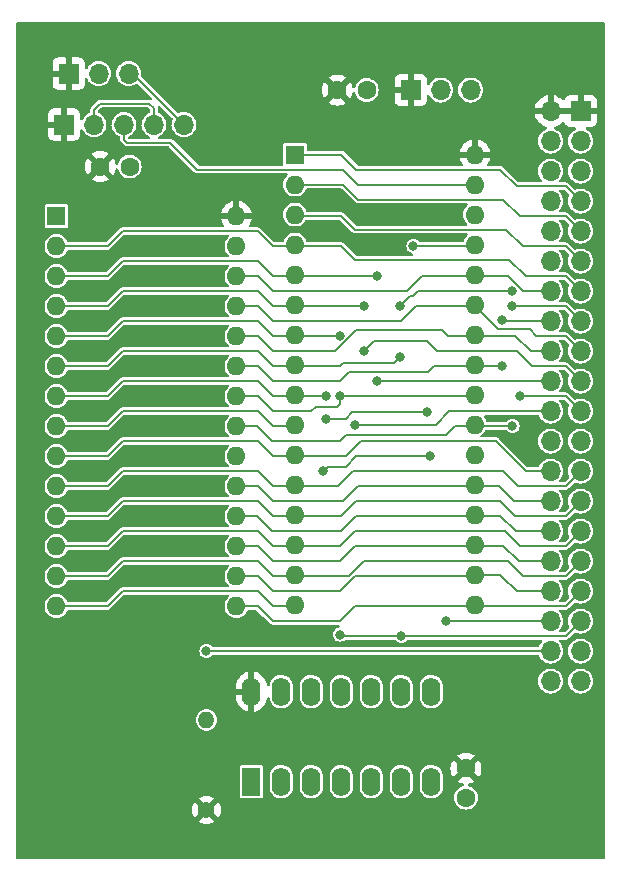
<source format=gtl>
G04 #@! TF.GenerationSoftware,KiCad,Pcbnew,(7.0.0)*
G04 #@! TF.CreationDate,2024-08-24T20:57:07-04:00*
G04 #@! TF.ProjectId,LB-MEM-04,4c422d4d-454d-42d3-9034-2e6b69636164,2*
G04 #@! TF.SameCoordinates,Original*
G04 #@! TF.FileFunction,Copper,L1,Top*
G04 #@! TF.FilePolarity,Positive*
%FSLAX46Y46*%
G04 Gerber Fmt 4.6, Leading zero omitted, Abs format (unit mm)*
G04 Created by KiCad (PCBNEW (7.0.0)) date 2024-08-24 20:57:07*
%MOMM*%
%LPD*%
G01*
G04 APERTURE LIST*
G04 #@! TA.AperFunction,ComponentPad*
%ADD10R,1.600000X1.600000*%
G04 #@! TD*
G04 #@! TA.AperFunction,ComponentPad*
%ADD11O,1.600000X1.600000*%
G04 #@! TD*
G04 #@! TA.AperFunction,ComponentPad*
%ADD12R,1.700000X1.700000*%
G04 #@! TD*
G04 #@! TA.AperFunction,ComponentPad*
%ADD13O,1.700000X1.700000*%
G04 #@! TD*
G04 #@! TA.AperFunction,ComponentPad*
%ADD14R,1.600000X2.400000*%
G04 #@! TD*
G04 #@! TA.AperFunction,ComponentPad*
%ADD15O,1.600000X2.400000*%
G04 #@! TD*
G04 #@! TA.AperFunction,ComponentPad*
%ADD16C,1.600000*%
G04 #@! TD*
G04 #@! TA.AperFunction,ComponentPad*
%ADD17C,1.400000*%
G04 #@! TD*
G04 #@! TA.AperFunction,ComponentPad*
%ADD18O,1.400000X1.400000*%
G04 #@! TD*
G04 #@! TA.AperFunction,ViaPad*
%ADD19C,0.800000*%
G04 #@! TD*
G04 #@! TA.AperFunction,Conductor*
%ADD20C,0.203200*%
G04 #@! TD*
G04 APERTURE END LIST*
D10*
X155701999Y-58292999D03*
D11*
X155701999Y-60832999D03*
X155701999Y-63372999D03*
X155701999Y-65912999D03*
X155701999Y-68452999D03*
X155701999Y-70992999D03*
X155701999Y-73532999D03*
X155701999Y-76072999D03*
X155701999Y-78612999D03*
X155701999Y-81152999D03*
X155701999Y-83692999D03*
X155701999Y-86232999D03*
X155701999Y-88772999D03*
X155701999Y-91312999D03*
X155701999Y-93852999D03*
X155701999Y-96392999D03*
X170941999Y-96392999D03*
X170941999Y-93852999D03*
X170941999Y-91312999D03*
X170941999Y-88772999D03*
X170941999Y-86232999D03*
X170941999Y-83692999D03*
X170941999Y-81152999D03*
X170941999Y-78612999D03*
X170941999Y-76072999D03*
X170941999Y-73532999D03*
X170941999Y-70992999D03*
X170941999Y-68452999D03*
X170941999Y-65912999D03*
X170941999Y-63372999D03*
X170941999Y-60832999D03*
X170941999Y-58292999D03*
D12*
X179889999Y-54614999D03*
D13*
X177349999Y-54614999D03*
X179889999Y-57154999D03*
X177349999Y-57154999D03*
X179889999Y-59694999D03*
X177349999Y-59694999D03*
X179889999Y-62234999D03*
X177349999Y-62234999D03*
X179889999Y-64774999D03*
X177349999Y-64774999D03*
X179889999Y-67314999D03*
X177349999Y-67314999D03*
X179889999Y-69854999D03*
X177349999Y-69854999D03*
X179889999Y-72394999D03*
X177349999Y-72394999D03*
X179889999Y-74934999D03*
X177349999Y-74934999D03*
X179889999Y-77474999D03*
X177349999Y-77474999D03*
X179889999Y-80014999D03*
X177349999Y-80014999D03*
X179889999Y-82554999D03*
X177349999Y-82554999D03*
X179889999Y-85094999D03*
X177349999Y-85094999D03*
X179889999Y-87634999D03*
X177349999Y-87634999D03*
X179889999Y-90174999D03*
X177349999Y-90174999D03*
X179889999Y-92714999D03*
X177349999Y-92714999D03*
X179889999Y-95254999D03*
X177349999Y-95254999D03*
X179889999Y-97794999D03*
X177349999Y-97794999D03*
X179889999Y-100334999D03*
X177349999Y-100334999D03*
X179889999Y-102874999D03*
X177349999Y-102874999D03*
D14*
X152013995Y-111394010D03*
D15*
X154553995Y-111394010D03*
X157093995Y-111394010D03*
X159633995Y-111394010D03*
X162173995Y-111394010D03*
X164713995Y-111394010D03*
X167253995Y-111394010D03*
X167253995Y-103774010D03*
X164713995Y-103774010D03*
X162173995Y-103774010D03*
X159633995Y-103774010D03*
X157093995Y-103774010D03*
X154553995Y-103774010D03*
X152013995Y-103774010D03*
D10*
X135506992Y-63499999D03*
D11*
X135506992Y-66039999D03*
X135506992Y-68579999D03*
X135506992Y-71119999D03*
X135506992Y-73659999D03*
X135506992Y-76199999D03*
X135506992Y-78739999D03*
X135506992Y-81279999D03*
X135506992Y-83819999D03*
X135506992Y-86359999D03*
X135506992Y-88899999D03*
X135506992Y-91439999D03*
X135506992Y-93979999D03*
X135506992Y-96519999D03*
X150746992Y-96519999D03*
X150746992Y-93979999D03*
X150746992Y-91439999D03*
X150746992Y-88899999D03*
X150746992Y-86359999D03*
X150746992Y-83819999D03*
X150746992Y-81279999D03*
X150746992Y-78739999D03*
X150746992Y-76199999D03*
X150746992Y-73659999D03*
X150746992Y-71119999D03*
X150746992Y-68579999D03*
X150746992Y-66039999D03*
X150746992Y-63499999D03*
D16*
X170180000Y-112756010D03*
X170180000Y-110256010D03*
X141712010Y-59309000D03*
X139212010Y-59309000D03*
D12*
X136143999Y-55752999D03*
D13*
X138683999Y-55752999D03*
X141223999Y-55752999D03*
X143763999Y-55752999D03*
X146303999Y-55752999D03*
D12*
X165496010Y-52831999D03*
D13*
X168036010Y-52831999D03*
X170576010Y-52831999D03*
D12*
X136539999Y-51434999D03*
D13*
X139079999Y-51434999D03*
X141619999Y-51434999D03*
D17*
X148209000Y-113792000D03*
D18*
X148208999Y-106171999D03*
D16*
X161778000Y-52832000D03*
X159278000Y-52832000D03*
D19*
X173228000Y-72263000D03*
X173228000Y-76200000D03*
X158115000Y-85090000D03*
X167132000Y-83820000D03*
X158369000Y-80663500D03*
X166896500Y-80118500D03*
X158369000Y-78740000D03*
X174099405Y-69867595D03*
X174770500Y-78740000D03*
X164592000Y-75438000D03*
X164592000Y-71120000D03*
X159494405Y-73642405D03*
X160782000Y-81153000D03*
X161544000Y-71120000D03*
X161544000Y-74930000D03*
X162687000Y-77470000D03*
X162687000Y-68580000D03*
X174117000Y-71120000D03*
X174117000Y-81280000D03*
X159508425Y-78740000D03*
X164719000Y-99060000D03*
X159508425Y-98936575D03*
X165735000Y-66040000D03*
X168529000Y-97790000D03*
X148209000Y-100330000D03*
D20*
X160782000Y-67183000D02*
X159639000Y-66040000D01*
X173863000Y-67183000D02*
X160782000Y-67183000D01*
X175260000Y-68580000D02*
X173863000Y-67183000D01*
X173609000Y-64643000D02*
X160782000Y-64643000D01*
X160782000Y-64643000D02*
X159639000Y-63500000D01*
X175006000Y-66040000D02*
X173609000Y-64643000D01*
X173101000Y-93853000D02*
X170942000Y-93853000D01*
X174503000Y-95255000D02*
X173101000Y-93853000D01*
X141102000Y-92710000D02*
X139832000Y-93980000D01*
X153802000Y-93980000D02*
X152532000Y-92710000D01*
X160284784Y-93980000D02*
X153802000Y-93980000D01*
X161554784Y-92710000D02*
X160284784Y-93980000D01*
X173736000Y-92710000D02*
X161554784Y-92710000D01*
X178625000Y-93980000D02*
X175006000Y-93980000D01*
X175006000Y-93980000D02*
X173736000Y-92710000D01*
X179890000Y-92715000D02*
X178625000Y-93980000D01*
X139832000Y-93980000D02*
X135507000Y-93980000D01*
X152532000Y-92710000D02*
X141102000Y-92710000D01*
X135507000Y-96520000D02*
X139832000Y-96520000D01*
X141102000Y-95250000D02*
X152532000Y-95250000D01*
X139832000Y-96520000D02*
X141102000Y-95250000D01*
X153802000Y-96520000D02*
X155702000Y-96520000D01*
X152532000Y-95250000D02*
X153802000Y-96520000D01*
X173360000Y-72395000D02*
X173228000Y-72263000D01*
X153802000Y-77470000D02*
X152532000Y-76200000D01*
X159517000Y-77470000D02*
X153802000Y-77470000D01*
X152532000Y-76200000D02*
X150747000Y-76200000D01*
X160279000Y-76708000D02*
X159517000Y-77470000D01*
X170942000Y-76200000D02*
X167513000Y-76200000D01*
X167513000Y-76200000D02*
X167005000Y-76708000D01*
X167005000Y-76708000D02*
X160279000Y-76708000D01*
X173228000Y-76200000D02*
X170942000Y-76200000D01*
X177350000Y-72395000D02*
X173360000Y-72395000D01*
X159639000Y-66040000D02*
X155702000Y-66040000D01*
X152532000Y-64770000D02*
X153802000Y-66040000D01*
X179890000Y-69855000D02*
X178615000Y-68580000D01*
X139832000Y-66040000D02*
X141102000Y-64770000D01*
X135507000Y-66040000D02*
X139832000Y-66040000D01*
X141102000Y-64770000D02*
X152532000Y-64770000D01*
X178615000Y-68580000D02*
X175260000Y-68580000D01*
X153802000Y-66040000D02*
X155702000Y-66040000D01*
X150747000Y-68580000D02*
X152532000Y-68580000D01*
X170942000Y-68580000D02*
X173736000Y-68580000D01*
X177350000Y-69855000D02*
X175011000Y-69855000D01*
X152532000Y-68580000D02*
X153802000Y-69850000D01*
X165227000Y-69850000D02*
X166497000Y-68580000D01*
X175011000Y-69855000D02*
X173736000Y-68580000D01*
X153802000Y-69850000D02*
X165227000Y-69850000D01*
X166497000Y-68580000D02*
X170942000Y-68580000D01*
X141986000Y-51435000D02*
X141620000Y-51435000D01*
X178615000Y-66040000D02*
X175006000Y-66040000D01*
X146304000Y-55753000D02*
X141986000Y-51435000D01*
X159639000Y-63500000D02*
X155702000Y-63500000D01*
X179890000Y-67315000D02*
X178615000Y-66040000D01*
X145161000Y-57277000D02*
X141478000Y-57277000D01*
X141478000Y-57277000D02*
X141224000Y-57023000D01*
X141224000Y-57023000D02*
X141224000Y-55753000D01*
X159766000Y-59563000D02*
X147447000Y-59563000D01*
X170942000Y-60833000D02*
X161036000Y-60833000D01*
X147447000Y-59563000D02*
X145161000Y-57277000D01*
X161036000Y-60833000D02*
X159766000Y-59563000D01*
X150747000Y-93980000D02*
X152532000Y-93980000D01*
X177350000Y-95255000D02*
X174503000Y-95255000D01*
X152532000Y-93980000D02*
X153802000Y-95250000D01*
X160787000Y-93980000D02*
X170942000Y-93980000D01*
X174503000Y-95255000D02*
X173355000Y-94107000D01*
X153802000Y-95250000D02*
X159517000Y-95250000D01*
X159517000Y-95250000D02*
X160787000Y-93980000D01*
X152532000Y-96520000D02*
X153802000Y-97790000D01*
X159517000Y-97790000D02*
X160787000Y-96520000D01*
X160787000Y-96520000D02*
X170942000Y-96520000D01*
X178625000Y-96520000D02*
X179890000Y-95255000D01*
X153802000Y-97790000D02*
X159517000Y-97790000D01*
X170942000Y-96520000D02*
X178625000Y-96520000D01*
X150747000Y-96520000D02*
X152532000Y-96520000D01*
X160787000Y-91440000D02*
X170942000Y-91440000D01*
X174630000Y-92715000D02*
X173355000Y-91440000D01*
X152532000Y-91440000D02*
X153802000Y-92710000D01*
X153802000Y-92710000D02*
X159517000Y-92710000D01*
X177350000Y-92715000D02*
X174630000Y-92715000D01*
X159517000Y-92710000D02*
X160787000Y-91440000D01*
X150747000Y-91440000D02*
X152532000Y-91440000D01*
X170942000Y-91440000D02*
X173355000Y-91440000D01*
X174376000Y-90175000D02*
X173101000Y-88900000D01*
X160909000Y-88900000D02*
X159639000Y-90170000D01*
X170942000Y-88900000D02*
X173101000Y-88900000D01*
X170942000Y-88900000D02*
X160909000Y-88900000D01*
X177350000Y-90175000D02*
X174376000Y-90175000D01*
X152527000Y-88900000D02*
X153797000Y-90170000D01*
X150747000Y-88900000D02*
X152527000Y-88900000D01*
X153797000Y-90170000D02*
X159639000Y-90170000D01*
X173355000Y-85090000D02*
X160655000Y-85090000D01*
X153802000Y-86360000D02*
X155702000Y-86360000D01*
X152532000Y-85090000D02*
X153802000Y-86360000D01*
X178625000Y-86360000D02*
X174625000Y-86360000D01*
X174625000Y-86360000D02*
X173355000Y-85090000D01*
X141102000Y-85090000D02*
X152532000Y-85090000D01*
X159385000Y-86360000D02*
X155702000Y-86360000D01*
X179890000Y-85095000D02*
X178625000Y-86360000D01*
X135507000Y-86360000D02*
X139832000Y-86360000D01*
X160655000Y-85090000D02*
X159385000Y-86360000D01*
X139832000Y-86360000D02*
X141102000Y-85090000D01*
X177350000Y-85095000D02*
X175265000Y-85095000D01*
X175265000Y-85095000D02*
X172720000Y-82550000D01*
X155702000Y-83820000D02*
X160020000Y-83820000D01*
X141102000Y-82550000D02*
X152532000Y-82550000D01*
X139832000Y-83820000D02*
X141102000Y-82550000D01*
X153802000Y-83820000D02*
X155702000Y-83820000D01*
X161290000Y-82550000D02*
X172720000Y-82550000D01*
X160020000Y-83820000D02*
X161290000Y-82550000D01*
X152532000Y-82550000D02*
X153802000Y-83820000D01*
X135507000Y-83820000D02*
X139832000Y-83820000D01*
X141102000Y-80010000D02*
X152532000Y-80010000D01*
X135507000Y-81280000D02*
X139832000Y-81280000D01*
X152532000Y-80010000D02*
X153802000Y-81280000D01*
X153802000Y-81280000D02*
X155702000Y-81280000D01*
X160909000Y-83820000D02*
X167132000Y-83820000D01*
X160909000Y-83820000D02*
X159994120Y-84734880D01*
X158470120Y-84734880D02*
X159994120Y-84734880D01*
X158115000Y-85090000D02*
X158470120Y-84734880D01*
X139832000Y-81280000D02*
X141102000Y-80010000D01*
X150747000Y-86360000D02*
X152532000Y-86360000D01*
X174249000Y-87635000D02*
X172974000Y-86360000D01*
X152532000Y-86360000D02*
X153802000Y-87630000D01*
X161036000Y-86360000D02*
X159766000Y-87630000D01*
X153802000Y-87630000D02*
X159766000Y-87630000D01*
X170942000Y-86360000D02*
X172974000Y-86360000D01*
X170942000Y-86360000D02*
X161036000Y-86360000D01*
X177350000Y-87635000D02*
X174249000Y-87635000D01*
X139832000Y-78740000D02*
X141102000Y-77470000D01*
X153802000Y-78740000D02*
X155702000Y-78740000D01*
X160001500Y-80663500D02*
X158369000Y-80663500D01*
X135507000Y-78740000D02*
X139832000Y-78740000D01*
X141102000Y-77470000D02*
X152532000Y-77470000D01*
X166896500Y-80118500D02*
X160546500Y-80118500D01*
X155702000Y-78740000D02*
X158369000Y-78740000D01*
X160546500Y-80118500D02*
X160001500Y-80663500D01*
X152532000Y-77470000D02*
X153802000Y-78740000D01*
X160909000Y-87630000D02*
X173101000Y-87630000D01*
X152532000Y-87630000D02*
X153802000Y-88900000D01*
X139832000Y-88900000D02*
X141102000Y-87630000D01*
X153802000Y-88900000D02*
X155702000Y-88900000D01*
X174371000Y-88900000D02*
X178625000Y-88900000D01*
X173101000Y-87630000D02*
X174371000Y-88900000D01*
X135507000Y-88900000D02*
X139832000Y-88900000D01*
X141102000Y-87630000D02*
X152532000Y-87630000D01*
X159639000Y-88900000D02*
X160909000Y-87630000D01*
X155702000Y-88900000D02*
X159639000Y-88900000D01*
X178625000Y-88900000D02*
X179890000Y-87635000D01*
X139832000Y-76200000D02*
X141102000Y-74930000D01*
X159766000Y-75946000D02*
X164084000Y-75946000D01*
X153802000Y-76200000D02*
X155702000Y-76200000D01*
X166098405Y-69867595D02*
X174099405Y-69867595D01*
X155702000Y-76200000D02*
X159512000Y-76200000D01*
X165735000Y-70231000D02*
X165481000Y-70231000D01*
X174770500Y-78740000D02*
X178615000Y-78740000D01*
X179890000Y-80015000D02*
X178615000Y-78740000D01*
X141102000Y-74930000D02*
X152532000Y-74930000D01*
X135507000Y-76200000D02*
X139832000Y-76200000D01*
X159512000Y-76200000D02*
X159766000Y-75946000D01*
X164084000Y-75946000D02*
X164592000Y-75438000D01*
X152532000Y-74930000D02*
X153802000Y-76200000D01*
X166098405Y-69867595D02*
X165735000Y-70231000D01*
X165481000Y-70231000D02*
X164592000Y-71120000D01*
X178625000Y-91440000D02*
X179890000Y-90175000D01*
X153802000Y-91440000D02*
X155702000Y-91440000D01*
X139832000Y-91440000D02*
X141102000Y-90170000D01*
X174752000Y-91440000D02*
X178625000Y-91440000D01*
X159512000Y-91440000D02*
X160782000Y-90170000D01*
X152532000Y-90170000D02*
X153802000Y-91440000D01*
X160782000Y-90170000D02*
X173482000Y-90170000D01*
X155702000Y-91440000D02*
X159512000Y-91440000D01*
X135507000Y-91440000D02*
X139832000Y-91440000D01*
X173482000Y-90170000D02*
X174752000Y-91440000D01*
X141102000Y-90170000D02*
X152532000Y-90170000D01*
X139832000Y-73660000D02*
X141102000Y-72390000D01*
X153802000Y-73660000D02*
X155702000Y-73660000D01*
X168778000Y-80015000D02*
X167640000Y-81153000D01*
X152532000Y-72390000D02*
X153802000Y-73660000D01*
X177350000Y-80015000D02*
X168778000Y-80015000D01*
X135507000Y-73660000D02*
X139832000Y-73660000D01*
X159494405Y-73642405D02*
X159476810Y-73660000D01*
X141102000Y-72390000D02*
X152532000Y-72390000D01*
X160782000Y-81153000D02*
X167640000Y-81153000D01*
X159476810Y-73660000D02*
X155702000Y-73660000D01*
X178615000Y-76200000D02*
X179890000Y-77475000D01*
X167767000Y-74930000D02*
X174498000Y-74930000D01*
X162433000Y-74041000D02*
X166878000Y-74041000D01*
X174498000Y-74930000D02*
X175768000Y-76200000D01*
X141102000Y-69850000D02*
X152532000Y-69850000D01*
X135507000Y-71120000D02*
X139832000Y-71120000D01*
X153802000Y-71120000D02*
X161544000Y-71120000D01*
X161544000Y-74930000D02*
X162433000Y-74041000D01*
X152532000Y-69850000D02*
X153802000Y-71120000D01*
X139832000Y-71120000D02*
X141102000Y-69850000D01*
X175768000Y-76200000D02*
X178615000Y-76200000D01*
X166878000Y-74041000D02*
X167767000Y-74930000D01*
X162692000Y-77475000D02*
X162687000Y-77470000D01*
X139832000Y-68580000D02*
X141102000Y-67310000D01*
X155702000Y-68580000D02*
X162687000Y-68580000D01*
X153802000Y-68580000D02*
X155702000Y-68580000D01*
X141102000Y-67310000D02*
X152532000Y-67310000D01*
X135507000Y-68580000D02*
X139832000Y-68580000D01*
X152532000Y-67310000D02*
X153802000Y-68580000D01*
X177350000Y-77475000D02*
X162692000Y-77475000D01*
X175577500Y-73088500D02*
X176149000Y-73660000D01*
X150747000Y-71120000D02*
X152532000Y-71120000D01*
X165989000Y-71120000D02*
X170942000Y-71120000D01*
X172910500Y-73088500D02*
X175577500Y-73088500D01*
X164719000Y-72390000D02*
X165989000Y-71120000D01*
X178615000Y-73660000D02*
X179890000Y-74935000D01*
X153802000Y-72390000D02*
X164719000Y-72390000D01*
X170942000Y-71120000D02*
X172910500Y-73088500D01*
X152532000Y-71120000D02*
X153802000Y-72390000D01*
X176149000Y-73660000D02*
X178615000Y-73660000D01*
X160909000Y-73152000D02*
X168148000Y-73152000D01*
X170942000Y-73660000D02*
X174371000Y-73660000D01*
X159131000Y-74930000D02*
X160909000Y-73152000D01*
X153802000Y-74930000D02*
X159131000Y-74930000D01*
X168656000Y-73660000D02*
X170942000Y-73660000D01*
X150747000Y-73660000D02*
X152532000Y-73660000D01*
X152532000Y-73660000D02*
X153802000Y-74930000D01*
X174371000Y-73660000D02*
X175646000Y-74935000D01*
X168148000Y-73152000D02*
X168656000Y-73660000D01*
X175646000Y-74935000D02*
X177350000Y-74935000D01*
X169291000Y-81280000D02*
X168529000Y-82042000D01*
X159512000Y-82550000D02*
X153797000Y-82550000D01*
X174117000Y-81280000D02*
X170942000Y-81280000D01*
X152527000Y-81280000D02*
X150747000Y-81280000D01*
X160020000Y-82042000D02*
X159512000Y-82550000D01*
X179890000Y-72395000D02*
X178615000Y-71120000D01*
X178615000Y-71120000D02*
X174117000Y-71120000D01*
X168529000Y-82042000D02*
X160020000Y-82042000D01*
X170942000Y-81280000D02*
X169291000Y-81280000D01*
X153797000Y-82550000D02*
X152527000Y-81280000D01*
X160909000Y-59563000D02*
X159639000Y-58293000D01*
X174498000Y-60960000D02*
X173101000Y-59563000D01*
X178615000Y-60960000D02*
X174498000Y-60960000D01*
X173101000Y-59563000D02*
X160909000Y-59563000D01*
X159639000Y-58293000D02*
X155702000Y-58293000D01*
X179890000Y-62235000D02*
X178615000Y-60960000D01*
X161036000Y-62103000D02*
X159766000Y-60833000D01*
X178615000Y-63500000D02*
X174752000Y-63500000D01*
X159766000Y-60833000D02*
X155702000Y-60833000D01*
X179890000Y-64775000D02*
X178615000Y-63500000D01*
X174752000Y-63500000D02*
X173355000Y-62103000D01*
X173355000Y-62103000D02*
X161036000Y-62103000D01*
X159508425Y-79378575D02*
X159508425Y-78740000D01*
X159631850Y-99060000D02*
X159508425Y-98936575D01*
X152532000Y-78740000D02*
X153802000Y-80010000D01*
X150747000Y-78740000D02*
X152532000Y-78740000D01*
X164719000Y-99060000D02*
X178625000Y-99060000D01*
X157099000Y-80010000D02*
X157480000Y-79629000D01*
X159258000Y-79629000D02*
X159508425Y-79378575D01*
X157480000Y-79629000D02*
X159258000Y-79629000D01*
X164719000Y-99060000D02*
X159631850Y-99060000D01*
X153802000Y-80010000D02*
X157099000Y-80010000D01*
X179890000Y-97795000D02*
X178625000Y-99060000D01*
X170942000Y-78740000D02*
X159508425Y-78740000D01*
X165735000Y-66040000D02*
X170942000Y-66040000D01*
X168534000Y-97795000D02*
X168529000Y-97790000D01*
X177350000Y-97795000D02*
X168534000Y-97795000D01*
X177350000Y-100335000D02*
X148214000Y-100335000D01*
X148214000Y-100335000D02*
X148209000Y-100330000D01*
X138684000Y-55753000D02*
X138684000Y-54483000D01*
X143764000Y-54356000D02*
X143764000Y-55753000D01*
X143383000Y-53975000D02*
X143764000Y-54356000D01*
X138684000Y-54483000D02*
X139192000Y-53975000D01*
X139192000Y-53975000D02*
X143383000Y-53975000D01*
G04 #@! TA.AperFunction,Conductor*
G36*
X181861500Y-47092381D02*
G01*
X181907619Y-47138500D01*
X181924500Y-47201500D01*
X181924500Y-117798500D01*
X181907619Y-117861500D01*
X181861500Y-117907619D01*
X181798500Y-117924500D01*
X132206000Y-117924500D01*
X132143000Y-117907619D01*
X132096881Y-117861500D01*
X132080000Y-117798500D01*
X132080000Y-114806969D01*
X147556662Y-114806969D01*
X147564214Y-114815211D01*
X147598186Y-114838999D01*
X147607679Y-114844480D01*
X147789276Y-114929159D01*
X147799571Y-114932906D01*
X147993122Y-114984769D01*
X148003909Y-114986671D01*
X148203525Y-115004135D01*
X148214475Y-115004135D01*
X148414090Y-114986671D01*
X148424877Y-114984769D01*
X148618428Y-114932906D01*
X148628723Y-114929159D01*
X148810323Y-114844479D01*
X148819808Y-114839002D01*
X148853784Y-114815211D01*
X148861336Y-114806969D01*
X148855326Y-114797536D01*
X148220729Y-114162939D01*
X148208999Y-114156167D01*
X148197271Y-114162938D01*
X147562669Y-114797539D01*
X147556662Y-114806969D01*
X132080000Y-114806969D01*
X132080000Y-113797475D01*
X146996865Y-113797475D01*
X147014328Y-113997090D01*
X147016230Y-114007877D01*
X147068093Y-114201428D01*
X147071840Y-114211723D01*
X147156517Y-114393316D01*
X147162000Y-114402813D01*
X147185788Y-114436785D01*
X147194029Y-114444336D01*
X147203459Y-114438329D01*
X147838059Y-113803730D01*
X147844832Y-113791999D01*
X148573167Y-113791999D01*
X148579939Y-113803729D01*
X149214536Y-114438326D01*
X149223969Y-114444336D01*
X149232211Y-114436784D01*
X149256002Y-114402808D01*
X149261479Y-114393323D01*
X149346159Y-114211723D01*
X149349906Y-114201428D01*
X149401769Y-114007877D01*
X149403671Y-113997090D01*
X149421135Y-113797475D01*
X149421135Y-113786525D01*
X149403671Y-113586909D01*
X149401769Y-113576122D01*
X149349906Y-113382571D01*
X149346159Y-113372276D01*
X149261480Y-113190679D01*
X149255999Y-113181186D01*
X149232211Y-113147214D01*
X149223969Y-113139662D01*
X149214539Y-113145669D01*
X148579938Y-113780271D01*
X148573167Y-113791999D01*
X147844832Y-113791999D01*
X147838060Y-113780270D01*
X147203462Y-113145672D01*
X147194029Y-113139662D01*
X147185787Y-113147214D01*
X147161998Y-113181189D01*
X147156520Y-113190677D01*
X147071840Y-113372276D01*
X147068093Y-113382571D01*
X147016230Y-113576122D01*
X147014328Y-113586909D01*
X146996865Y-113786525D01*
X146996865Y-113797475D01*
X132080000Y-113797475D01*
X132080000Y-112777029D01*
X147556662Y-112777029D01*
X147562672Y-112786462D01*
X148197270Y-113421060D01*
X148208999Y-113427832D01*
X148220730Y-113421059D01*
X148855329Y-112786459D01*
X148861336Y-112777029D01*
X148853785Y-112768788D01*
X148819813Y-112745000D01*
X148810316Y-112739517D01*
X148628723Y-112654840D01*
X148618428Y-112651093D01*
X148480278Y-112614075D01*
X151010296Y-112614075D01*
X151011501Y-112620134D01*
X151011502Y-112620141D01*
X151019693Y-112661320D01*
X151019694Y-112661324D01*
X151022115Y-112673491D01*
X151067136Y-112740871D01*
X151134516Y-112785892D01*
X151146685Y-112788312D01*
X151146686Y-112788313D01*
X151163090Y-112791576D01*
X151193932Y-112797711D01*
X152827873Y-112797711D01*
X152834060Y-112797711D01*
X152893476Y-112785892D01*
X152960856Y-112740871D01*
X153005877Y-112673491D01*
X153017696Y-112614075D01*
X153017696Y-111844910D01*
X153550296Y-111844910D01*
X153550618Y-111848083D01*
X153550619Y-111848089D01*
X153565125Y-111990741D01*
X153565126Y-111990748D01*
X153565772Y-111997096D01*
X153567681Y-112003182D01*
X153567683Y-112003189D01*
X153624970Y-112185775D01*
X153624972Y-112185780D01*
X153626882Y-112191867D01*
X153725947Y-112370350D01*
X153730777Y-112375976D01*
X153854748Y-112520385D01*
X153854751Y-112520388D01*
X153858914Y-112525237D01*
X154020337Y-112650188D01*
X154203608Y-112740087D01*
X154401224Y-112791253D01*
X154605095Y-112801592D01*
X154806873Y-112770681D01*
X154998299Y-112699784D01*
X155171535Y-112591806D01*
X155319489Y-112451165D01*
X155436103Y-112283621D01*
X155516604Y-112096031D01*
X155557696Y-111896077D01*
X155557696Y-111844910D01*
X156090296Y-111844910D01*
X156090618Y-111848083D01*
X156090619Y-111848089D01*
X156105125Y-111990741D01*
X156105126Y-111990748D01*
X156105772Y-111997096D01*
X156107681Y-112003182D01*
X156107683Y-112003189D01*
X156164970Y-112185775D01*
X156164972Y-112185780D01*
X156166882Y-112191867D01*
X156265947Y-112370350D01*
X156270777Y-112375976D01*
X156394748Y-112520385D01*
X156394751Y-112520388D01*
X156398914Y-112525237D01*
X156560337Y-112650188D01*
X156743608Y-112740087D01*
X156941224Y-112791253D01*
X157145095Y-112801592D01*
X157346873Y-112770681D01*
X157538299Y-112699784D01*
X157711535Y-112591806D01*
X157859489Y-112451165D01*
X157976103Y-112283621D01*
X158056604Y-112096031D01*
X158097696Y-111896077D01*
X158097696Y-111844910D01*
X158630296Y-111844910D01*
X158630618Y-111848083D01*
X158630619Y-111848089D01*
X158645125Y-111990741D01*
X158645126Y-111990748D01*
X158645772Y-111997096D01*
X158647681Y-112003182D01*
X158647683Y-112003189D01*
X158704970Y-112185775D01*
X158704972Y-112185780D01*
X158706882Y-112191867D01*
X158805947Y-112370350D01*
X158810777Y-112375976D01*
X158934748Y-112520385D01*
X158934751Y-112520388D01*
X158938914Y-112525237D01*
X159100337Y-112650188D01*
X159283608Y-112740087D01*
X159481224Y-112791253D01*
X159685095Y-112801592D01*
X159886873Y-112770681D01*
X160078299Y-112699784D01*
X160251535Y-112591806D01*
X160399489Y-112451165D01*
X160516103Y-112283621D01*
X160596604Y-112096031D01*
X160637696Y-111896077D01*
X160637696Y-111844910D01*
X161170296Y-111844910D01*
X161170618Y-111848083D01*
X161170619Y-111848089D01*
X161185125Y-111990741D01*
X161185126Y-111990748D01*
X161185772Y-111997096D01*
X161187681Y-112003182D01*
X161187683Y-112003189D01*
X161244970Y-112185775D01*
X161244972Y-112185780D01*
X161246882Y-112191867D01*
X161345947Y-112370350D01*
X161350777Y-112375976D01*
X161474748Y-112520385D01*
X161474751Y-112520388D01*
X161478914Y-112525237D01*
X161640337Y-112650188D01*
X161823608Y-112740087D01*
X162021224Y-112791253D01*
X162225095Y-112801592D01*
X162426873Y-112770681D01*
X162618299Y-112699784D01*
X162791535Y-112591806D01*
X162939489Y-112451165D01*
X163056103Y-112283621D01*
X163136604Y-112096031D01*
X163177696Y-111896077D01*
X163177696Y-111844910D01*
X163710296Y-111844910D01*
X163710618Y-111848083D01*
X163710619Y-111848089D01*
X163725125Y-111990741D01*
X163725126Y-111990748D01*
X163725772Y-111997096D01*
X163727681Y-112003182D01*
X163727683Y-112003189D01*
X163784970Y-112185775D01*
X163784972Y-112185780D01*
X163786882Y-112191867D01*
X163885947Y-112370350D01*
X163890777Y-112375976D01*
X164014748Y-112520385D01*
X164014751Y-112520388D01*
X164018914Y-112525237D01*
X164180337Y-112650188D01*
X164363608Y-112740087D01*
X164561224Y-112791253D01*
X164765095Y-112801592D01*
X164966873Y-112770681D01*
X165158299Y-112699784D01*
X165331535Y-112591806D01*
X165479489Y-112451165D01*
X165596103Y-112283621D01*
X165676604Y-112096031D01*
X165717696Y-111896077D01*
X165717696Y-111844910D01*
X166250296Y-111844910D01*
X166250618Y-111848083D01*
X166250619Y-111848089D01*
X166265125Y-111990741D01*
X166265126Y-111990748D01*
X166265772Y-111997096D01*
X166267681Y-112003182D01*
X166267683Y-112003189D01*
X166324970Y-112185775D01*
X166324972Y-112185780D01*
X166326882Y-112191867D01*
X166425947Y-112370350D01*
X166430777Y-112375976D01*
X166554748Y-112520385D01*
X166554751Y-112520388D01*
X166558914Y-112525237D01*
X166720337Y-112650188D01*
X166903608Y-112740087D01*
X167101224Y-112791253D01*
X167305095Y-112801592D01*
X167506873Y-112770681D01*
X167546486Y-112756010D01*
X169171444Y-112756010D01*
X169172051Y-112762173D01*
X169190215Y-112946604D01*
X169190216Y-112946611D01*
X169190823Y-112952770D01*
X169192619Y-112958693D01*
X169192621Y-112958699D01*
X169246418Y-113136043D01*
X169246420Y-113136048D01*
X169248216Y-113141968D01*
X169341416Y-113316334D01*
X169345341Y-113321117D01*
X169345342Y-113321118D01*
X169427362Y-113421060D01*
X169466843Y-113469167D01*
X169619676Y-113594594D01*
X169794042Y-113687794D01*
X169983240Y-113745187D01*
X170180000Y-113764566D01*
X170376760Y-113745187D01*
X170565958Y-113687794D01*
X170740324Y-113594594D01*
X170893157Y-113469167D01*
X171018584Y-113316334D01*
X171111784Y-113141968D01*
X171169177Y-112952770D01*
X171188556Y-112756010D01*
X171169177Y-112559250D01*
X171111784Y-112370052D01*
X171018584Y-112195686D01*
X170893157Y-112042853D01*
X170844826Y-112003189D01*
X170745108Y-111921352D01*
X170745107Y-111921351D01*
X170740324Y-111917426D01*
X170734865Y-111914508D01*
X170571416Y-111827143D01*
X170571413Y-111827141D01*
X170565958Y-111824226D01*
X170560038Y-111822430D01*
X170560033Y-111822428D01*
X170432449Y-111783726D01*
X170377628Y-111749884D01*
X170346701Y-111693367D01*
X170347756Y-111628950D01*
X170380515Y-111573475D01*
X170436414Y-111541445D01*
X170623761Y-111491245D01*
X170634053Y-111487499D01*
X170831510Y-111395423D01*
X170841006Y-111389941D01*
X170896586Y-111351023D01*
X170904138Y-111342781D01*
X170898128Y-111333348D01*
X170191729Y-110626949D01*
X170179999Y-110620177D01*
X170168271Y-110626948D01*
X169461867Y-111333351D01*
X169455860Y-111342780D01*
X169463414Y-111351024D01*
X169518996Y-111389943D01*
X169528482Y-111395420D01*
X169725946Y-111487499D01*
X169736238Y-111491245D01*
X169923585Y-111541445D01*
X169979484Y-111573475D01*
X170012243Y-111628950D01*
X170013298Y-111693367D01*
X169982372Y-111749884D01*
X169927551Y-111783726D01*
X169799963Y-111822429D01*
X169799955Y-111822432D01*
X169794042Y-111824226D01*
X169788590Y-111827139D01*
X169788583Y-111827143D01*
X169625134Y-111914508D01*
X169625129Y-111914511D01*
X169619676Y-111917426D01*
X169614897Y-111921347D01*
X169614891Y-111921352D01*
X169471622Y-112038930D01*
X169471616Y-112038935D01*
X169466843Y-112042853D01*
X169462925Y-112047626D01*
X169462920Y-112047632D01*
X169345342Y-112190901D01*
X169345337Y-112190907D01*
X169341416Y-112195686D01*
X169338501Y-112201139D01*
X169338498Y-112201144D01*
X169251133Y-112364593D01*
X169251129Y-112364600D01*
X169248216Y-112370052D01*
X169246421Y-112375967D01*
X169246418Y-112375976D01*
X169192621Y-112553320D01*
X169192619Y-112553328D01*
X169190823Y-112559250D01*
X169190216Y-112565406D01*
X169190215Y-112565415D01*
X169182252Y-112646273D01*
X169171444Y-112756010D01*
X167546486Y-112756010D01*
X167698299Y-112699784D01*
X167871535Y-112591806D01*
X168019489Y-112451165D01*
X168136103Y-112283621D01*
X168216604Y-112096031D01*
X168257696Y-111896077D01*
X168257696Y-110943112D01*
X168242220Y-110790926D01*
X168181110Y-110596155D01*
X168082045Y-110417672D01*
X167953331Y-110267739D01*
X167953243Y-110267636D01*
X167953240Y-110267633D01*
X167949078Y-110262785D01*
X167947399Y-110261485D01*
X168867483Y-110261485D01*
X168886471Y-110478529D01*
X168888374Y-110489322D01*
X168944764Y-110699771D01*
X168948510Y-110710063D01*
X169040587Y-110907523D01*
X169046066Y-110917012D01*
X169084985Y-110972596D01*
X169093228Y-110980148D01*
X169102656Y-110974142D01*
X169809059Y-110267740D01*
X169815832Y-110256009D01*
X170544167Y-110256009D01*
X170550939Y-110267739D01*
X171257338Y-110974138D01*
X171266771Y-110980148D01*
X171275013Y-110972596D01*
X171313931Y-110917016D01*
X171319413Y-110907520D01*
X171411489Y-110710063D01*
X171415235Y-110699771D01*
X171471625Y-110489322D01*
X171473528Y-110478529D01*
X171492517Y-110261485D01*
X171492517Y-110250535D01*
X171473528Y-110033490D01*
X171471625Y-110022697D01*
X171415235Y-109812248D01*
X171411489Y-109801956D01*
X171319410Y-109604492D01*
X171313933Y-109595006D01*
X171275014Y-109539424D01*
X171266770Y-109531870D01*
X171257341Y-109537877D01*
X170550938Y-110244281D01*
X170544167Y-110256009D01*
X169815832Y-110256009D01*
X169809060Y-110244280D01*
X169102659Y-109537879D01*
X169093227Y-109531870D01*
X169084985Y-109539423D01*
X169046067Y-109595005D01*
X169040587Y-109604495D01*
X168948510Y-109801956D01*
X168944764Y-109812248D01*
X168888374Y-110022697D01*
X168886471Y-110033490D01*
X168867483Y-110250535D01*
X168867483Y-110261485D01*
X167947399Y-110261485D01*
X167940324Y-110256009D01*
X167792711Y-110141748D01*
X167787655Y-110137834D01*
X167781916Y-110135018D01*
X167781913Y-110135017D01*
X167610120Y-110050748D01*
X167610114Y-110050745D01*
X167604384Y-110047935D01*
X167427474Y-110002130D01*
X167412948Y-109998369D01*
X167412947Y-109998368D01*
X167406768Y-109996769D01*
X167400393Y-109996445D01*
X167400389Y-109996445D01*
X167209277Y-109986753D01*
X167209271Y-109986753D01*
X167202897Y-109986430D01*
X167196585Y-109987396D01*
X167196583Y-109987397D01*
X167007433Y-110016373D01*
X167007426Y-110016374D01*
X167001119Y-110017341D01*
X166995133Y-110019557D01*
X166995129Y-110019559D01*
X166815685Y-110086018D01*
X166815678Y-110086021D01*
X166809693Y-110088238D01*
X166804270Y-110091617D01*
X166804266Y-110091620D01*
X166641884Y-110192832D01*
X166641875Y-110192838D01*
X166636457Y-110196216D01*
X166631828Y-110200615D01*
X166631823Y-110200620D01*
X166493131Y-110332457D01*
X166493127Y-110332461D01*
X166488503Y-110336857D01*
X166484856Y-110342096D01*
X166484854Y-110342099D01*
X166375541Y-110499153D01*
X166375538Y-110499158D01*
X166371889Y-110504401D01*
X166369371Y-110510268D01*
X166369368Y-110510274D01*
X166293908Y-110686117D01*
X166293906Y-110686123D01*
X166291388Y-110691991D01*
X166290102Y-110698246D01*
X166290101Y-110698251D01*
X166251582Y-110885684D01*
X166251581Y-110885690D01*
X166250296Y-110891945D01*
X166250296Y-111844910D01*
X165717696Y-111844910D01*
X165717696Y-110943112D01*
X165702220Y-110790926D01*
X165641110Y-110596155D01*
X165542045Y-110417672D01*
X165413331Y-110267739D01*
X165413243Y-110267636D01*
X165413240Y-110267633D01*
X165409078Y-110262785D01*
X165400324Y-110256009D01*
X165252711Y-110141748D01*
X165247655Y-110137834D01*
X165241916Y-110135018D01*
X165241913Y-110135017D01*
X165070120Y-110050748D01*
X165070114Y-110050745D01*
X165064384Y-110047935D01*
X164887474Y-110002130D01*
X164872948Y-109998369D01*
X164872947Y-109998368D01*
X164866768Y-109996769D01*
X164860393Y-109996445D01*
X164860389Y-109996445D01*
X164669277Y-109986753D01*
X164669271Y-109986753D01*
X164662897Y-109986430D01*
X164656585Y-109987396D01*
X164656583Y-109987397D01*
X164467433Y-110016373D01*
X164467426Y-110016374D01*
X164461119Y-110017341D01*
X164455133Y-110019557D01*
X164455129Y-110019559D01*
X164275685Y-110086018D01*
X164275678Y-110086021D01*
X164269693Y-110088238D01*
X164264270Y-110091617D01*
X164264266Y-110091620D01*
X164101884Y-110192832D01*
X164101875Y-110192838D01*
X164096457Y-110196216D01*
X164091828Y-110200615D01*
X164091823Y-110200620D01*
X163953131Y-110332457D01*
X163953127Y-110332461D01*
X163948503Y-110336857D01*
X163944856Y-110342096D01*
X163944854Y-110342099D01*
X163835541Y-110499153D01*
X163835538Y-110499158D01*
X163831889Y-110504401D01*
X163829371Y-110510268D01*
X163829368Y-110510274D01*
X163753908Y-110686117D01*
X163753906Y-110686123D01*
X163751388Y-110691991D01*
X163750102Y-110698246D01*
X163750101Y-110698251D01*
X163711582Y-110885684D01*
X163711581Y-110885690D01*
X163710296Y-110891945D01*
X163710296Y-111844910D01*
X163177696Y-111844910D01*
X163177696Y-110943112D01*
X163162220Y-110790926D01*
X163101110Y-110596155D01*
X163002045Y-110417672D01*
X162873331Y-110267739D01*
X162873243Y-110267636D01*
X162873240Y-110267633D01*
X162869078Y-110262785D01*
X162860324Y-110256009D01*
X162712711Y-110141748D01*
X162707655Y-110137834D01*
X162701916Y-110135018D01*
X162701913Y-110135017D01*
X162530120Y-110050748D01*
X162530114Y-110050745D01*
X162524384Y-110047935D01*
X162347474Y-110002130D01*
X162332948Y-109998369D01*
X162332947Y-109998368D01*
X162326768Y-109996769D01*
X162320393Y-109996445D01*
X162320389Y-109996445D01*
X162129277Y-109986753D01*
X162129271Y-109986753D01*
X162122897Y-109986430D01*
X162116585Y-109987396D01*
X162116583Y-109987397D01*
X161927433Y-110016373D01*
X161927426Y-110016374D01*
X161921119Y-110017341D01*
X161915133Y-110019557D01*
X161915129Y-110019559D01*
X161735685Y-110086018D01*
X161735678Y-110086021D01*
X161729693Y-110088238D01*
X161724270Y-110091617D01*
X161724266Y-110091620D01*
X161561884Y-110192832D01*
X161561875Y-110192838D01*
X161556457Y-110196216D01*
X161551828Y-110200615D01*
X161551823Y-110200620D01*
X161413131Y-110332457D01*
X161413127Y-110332461D01*
X161408503Y-110336857D01*
X161404856Y-110342096D01*
X161404854Y-110342099D01*
X161295541Y-110499153D01*
X161295538Y-110499158D01*
X161291889Y-110504401D01*
X161289371Y-110510268D01*
X161289368Y-110510274D01*
X161213908Y-110686117D01*
X161213906Y-110686123D01*
X161211388Y-110691991D01*
X161210102Y-110698246D01*
X161210101Y-110698251D01*
X161171582Y-110885684D01*
X161171581Y-110885690D01*
X161170296Y-110891945D01*
X161170296Y-111844910D01*
X160637696Y-111844910D01*
X160637696Y-110943112D01*
X160622220Y-110790926D01*
X160561110Y-110596155D01*
X160462045Y-110417672D01*
X160333331Y-110267739D01*
X160333243Y-110267636D01*
X160333240Y-110267633D01*
X160329078Y-110262785D01*
X160320324Y-110256009D01*
X160172711Y-110141748D01*
X160167655Y-110137834D01*
X160161916Y-110135018D01*
X160161913Y-110135017D01*
X159990120Y-110050748D01*
X159990114Y-110050745D01*
X159984384Y-110047935D01*
X159807474Y-110002130D01*
X159792948Y-109998369D01*
X159792947Y-109998368D01*
X159786768Y-109996769D01*
X159780393Y-109996445D01*
X159780389Y-109996445D01*
X159589277Y-109986753D01*
X159589271Y-109986753D01*
X159582897Y-109986430D01*
X159576585Y-109987396D01*
X159576583Y-109987397D01*
X159387433Y-110016373D01*
X159387426Y-110016374D01*
X159381119Y-110017341D01*
X159375133Y-110019557D01*
X159375129Y-110019559D01*
X159195685Y-110086018D01*
X159195678Y-110086021D01*
X159189693Y-110088238D01*
X159184270Y-110091617D01*
X159184266Y-110091620D01*
X159021884Y-110192832D01*
X159021875Y-110192838D01*
X159016457Y-110196216D01*
X159011828Y-110200615D01*
X159011823Y-110200620D01*
X158873131Y-110332457D01*
X158873127Y-110332461D01*
X158868503Y-110336857D01*
X158864856Y-110342096D01*
X158864854Y-110342099D01*
X158755541Y-110499153D01*
X158755538Y-110499158D01*
X158751889Y-110504401D01*
X158749371Y-110510268D01*
X158749368Y-110510274D01*
X158673908Y-110686117D01*
X158673906Y-110686123D01*
X158671388Y-110691991D01*
X158670102Y-110698246D01*
X158670101Y-110698251D01*
X158631582Y-110885684D01*
X158631581Y-110885690D01*
X158630296Y-110891945D01*
X158630296Y-111844910D01*
X158097696Y-111844910D01*
X158097696Y-110943112D01*
X158082220Y-110790926D01*
X158021110Y-110596155D01*
X157922045Y-110417672D01*
X157793331Y-110267739D01*
X157793243Y-110267636D01*
X157793240Y-110267633D01*
X157789078Y-110262785D01*
X157780324Y-110256009D01*
X157632711Y-110141748D01*
X157627655Y-110137834D01*
X157621916Y-110135018D01*
X157621913Y-110135017D01*
X157450120Y-110050748D01*
X157450114Y-110050745D01*
X157444384Y-110047935D01*
X157267474Y-110002130D01*
X157252948Y-109998369D01*
X157252947Y-109998368D01*
X157246768Y-109996769D01*
X157240393Y-109996445D01*
X157240389Y-109996445D01*
X157049277Y-109986753D01*
X157049271Y-109986753D01*
X157042897Y-109986430D01*
X157036585Y-109987396D01*
X157036583Y-109987397D01*
X156847433Y-110016373D01*
X156847426Y-110016374D01*
X156841119Y-110017341D01*
X156835133Y-110019557D01*
X156835129Y-110019559D01*
X156655685Y-110086018D01*
X156655678Y-110086021D01*
X156649693Y-110088238D01*
X156644270Y-110091617D01*
X156644266Y-110091620D01*
X156481884Y-110192832D01*
X156481875Y-110192838D01*
X156476457Y-110196216D01*
X156471828Y-110200615D01*
X156471823Y-110200620D01*
X156333131Y-110332457D01*
X156333127Y-110332461D01*
X156328503Y-110336857D01*
X156324856Y-110342096D01*
X156324854Y-110342099D01*
X156215541Y-110499153D01*
X156215538Y-110499158D01*
X156211889Y-110504401D01*
X156209371Y-110510268D01*
X156209368Y-110510274D01*
X156133908Y-110686117D01*
X156133906Y-110686123D01*
X156131388Y-110691991D01*
X156130102Y-110698246D01*
X156130101Y-110698251D01*
X156091582Y-110885684D01*
X156091581Y-110885690D01*
X156090296Y-110891945D01*
X156090296Y-111844910D01*
X155557696Y-111844910D01*
X155557696Y-110943112D01*
X155542220Y-110790926D01*
X155481110Y-110596155D01*
X155382045Y-110417672D01*
X155253331Y-110267739D01*
X155253243Y-110267636D01*
X155253240Y-110267633D01*
X155249078Y-110262785D01*
X155240324Y-110256009D01*
X155092711Y-110141748D01*
X155087655Y-110137834D01*
X155081916Y-110135018D01*
X155081913Y-110135017D01*
X154910120Y-110050748D01*
X154910114Y-110050745D01*
X154904384Y-110047935D01*
X154727474Y-110002130D01*
X154712948Y-109998369D01*
X154712947Y-109998368D01*
X154706768Y-109996769D01*
X154700393Y-109996445D01*
X154700389Y-109996445D01*
X154509277Y-109986753D01*
X154509271Y-109986753D01*
X154502897Y-109986430D01*
X154496585Y-109987396D01*
X154496583Y-109987397D01*
X154307433Y-110016373D01*
X154307426Y-110016374D01*
X154301119Y-110017341D01*
X154295133Y-110019557D01*
X154295129Y-110019559D01*
X154115685Y-110086018D01*
X154115678Y-110086021D01*
X154109693Y-110088238D01*
X154104270Y-110091617D01*
X154104266Y-110091620D01*
X153941884Y-110192832D01*
X153941875Y-110192838D01*
X153936457Y-110196216D01*
X153931828Y-110200615D01*
X153931823Y-110200620D01*
X153793131Y-110332457D01*
X153793127Y-110332461D01*
X153788503Y-110336857D01*
X153784856Y-110342096D01*
X153784854Y-110342099D01*
X153675541Y-110499153D01*
X153675538Y-110499158D01*
X153671889Y-110504401D01*
X153669371Y-110510268D01*
X153669368Y-110510274D01*
X153593908Y-110686117D01*
X153593906Y-110686123D01*
X153591388Y-110691991D01*
X153590102Y-110698246D01*
X153590101Y-110698251D01*
X153551582Y-110885684D01*
X153551581Y-110885690D01*
X153550296Y-110891945D01*
X153550296Y-111844910D01*
X153017696Y-111844910D01*
X153017696Y-110173947D01*
X153005877Y-110114531D01*
X152960856Y-110047151D01*
X152940410Y-110033490D01*
X152924257Y-110022697D01*
X152893476Y-110002130D01*
X152881309Y-109999709D01*
X152881305Y-109999708D01*
X152840126Y-109991517D01*
X152840119Y-109991516D01*
X152834060Y-109990311D01*
X151193932Y-109990311D01*
X151187873Y-109991516D01*
X151187865Y-109991517D01*
X151146686Y-109999708D01*
X151146680Y-109999710D01*
X151134516Y-110002130D01*
X151124198Y-110009023D01*
X151124198Y-110009024D01*
X151077451Y-110040258D01*
X151077448Y-110040260D01*
X151067136Y-110047151D01*
X151060245Y-110057463D01*
X151060243Y-110057466D01*
X151041166Y-110086018D01*
X151022115Y-110114531D01*
X151019695Y-110126695D01*
X151019693Y-110126701D01*
X151011502Y-110167880D01*
X151011501Y-110167888D01*
X151010296Y-110173947D01*
X151010296Y-112614075D01*
X148480278Y-112614075D01*
X148424877Y-112599230D01*
X148414090Y-112597328D01*
X148214475Y-112579865D01*
X148203525Y-112579865D01*
X148003909Y-112597328D01*
X147993122Y-112599230D01*
X147799571Y-112651093D01*
X147789276Y-112654840D01*
X147607677Y-112739520D01*
X147598189Y-112744998D01*
X147564214Y-112768787D01*
X147556662Y-112777029D01*
X132080000Y-112777029D01*
X132080000Y-109169237D01*
X169455860Y-109169237D01*
X169461869Y-109178669D01*
X170168270Y-109885070D01*
X170179999Y-109891842D01*
X170191730Y-109885069D01*
X170898132Y-109178666D01*
X170904138Y-109169238D01*
X170896586Y-109160995D01*
X170841002Y-109122076D01*
X170831513Y-109116597D01*
X170634053Y-109024520D01*
X170623761Y-109020774D01*
X170413312Y-108964384D01*
X170402519Y-108962481D01*
X170185475Y-108943493D01*
X170174525Y-108943493D01*
X169957480Y-108962481D01*
X169946687Y-108964384D01*
X169736238Y-109020774D01*
X169725946Y-109024520D01*
X169528485Y-109116597D01*
X169518995Y-109122077D01*
X169463413Y-109160995D01*
X169455860Y-109169237D01*
X132080000Y-109169237D01*
X132080000Y-106172000D01*
X147300322Y-106172000D01*
X147320179Y-106360925D01*
X147378881Y-106541593D01*
X147473864Y-106706108D01*
X147600976Y-106847279D01*
X147754661Y-106958938D01*
X147928203Y-107036204D01*
X148114017Y-107075700D01*
X148297380Y-107075700D01*
X148303983Y-107075700D01*
X148489797Y-107036204D01*
X148663339Y-106958938D01*
X148817024Y-106847279D01*
X148944136Y-106706108D01*
X149039119Y-106541593D01*
X149097821Y-106360925D01*
X149117678Y-106172000D01*
X149097821Y-105983075D01*
X149039119Y-105802407D01*
X148944136Y-105637892D01*
X148817024Y-105496721D01*
X148663339Y-105385062D01*
X148489797Y-105307796D01*
X148483344Y-105306424D01*
X148483340Y-105306423D01*
X148310439Y-105269672D01*
X148310436Y-105269671D01*
X148303983Y-105268300D01*
X148114017Y-105268300D01*
X148107564Y-105269671D01*
X148107560Y-105269672D01*
X147934659Y-105306423D01*
X147934652Y-105306425D01*
X147928203Y-105307796D01*
X147922173Y-105310480D01*
X147922172Y-105310481D01*
X147760691Y-105382377D01*
X147760688Y-105382378D01*
X147754661Y-105385062D01*
X147749320Y-105388942D01*
X147749319Y-105388943D01*
X147606315Y-105492841D01*
X147606309Y-105492846D01*
X147600976Y-105496721D01*
X147596566Y-105501617D01*
X147596560Y-105501624D01*
X147478282Y-105632984D01*
X147478276Y-105632991D01*
X147473864Y-105637892D01*
X147470563Y-105643608D01*
X147470561Y-105643612D01*
X147382185Y-105796684D01*
X147378881Y-105802407D01*
X147320179Y-105983075D01*
X147300322Y-106172000D01*
X132080000Y-106172000D01*
X132080000Y-104228376D01*
X150705996Y-104228376D01*
X150706234Y-104233840D01*
X150720467Y-104396530D01*
X150722370Y-104407323D01*
X150778760Y-104617772D01*
X150782506Y-104628064D01*
X150874582Y-104825521D01*
X150880064Y-104835017D01*
X151005024Y-105013477D01*
X151012080Y-105021886D01*
X151166120Y-105175926D01*
X151174529Y-105182982D01*
X151352989Y-105307942D01*
X151362485Y-105313424D01*
X151559942Y-105405500D01*
X151570234Y-105409246D01*
X151745994Y-105456341D01*
X151757404Y-105456714D01*
X151759996Y-105445600D01*
X152267996Y-105445600D01*
X152270587Y-105456714D01*
X152281997Y-105456341D01*
X152457757Y-105409246D01*
X152468049Y-105405500D01*
X152665506Y-105313424D01*
X152675002Y-105307942D01*
X152853462Y-105182982D01*
X152861871Y-105175926D01*
X153015911Y-105021886D01*
X153022967Y-105013477D01*
X153147927Y-104835017D01*
X153153409Y-104825521D01*
X153245485Y-104628064D01*
X153249231Y-104617772D01*
X153305621Y-104407323D01*
X153307524Y-104396529D01*
X153311764Y-104348063D01*
X153331850Y-104290053D01*
X153376963Y-104248420D01*
X153436395Y-104233045D01*
X153496039Y-104247579D01*
X153541735Y-104288571D01*
X153562638Y-104346291D01*
X153565124Y-104370734D01*
X153565126Y-104370744D01*
X153565772Y-104377096D01*
X153567681Y-104383182D01*
X153567683Y-104383189D01*
X153624970Y-104565775D01*
X153624972Y-104565780D01*
X153626882Y-104571867D01*
X153629979Y-104577447D01*
X153629980Y-104577449D01*
X153674549Y-104657747D01*
X153725947Y-104750350D01*
X153790480Y-104825521D01*
X153854748Y-104900385D01*
X153854751Y-104900388D01*
X153858914Y-104905237D01*
X154020337Y-105030188D01*
X154203608Y-105120087D01*
X154401224Y-105171253D01*
X154605095Y-105181592D01*
X154806873Y-105150681D01*
X154998299Y-105079784D01*
X155171535Y-104971806D01*
X155319489Y-104831165D01*
X155436103Y-104663621D01*
X155516604Y-104476031D01*
X155557696Y-104276077D01*
X155557696Y-104224910D01*
X156090296Y-104224910D01*
X156090618Y-104228083D01*
X156090619Y-104228089D01*
X156105125Y-104370741D01*
X156105126Y-104370748D01*
X156105772Y-104377096D01*
X156107681Y-104383182D01*
X156107683Y-104383189D01*
X156164970Y-104565775D01*
X156164972Y-104565780D01*
X156166882Y-104571867D01*
X156169979Y-104577447D01*
X156169980Y-104577449D01*
X156214549Y-104657747D01*
X156265947Y-104750350D01*
X156330480Y-104825521D01*
X156394748Y-104900385D01*
X156394751Y-104900388D01*
X156398914Y-104905237D01*
X156560337Y-105030188D01*
X156743608Y-105120087D01*
X156941224Y-105171253D01*
X157145095Y-105181592D01*
X157346873Y-105150681D01*
X157538299Y-105079784D01*
X157711535Y-104971806D01*
X157859489Y-104831165D01*
X157976103Y-104663621D01*
X158056604Y-104476031D01*
X158097696Y-104276077D01*
X158097696Y-104224910D01*
X158630296Y-104224910D01*
X158630618Y-104228083D01*
X158630619Y-104228089D01*
X158645125Y-104370741D01*
X158645126Y-104370748D01*
X158645772Y-104377096D01*
X158647681Y-104383182D01*
X158647683Y-104383189D01*
X158704970Y-104565775D01*
X158704972Y-104565780D01*
X158706882Y-104571867D01*
X158709979Y-104577447D01*
X158709980Y-104577449D01*
X158754549Y-104657747D01*
X158805947Y-104750350D01*
X158870480Y-104825521D01*
X158934748Y-104900385D01*
X158934751Y-104900388D01*
X158938914Y-104905237D01*
X159100337Y-105030188D01*
X159283608Y-105120087D01*
X159481224Y-105171253D01*
X159685095Y-105181592D01*
X159886873Y-105150681D01*
X160078299Y-105079784D01*
X160251535Y-104971806D01*
X160399489Y-104831165D01*
X160516103Y-104663621D01*
X160596604Y-104476031D01*
X160637696Y-104276077D01*
X160637696Y-104224910D01*
X161170296Y-104224910D01*
X161170618Y-104228083D01*
X161170619Y-104228089D01*
X161185125Y-104370741D01*
X161185126Y-104370748D01*
X161185772Y-104377096D01*
X161187681Y-104383182D01*
X161187683Y-104383189D01*
X161244970Y-104565775D01*
X161244972Y-104565780D01*
X161246882Y-104571867D01*
X161249979Y-104577447D01*
X161249980Y-104577449D01*
X161294549Y-104657747D01*
X161345947Y-104750350D01*
X161410480Y-104825521D01*
X161474748Y-104900385D01*
X161474751Y-104900388D01*
X161478914Y-104905237D01*
X161640337Y-105030188D01*
X161823608Y-105120087D01*
X162021224Y-105171253D01*
X162225095Y-105181592D01*
X162426873Y-105150681D01*
X162618299Y-105079784D01*
X162791535Y-104971806D01*
X162939489Y-104831165D01*
X163056103Y-104663621D01*
X163136604Y-104476031D01*
X163177696Y-104276077D01*
X163177696Y-104224910D01*
X163710296Y-104224910D01*
X163710618Y-104228083D01*
X163710619Y-104228089D01*
X163725125Y-104370741D01*
X163725126Y-104370748D01*
X163725772Y-104377096D01*
X163727681Y-104383182D01*
X163727683Y-104383189D01*
X163784970Y-104565775D01*
X163784972Y-104565780D01*
X163786882Y-104571867D01*
X163789979Y-104577447D01*
X163789980Y-104577449D01*
X163834549Y-104657747D01*
X163885947Y-104750350D01*
X163950480Y-104825521D01*
X164014748Y-104900385D01*
X164014751Y-104900388D01*
X164018914Y-104905237D01*
X164180337Y-105030188D01*
X164363608Y-105120087D01*
X164561224Y-105171253D01*
X164765095Y-105181592D01*
X164966873Y-105150681D01*
X165158299Y-105079784D01*
X165331535Y-104971806D01*
X165479489Y-104831165D01*
X165596103Y-104663621D01*
X165676604Y-104476031D01*
X165717696Y-104276077D01*
X165717696Y-104224910D01*
X166250296Y-104224910D01*
X166250618Y-104228083D01*
X166250619Y-104228089D01*
X166265125Y-104370741D01*
X166265126Y-104370748D01*
X166265772Y-104377096D01*
X166267681Y-104383182D01*
X166267683Y-104383189D01*
X166324970Y-104565775D01*
X166324972Y-104565780D01*
X166326882Y-104571867D01*
X166329979Y-104577447D01*
X166329980Y-104577449D01*
X166374549Y-104657747D01*
X166425947Y-104750350D01*
X166490480Y-104825521D01*
X166554748Y-104900385D01*
X166554751Y-104900388D01*
X166558914Y-104905237D01*
X166720337Y-105030188D01*
X166903608Y-105120087D01*
X167101224Y-105171253D01*
X167305095Y-105181592D01*
X167506873Y-105150681D01*
X167698299Y-105079784D01*
X167871535Y-104971806D01*
X168019489Y-104831165D01*
X168136103Y-104663621D01*
X168216604Y-104476031D01*
X168257696Y-104276077D01*
X168257696Y-103323112D01*
X168242220Y-103170926D01*
X168181110Y-102976155D01*
X168124965Y-102875000D01*
X176291202Y-102875000D01*
X176291809Y-102881163D01*
X176310939Y-103075397D01*
X176310940Y-103075405D01*
X176311547Y-103081561D01*
X176313342Y-103087479D01*
X176313343Y-103087483D01*
X176370001Y-103274261D01*
X176371798Y-103280184D01*
X176469642Y-103463237D01*
X176601317Y-103623683D01*
X176761763Y-103755358D01*
X176944816Y-103853202D01*
X177143439Y-103913453D01*
X177350000Y-103933798D01*
X177556561Y-103913453D01*
X177755184Y-103853202D01*
X177938237Y-103755358D01*
X178098683Y-103623683D01*
X178230358Y-103463237D01*
X178328202Y-103280184D01*
X178388453Y-103081561D01*
X178408798Y-102875000D01*
X178831202Y-102875000D01*
X178831809Y-102881163D01*
X178850939Y-103075397D01*
X178850940Y-103075405D01*
X178851547Y-103081561D01*
X178853342Y-103087479D01*
X178853343Y-103087483D01*
X178910001Y-103274261D01*
X178911798Y-103280184D01*
X179009642Y-103463237D01*
X179141317Y-103623683D01*
X179301763Y-103755358D01*
X179484816Y-103853202D01*
X179683439Y-103913453D01*
X179890000Y-103933798D01*
X180096561Y-103913453D01*
X180295184Y-103853202D01*
X180478237Y-103755358D01*
X180638683Y-103623683D01*
X180770358Y-103463237D01*
X180868202Y-103280184D01*
X180928453Y-103081561D01*
X180948798Y-102875000D01*
X180928453Y-102668439D01*
X180868202Y-102469816D01*
X180770358Y-102286763D01*
X180638683Y-102126317D01*
X180478237Y-101994642D01*
X180295184Y-101896798D01*
X180289263Y-101895002D01*
X180289261Y-101895001D01*
X180102483Y-101838343D01*
X180102479Y-101838342D01*
X180096561Y-101836547D01*
X180090405Y-101835940D01*
X180090397Y-101835939D01*
X179896163Y-101816809D01*
X179890000Y-101816202D01*
X179883837Y-101816809D01*
X179689602Y-101835939D01*
X179689592Y-101835940D01*
X179683439Y-101836547D01*
X179677522Y-101838341D01*
X179677516Y-101838343D01*
X179490738Y-101895001D01*
X179490732Y-101895003D01*
X179484816Y-101896798D01*
X179479358Y-101899715D01*
X179479354Y-101899717D01*
X179307222Y-101991724D01*
X179301763Y-101994642D01*
X179296984Y-101998563D01*
X179296978Y-101998568D01*
X179146096Y-102122394D01*
X179146090Y-102122399D01*
X179141317Y-102126317D01*
X179137399Y-102131090D01*
X179137394Y-102131096D01*
X179013568Y-102281978D01*
X179013563Y-102281984D01*
X179009642Y-102286763D01*
X179006724Y-102292221D01*
X179006724Y-102292222D01*
X178914717Y-102464354D01*
X178914715Y-102464358D01*
X178911798Y-102469816D01*
X178910003Y-102475732D01*
X178910001Y-102475738D01*
X178853343Y-102662516D01*
X178853341Y-102662522D01*
X178851547Y-102668439D01*
X178850940Y-102674592D01*
X178850939Y-102674602D01*
X178831809Y-102868837D01*
X178831202Y-102875000D01*
X178408798Y-102875000D01*
X178388453Y-102668439D01*
X178328202Y-102469816D01*
X178230358Y-102286763D01*
X178098683Y-102126317D01*
X177938237Y-101994642D01*
X177755184Y-101896798D01*
X177749263Y-101895002D01*
X177749261Y-101895001D01*
X177562483Y-101838343D01*
X177562479Y-101838342D01*
X177556561Y-101836547D01*
X177550405Y-101835940D01*
X177550397Y-101835939D01*
X177356163Y-101816809D01*
X177350000Y-101816202D01*
X177343837Y-101816809D01*
X177149602Y-101835939D01*
X177149592Y-101835940D01*
X177143439Y-101836547D01*
X177137522Y-101838341D01*
X177137516Y-101838343D01*
X176950738Y-101895001D01*
X176950732Y-101895003D01*
X176944816Y-101896798D01*
X176939358Y-101899715D01*
X176939354Y-101899717D01*
X176767222Y-101991724D01*
X176761763Y-101994642D01*
X176756984Y-101998563D01*
X176756978Y-101998568D01*
X176606096Y-102122394D01*
X176606090Y-102122399D01*
X176601317Y-102126317D01*
X176597399Y-102131090D01*
X176597394Y-102131096D01*
X176473568Y-102281978D01*
X176473563Y-102281984D01*
X176469642Y-102286763D01*
X176466724Y-102292221D01*
X176466724Y-102292222D01*
X176374717Y-102464354D01*
X176374715Y-102464358D01*
X176371798Y-102469816D01*
X176370003Y-102475732D01*
X176370001Y-102475738D01*
X176313343Y-102662516D01*
X176313341Y-102662522D01*
X176311547Y-102668439D01*
X176310940Y-102674592D01*
X176310939Y-102674602D01*
X176291809Y-102868837D01*
X176291202Y-102875000D01*
X168124965Y-102875000D01*
X168082045Y-102797672D01*
X167976392Y-102674602D01*
X167953243Y-102647636D01*
X167953240Y-102647633D01*
X167949078Y-102642785D01*
X167787655Y-102517834D01*
X167781916Y-102515018D01*
X167781913Y-102515017D01*
X167610120Y-102430748D01*
X167610114Y-102430745D01*
X167604384Y-102427935D01*
X167406768Y-102376769D01*
X167400393Y-102376445D01*
X167400389Y-102376445D01*
X167209277Y-102366753D01*
X167209271Y-102366753D01*
X167202897Y-102366430D01*
X167196585Y-102367396D01*
X167196583Y-102367397D01*
X167007433Y-102396373D01*
X167007426Y-102396374D01*
X167001119Y-102397341D01*
X166995133Y-102399557D01*
X166995129Y-102399559D01*
X166815685Y-102466018D01*
X166815678Y-102466021D01*
X166809693Y-102468238D01*
X166804270Y-102471617D01*
X166804266Y-102471620D01*
X166641884Y-102572832D01*
X166641875Y-102572838D01*
X166636457Y-102576216D01*
X166631828Y-102580615D01*
X166631823Y-102580620D01*
X166493131Y-102712457D01*
X166493127Y-102712461D01*
X166488503Y-102716857D01*
X166484856Y-102722096D01*
X166484854Y-102722099D01*
X166375541Y-102879153D01*
X166375538Y-102879158D01*
X166371889Y-102884401D01*
X166369371Y-102890268D01*
X166369368Y-102890274D01*
X166293908Y-103066117D01*
X166293906Y-103066123D01*
X166291388Y-103071991D01*
X166290102Y-103078246D01*
X166290101Y-103078251D01*
X166251582Y-103265684D01*
X166251581Y-103265690D01*
X166250296Y-103271945D01*
X166250296Y-104224910D01*
X165717696Y-104224910D01*
X165717696Y-103323112D01*
X165702220Y-103170926D01*
X165641110Y-102976155D01*
X165542045Y-102797672D01*
X165436392Y-102674602D01*
X165413243Y-102647636D01*
X165413240Y-102647633D01*
X165409078Y-102642785D01*
X165247655Y-102517834D01*
X165241916Y-102515018D01*
X165241913Y-102515017D01*
X165070120Y-102430748D01*
X165070114Y-102430745D01*
X165064384Y-102427935D01*
X164866768Y-102376769D01*
X164860393Y-102376445D01*
X164860389Y-102376445D01*
X164669277Y-102366753D01*
X164669271Y-102366753D01*
X164662897Y-102366430D01*
X164656585Y-102367396D01*
X164656583Y-102367397D01*
X164467433Y-102396373D01*
X164467426Y-102396374D01*
X164461119Y-102397341D01*
X164455133Y-102399557D01*
X164455129Y-102399559D01*
X164275685Y-102466018D01*
X164275678Y-102466021D01*
X164269693Y-102468238D01*
X164264270Y-102471617D01*
X164264266Y-102471620D01*
X164101884Y-102572832D01*
X164101875Y-102572838D01*
X164096457Y-102576216D01*
X164091828Y-102580615D01*
X164091823Y-102580620D01*
X163953131Y-102712457D01*
X163953127Y-102712461D01*
X163948503Y-102716857D01*
X163944856Y-102722096D01*
X163944854Y-102722099D01*
X163835541Y-102879153D01*
X163835538Y-102879158D01*
X163831889Y-102884401D01*
X163829371Y-102890268D01*
X163829368Y-102890274D01*
X163753908Y-103066117D01*
X163753906Y-103066123D01*
X163751388Y-103071991D01*
X163750102Y-103078246D01*
X163750101Y-103078251D01*
X163711582Y-103265684D01*
X163711581Y-103265690D01*
X163710296Y-103271945D01*
X163710296Y-104224910D01*
X163177696Y-104224910D01*
X163177696Y-103323112D01*
X163162220Y-103170926D01*
X163101110Y-102976155D01*
X163002045Y-102797672D01*
X162896392Y-102674602D01*
X162873243Y-102647636D01*
X162873240Y-102647633D01*
X162869078Y-102642785D01*
X162707655Y-102517834D01*
X162701916Y-102515018D01*
X162701913Y-102515017D01*
X162530120Y-102430748D01*
X162530114Y-102430745D01*
X162524384Y-102427935D01*
X162326768Y-102376769D01*
X162320393Y-102376445D01*
X162320389Y-102376445D01*
X162129277Y-102366753D01*
X162129271Y-102366753D01*
X162122897Y-102366430D01*
X162116585Y-102367396D01*
X162116583Y-102367397D01*
X161927433Y-102396373D01*
X161927426Y-102396374D01*
X161921119Y-102397341D01*
X161915133Y-102399557D01*
X161915129Y-102399559D01*
X161735685Y-102466018D01*
X161735678Y-102466021D01*
X161729693Y-102468238D01*
X161724270Y-102471617D01*
X161724266Y-102471620D01*
X161561884Y-102572832D01*
X161561875Y-102572838D01*
X161556457Y-102576216D01*
X161551828Y-102580615D01*
X161551823Y-102580620D01*
X161413131Y-102712457D01*
X161413127Y-102712461D01*
X161408503Y-102716857D01*
X161404856Y-102722096D01*
X161404854Y-102722099D01*
X161295541Y-102879153D01*
X161295538Y-102879158D01*
X161291889Y-102884401D01*
X161289371Y-102890268D01*
X161289368Y-102890274D01*
X161213908Y-103066117D01*
X161213906Y-103066123D01*
X161211388Y-103071991D01*
X161210102Y-103078246D01*
X161210101Y-103078251D01*
X161171582Y-103265684D01*
X161171581Y-103265690D01*
X161170296Y-103271945D01*
X161170296Y-104224910D01*
X160637696Y-104224910D01*
X160637696Y-103323112D01*
X160622220Y-103170926D01*
X160561110Y-102976155D01*
X160462045Y-102797672D01*
X160356392Y-102674602D01*
X160333243Y-102647636D01*
X160333240Y-102647633D01*
X160329078Y-102642785D01*
X160167655Y-102517834D01*
X160161916Y-102515018D01*
X160161913Y-102515017D01*
X159990120Y-102430748D01*
X159990114Y-102430745D01*
X159984384Y-102427935D01*
X159786768Y-102376769D01*
X159780393Y-102376445D01*
X159780389Y-102376445D01*
X159589277Y-102366753D01*
X159589271Y-102366753D01*
X159582897Y-102366430D01*
X159576585Y-102367396D01*
X159576583Y-102367397D01*
X159387433Y-102396373D01*
X159387426Y-102396374D01*
X159381119Y-102397341D01*
X159375133Y-102399557D01*
X159375129Y-102399559D01*
X159195685Y-102466018D01*
X159195678Y-102466021D01*
X159189693Y-102468238D01*
X159184270Y-102471617D01*
X159184266Y-102471620D01*
X159021884Y-102572832D01*
X159021875Y-102572838D01*
X159016457Y-102576216D01*
X159011828Y-102580615D01*
X159011823Y-102580620D01*
X158873131Y-102712457D01*
X158873127Y-102712461D01*
X158868503Y-102716857D01*
X158864856Y-102722096D01*
X158864854Y-102722099D01*
X158755541Y-102879153D01*
X158755538Y-102879158D01*
X158751889Y-102884401D01*
X158749371Y-102890268D01*
X158749368Y-102890274D01*
X158673908Y-103066117D01*
X158673906Y-103066123D01*
X158671388Y-103071991D01*
X158670102Y-103078246D01*
X158670101Y-103078251D01*
X158631582Y-103265684D01*
X158631581Y-103265690D01*
X158630296Y-103271945D01*
X158630296Y-104224910D01*
X158097696Y-104224910D01*
X158097696Y-103323112D01*
X158082220Y-103170926D01*
X158021110Y-102976155D01*
X157922045Y-102797672D01*
X157816392Y-102674602D01*
X157793243Y-102647636D01*
X157793240Y-102647633D01*
X157789078Y-102642785D01*
X157627655Y-102517834D01*
X157621916Y-102515018D01*
X157621913Y-102515017D01*
X157450120Y-102430748D01*
X157450114Y-102430745D01*
X157444384Y-102427935D01*
X157246768Y-102376769D01*
X157240393Y-102376445D01*
X157240389Y-102376445D01*
X157049277Y-102366753D01*
X157049271Y-102366753D01*
X157042897Y-102366430D01*
X157036585Y-102367396D01*
X157036583Y-102367397D01*
X156847433Y-102396373D01*
X156847426Y-102396374D01*
X156841119Y-102397341D01*
X156835133Y-102399557D01*
X156835129Y-102399559D01*
X156655685Y-102466018D01*
X156655678Y-102466021D01*
X156649693Y-102468238D01*
X156644270Y-102471617D01*
X156644266Y-102471620D01*
X156481884Y-102572832D01*
X156481875Y-102572838D01*
X156476457Y-102576216D01*
X156471828Y-102580615D01*
X156471823Y-102580620D01*
X156333131Y-102712457D01*
X156333127Y-102712461D01*
X156328503Y-102716857D01*
X156324856Y-102722096D01*
X156324854Y-102722099D01*
X156215541Y-102879153D01*
X156215538Y-102879158D01*
X156211889Y-102884401D01*
X156209371Y-102890268D01*
X156209368Y-102890274D01*
X156133908Y-103066117D01*
X156133906Y-103066123D01*
X156131388Y-103071991D01*
X156130102Y-103078246D01*
X156130101Y-103078251D01*
X156091582Y-103265684D01*
X156091581Y-103265690D01*
X156090296Y-103271945D01*
X156090296Y-104224910D01*
X155557696Y-104224910D01*
X155557696Y-103323112D01*
X155542220Y-103170926D01*
X155481110Y-102976155D01*
X155382045Y-102797672D01*
X155276392Y-102674602D01*
X155253243Y-102647636D01*
X155253240Y-102647633D01*
X155249078Y-102642785D01*
X155087655Y-102517834D01*
X155081916Y-102515018D01*
X155081913Y-102515017D01*
X154910120Y-102430748D01*
X154910114Y-102430745D01*
X154904384Y-102427935D01*
X154706768Y-102376769D01*
X154700393Y-102376445D01*
X154700389Y-102376445D01*
X154509277Y-102366753D01*
X154509271Y-102366753D01*
X154502897Y-102366430D01*
X154496585Y-102367396D01*
X154496583Y-102367397D01*
X154307433Y-102396373D01*
X154307426Y-102396374D01*
X154301119Y-102397341D01*
X154295133Y-102399557D01*
X154295129Y-102399559D01*
X154115685Y-102466018D01*
X154115678Y-102466021D01*
X154109693Y-102468238D01*
X154104270Y-102471617D01*
X154104266Y-102471620D01*
X153941884Y-102572832D01*
X153941875Y-102572838D01*
X153936457Y-102576216D01*
X153931828Y-102580615D01*
X153931823Y-102580620D01*
X153793131Y-102712457D01*
X153793127Y-102712461D01*
X153788503Y-102716857D01*
X153784856Y-102722096D01*
X153784854Y-102722099D01*
X153675541Y-102879153D01*
X153675538Y-102879158D01*
X153671889Y-102884401D01*
X153669371Y-102890268D01*
X153669368Y-102890274D01*
X153593908Y-103066117D01*
X153593906Y-103066123D01*
X153591388Y-103071991D01*
X153590103Y-103078243D01*
X153590101Y-103078250D01*
X153561132Y-103219213D01*
X153527902Y-103281834D01*
X153466123Y-103316603D01*
X153395349Y-103312513D01*
X153337985Y-103270860D01*
X153312190Y-103204828D01*
X153307524Y-103151491D01*
X153305621Y-103140698D01*
X153249231Y-102930249D01*
X153245485Y-102919957D01*
X153153409Y-102722500D01*
X153147927Y-102713004D01*
X153022967Y-102534544D01*
X153015911Y-102526135D01*
X152861871Y-102372095D01*
X152853462Y-102365039D01*
X152675002Y-102240079D01*
X152665506Y-102234597D01*
X152468049Y-102142521D01*
X152457757Y-102138775D01*
X152281997Y-102091680D01*
X152270587Y-102091307D01*
X152267996Y-102102422D01*
X152267996Y-105445600D01*
X151759996Y-105445600D01*
X151759996Y-104044601D01*
X151756489Y-104031517D01*
X151743406Y-104028011D01*
X150722586Y-104028011D01*
X150709502Y-104031517D01*
X150705996Y-104044601D01*
X150705996Y-104228376D01*
X132080000Y-104228376D01*
X132080000Y-103503421D01*
X150705996Y-103503421D01*
X150709502Y-103516504D01*
X150722586Y-103520011D01*
X151743406Y-103520011D01*
X151756489Y-103516504D01*
X151759996Y-103503421D01*
X151759996Y-102102422D01*
X151757404Y-102091307D01*
X151745994Y-102091680D01*
X151570234Y-102138775D01*
X151559942Y-102142521D01*
X151362485Y-102234597D01*
X151352989Y-102240079D01*
X151174529Y-102365039D01*
X151166120Y-102372095D01*
X151012080Y-102526135D01*
X151005024Y-102534544D01*
X150880064Y-102713004D01*
X150874582Y-102722500D01*
X150782506Y-102919957D01*
X150778760Y-102930249D01*
X150722370Y-103140698D01*
X150720467Y-103151491D01*
X150706234Y-103314181D01*
X150705996Y-103319646D01*
X150705996Y-103503421D01*
X132080000Y-103503421D01*
X132080000Y-96520000D01*
X134498437Y-96520000D01*
X134499044Y-96526163D01*
X134517208Y-96710594D01*
X134517209Y-96710601D01*
X134517816Y-96716760D01*
X134519612Y-96722683D01*
X134519614Y-96722689D01*
X134573411Y-96900033D01*
X134573413Y-96900038D01*
X134575209Y-96905958D01*
X134578124Y-96911413D01*
X134578126Y-96911416D01*
X134648135Y-97042394D01*
X134668409Y-97080324D01*
X134672334Y-97085107D01*
X134672335Y-97085108D01*
X134689609Y-97106157D01*
X134793836Y-97233157D01*
X134946669Y-97358584D01*
X135121035Y-97451784D01*
X135310233Y-97509177D01*
X135506993Y-97528556D01*
X135703753Y-97509177D01*
X135892951Y-97451784D01*
X136067317Y-97358584D01*
X136220150Y-97233157D01*
X136345577Y-97080324D01*
X136438777Y-96905958D01*
X136439930Y-96902155D01*
X136466623Y-96862206D01*
X136507501Y-96834892D01*
X136555720Y-96825300D01*
X139779312Y-96825300D01*
X139782951Y-96825552D01*
X139789090Y-96827610D01*
X139836150Y-96825434D01*
X139841971Y-96825300D01*
X139854464Y-96825300D01*
X139860289Y-96825300D01*
X139866016Y-96824229D01*
X139866903Y-96824147D01*
X139872702Y-96823743D01*
X139903109Y-96822338D01*
X139913792Y-96817620D01*
X139921336Y-96815846D01*
X139925497Y-96814557D01*
X139932713Y-96811761D01*
X139944197Y-96809615D01*
X139967264Y-96795330D01*
X139982693Y-96787197D01*
X140007525Y-96776234D01*
X140015785Y-96767972D01*
X140022178Y-96763594D01*
X140025576Y-96760903D01*
X140031308Y-96755676D01*
X140041242Y-96749527D01*
X140057594Y-96727871D01*
X140069042Y-96714715D01*
X141191555Y-95592204D01*
X141232433Y-95564891D01*
X141280651Y-95555300D01*
X149988196Y-95555300D01*
X150047592Y-95570178D01*
X150092961Y-95611298D01*
X150113589Y-95668950D01*
X150104605Y-95729519D01*
X150068130Y-95778698D01*
X150053728Y-95790517D01*
X150038613Y-95802922D01*
X150038609Y-95802925D01*
X150033836Y-95806843D01*
X150029918Y-95811616D01*
X150029913Y-95811622D01*
X149912335Y-95954891D01*
X149912330Y-95954897D01*
X149908409Y-95959676D01*
X149905494Y-95965129D01*
X149905491Y-95965134D01*
X149818126Y-96128583D01*
X149818122Y-96128590D01*
X149815209Y-96134042D01*
X149813414Y-96139957D01*
X149813411Y-96139966D01*
X149759614Y-96317310D01*
X149759612Y-96317318D01*
X149757816Y-96323240D01*
X149757209Y-96329396D01*
X149757208Y-96329405D01*
X149756029Y-96341379D01*
X149738437Y-96520000D01*
X149739044Y-96526163D01*
X149757208Y-96710594D01*
X149757209Y-96710601D01*
X149757816Y-96716760D01*
X149759612Y-96722683D01*
X149759614Y-96722689D01*
X149813411Y-96900033D01*
X149813413Y-96900038D01*
X149815209Y-96905958D01*
X149818124Y-96911413D01*
X149818126Y-96911416D01*
X149888135Y-97042394D01*
X149908409Y-97080324D01*
X149912334Y-97085107D01*
X149912335Y-97085108D01*
X149929609Y-97106157D01*
X150033836Y-97233157D01*
X150186669Y-97358584D01*
X150361035Y-97451784D01*
X150550233Y-97509177D01*
X150746993Y-97528556D01*
X150943753Y-97509177D01*
X151132951Y-97451784D01*
X151307317Y-97358584D01*
X151460150Y-97233157D01*
X151585577Y-97080324D01*
X151678777Y-96905958D01*
X151679930Y-96902155D01*
X151706623Y-96862206D01*
X151747501Y-96834892D01*
X151795720Y-96825300D01*
X152353351Y-96825300D01*
X152401569Y-96834891D01*
X152442445Y-96862204D01*
X153000506Y-97420266D01*
X153548863Y-97968623D01*
X153551259Y-97971376D01*
X153554145Y-97977171D01*
X153580900Y-98001561D01*
X153588948Y-98008898D01*
X153593158Y-98012918D01*
X153606123Y-98025883D01*
X153610931Y-98029177D01*
X153611644Y-98029769D01*
X153615999Y-98033559D01*
X153638496Y-98054067D01*
X153649383Y-98058284D01*
X153655969Y-98062362D01*
X153659834Y-98064399D01*
X153666912Y-98067524D01*
X153676546Y-98074124D01*
X153687912Y-98076797D01*
X153702959Y-98080336D01*
X153719624Y-98085496D01*
X153744930Y-98095300D01*
X153756606Y-98095300D01*
X153764186Y-98096717D01*
X153768570Y-98097226D01*
X153776290Y-98097582D01*
X153787656Y-98100256D01*
X153814524Y-98096508D01*
X153831932Y-98095300D01*
X159351032Y-98095300D01*
X159411637Y-98110832D01*
X159457299Y-98153600D01*
X159476762Y-98213059D01*
X159465227Y-98274550D01*
X159425537Y-98322912D01*
X159367478Y-98346222D01*
X159359016Y-98347335D01*
X159359008Y-98347337D01*
X159350828Y-98348414D01*
X159343201Y-98351573D01*
X159343198Y-98351574D01*
X159211600Y-98406083D01*
X159211594Y-98406086D01*
X159203971Y-98409244D01*
X159197426Y-98414265D01*
X159197419Y-98414270D01*
X159084406Y-98500988D01*
X159084402Y-98500991D01*
X159077861Y-98506011D01*
X159072841Y-98512552D01*
X159072838Y-98512556D01*
X158986120Y-98625569D01*
X158986115Y-98625576D01*
X158981094Y-98632121D01*
X158977936Y-98639744D01*
X158977933Y-98639750D01*
X158923866Y-98770282D01*
X158920264Y-98778978D01*
X158919187Y-98787158D01*
X158919185Y-98787166D01*
X158901142Y-98924219D01*
X158899516Y-98936575D01*
X158900594Y-98944763D01*
X158919185Y-99085983D01*
X158919186Y-99085989D01*
X158920264Y-99094172D01*
X158923423Y-99101800D01*
X158923424Y-99101801D01*
X158977933Y-99233400D01*
X158977935Y-99233403D01*
X158981094Y-99241030D01*
X158986121Y-99247581D01*
X158986122Y-99247583D01*
X159069926Y-99356798D01*
X159077861Y-99367139D01*
X159203970Y-99463906D01*
X159350828Y-99524736D01*
X159508425Y-99545484D01*
X159666022Y-99524736D01*
X159812880Y-99463906D01*
X159907452Y-99391337D01*
X159943654Y-99371987D01*
X159984156Y-99365300D01*
X164130181Y-99365300D01*
X164185909Y-99378294D01*
X164230141Y-99414594D01*
X164288436Y-99490564D01*
X164414545Y-99587331D01*
X164561403Y-99648161D01*
X164719000Y-99668909D01*
X164876597Y-99648161D01*
X165023455Y-99587331D01*
X165149564Y-99490564D01*
X165207858Y-99414594D01*
X165252091Y-99378294D01*
X165307819Y-99365300D01*
X176519001Y-99365300D01*
X176576204Y-99379033D01*
X176620937Y-99417239D01*
X176643450Y-99471589D01*
X176638834Y-99530236D01*
X176608096Y-99580395D01*
X176606097Y-99582394D01*
X176601317Y-99586317D01*
X176597399Y-99591090D01*
X176597394Y-99591096D01*
X176473568Y-99741978D01*
X176473563Y-99741984D01*
X176469642Y-99746763D01*
X176466724Y-99752221D01*
X176466724Y-99752222D01*
X176374713Y-99924360D01*
X176374708Y-99924370D01*
X176371798Y-99929816D01*
X176370005Y-99935726D01*
X176370002Y-99935734D01*
X176368624Y-99940279D01*
X176342780Y-99986779D01*
X176300050Y-100018469D01*
X176248050Y-100029700D01*
X148801656Y-100029700D01*
X148745928Y-100016706D01*
X148701694Y-99980404D01*
X148644595Y-99905991D01*
X148644589Y-99905985D01*
X148639564Y-99899436D01*
X148513455Y-99802669D01*
X148505828Y-99799510D01*
X148505825Y-99799508D01*
X148374226Y-99744999D01*
X148374225Y-99744998D01*
X148366597Y-99741839D01*
X148358414Y-99740761D01*
X148358408Y-99740760D01*
X148217188Y-99722169D01*
X148209000Y-99721091D01*
X148200812Y-99722169D01*
X148059591Y-99740760D01*
X148059583Y-99740762D01*
X148051403Y-99741839D01*
X148043776Y-99744998D01*
X148043773Y-99744999D01*
X147912175Y-99799508D01*
X147912169Y-99799511D01*
X147904546Y-99802669D01*
X147898001Y-99807690D01*
X147897994Y-99807695D01*
X147784981Y-99894413D01*
X147784977Y-99894416D01*
X147778436Y-99899436D01*
X147773416Y-99905977D01*
X147773413Y-99905981D01*
X147686695Y-100018994D01*
X147686690Y-100019001D01*
X147681669Y-100025546D01*
X147678511Y-100033169D01*
X147678508Y-100033175D01*
X147623999Y-100164773D01*
X147620839Y-100172403D01*
X147619762Y-100180583D01*
X147619760Y-100180591D01*
X147601717Y-100317644D01*
X147600091Y-100330000D01*
X147601169Y-100338188D01*
X147619760Y-100479408D01*
X147619761Y-100479414D01*
X147620839Y-100487597D01*
X147623998Y-100495225D01*
X147623999Y-100495226D01*
X147678508Y-100626825D01*
X147678510Y-100626828D01*
X147681669Y-100634455D01*
X147686696Y-100641006D01*
X147686697Y-100641008D01*
X147766988Y-100745645D01*
X147778436Y-100760564D01*
X147904545Y-100857331D01*
X148051403Y-100918161D01*
X148209000Y-100938909D01*
X148366597Y-100918161D01*
X148513455Y-100857331D01*
X148639564Y-100760564D01*
X148694019Y-100689596D01*
X148738254Y-100653294D01*
X148793982Y-100640300D01*
X176248050Y-100640300D01*
X176300050Y-100651531D01*
X176342780Y-100683221D01*
X176368624Y-100729721D01*
X176370002Y-100734265D01*
X176370003Y-100734269D01*
X176371798Y-100740184D01*
X176374710Y-100745632D01*
X176374713Y-100745639D01*
X176431726Y-100852302D01*
X176469642Y-100923237D01*
X176601317Y-101083683D01*
X176761763Y-101215358D01*
X176944816Y-101313202D01*
X177143439Y-101373453D01*
X177350000Y-101393798D01*
X177556561Y-101373453D01*
X177755184Y-101313202D01*
X177938237Y-101215358D01*
X178098683Y-101083683D01*
X178230358Y-100923237D01*
X178328202Y-100740184D01*
X178388453Y-100541561D01*
X178408798Y-100335000D01*
X178831202Y-100335000D01*
X178831809Y-100341163D01*
X178850939Y-100535397D01*
X178850940Y-100535405D01*
X178851547Y-100541561D01*
X178853342Y-100547479D01*
X178853343Y-100547483D01*
X178896452Y-100689596D01*
X178911798Y-100740184D01*
X179009642Y-100923237D01*
X179141317Y-101083683D01*
X179301763Y-101215358D01*
X179484816Y-101313202D01*
X179683439Y-101373453D01*
X179890000Y-101393798D01*
X180096561Y-101373453D01*
X180295184Y-101313202D01*
X180478237Y-101215358D01*
X180638683Y-101083683D01*
X180770358Y-100923237D01*
X180868202Y-100740184D01*
X180928453Y-100541561D01*
X180948798Y-100335000D01*
X180928453Y-100128439D01*
X180868202Y-99929816D01*
X180770358Y-99746763D01*
X180638683Y-99586317D01*
X180587614Y-99544406D01*
X180483021Y-99458568D01*
X180483020Y-99458567D01*
X180478237Y-99454642D01*
X180295184Y-99356798D01*
X180289263Y-99355002D01*
X180289261Y-99355001D01*
X180102483Y-99298343D01*
X180102479Y-99298342D01*
X180096561Y-99296547D01*
X180090405Y-99295940D01*
X180090397Y-99295939D01*
X179896163Y-99276809D01*
X179890000Y-99276202D01*
X179883837Y-99276809D01*
X179689602Y-99295939D01*
X179689592Y-99295940D01*
X179683439Y-99296547D01*
X179677522Y-99298341D01*
X179677516Y-99298343D01*
X179490738Y-99355001D01*
X179490732Y-99355003D01*
X179484816Y-99356798D01*
X179479358Y-99359715D01*
X179479354Y-99359717D01*
X179371739Y-99417239D01*
X179301763Y-99454642D01*
X179296984Y-99458563D01*
X179296978Y-99458568D01*
X179146096Y-99582394D01*
X179146090Y-99582399D01*
X179141317Y-99586317D01*
X179137399Y-99591090D01*
X179137394Y-99591096D01*
X179013568Y-99741978D01*
X179013563Y-99741984D01*
X179009642Y-99746763D01*
X179006724Y-99752221D01*
X179006724Y-99752222D01*
X178914717Y-99924354D01*
X178914715Y-99924358D01*
X178911798Y-99929816D01*
X178910003Y-99935732D01*
X178910001Y-99935738D01*
X178853343Y-100122516D01*
X178853341Y-100122522D01*
X178851547Y-100128439D01*
X178850940Y-100134592D01*
X178850939Y-100134602D01*
X178846410Y-100180591D01*
X178831202Y-100335000D01*
X178408798Y-100335000D01*
X178388453Y-100128439D01*
X178328202Y-99929816D01*
X178230358Y-99746763D01*
X178098683Y-99586317D01*
X178093903Y-99582394D01*
X178091904Y-99580395D01*
X178061166Y-99530236D01*
X178056550Y-99471589D01*
X178079063Y-99417239D01*
X178123796Y-99379033D01*
X178180999Y-99365300D01*
X178572312Y-99365300D01*
X178575951Y-99365552D01*
X178582090Y-99367610D01*
X178629150Y-99365434D01*
X178634971Y-99365300D01*
X178647464Y-99365300D01*
X178653289Y-99365300D01*
X178659016Y-99364229D01*
X178659903Y-99364147D01*
X178665702Y-99363743D01*
X178696109Y-99362338D01*
X178706792Y-99357620D01*
X178714336Y-99355846D01*
X178718497Y-99354557D01*
X178725713Y-99351761D01*
X178737197Y-99349615D01*
X178760264Y-99335330D01*
X178775693Y-99327197D01*
X178800525Y-99316234D01*
X178808785Y-99307972D01*
X178815178Y-99303594D01*
X178818576Y-99300903D01*
X178824308Y-99295676D01*
X178834242Y-99289527D01*
X178850598Y-99267867D01*
X178862045Y-99254712D01*
X179326684Y-98790073D01*
X179371394Y-98761246D01*
X179424019Y-98753440D01*
X179475175Y-98768049D01*
X179477587Y-98769338D01*
X179484816Y-98773202D01*
X179683439Y-98833453D01*
X179890000Y-98853798D01*
X180096561Y-98833453D01*
X180295184Y-98773202D01*
X180478237Y-98675358D01*
X180638683Y-98543683D01*
X180770358Y-98383237D01*
X180868202Y-98200184D01*
X180928453Y-98001561D01*
X180948798Y-97795000D01*
X180928453Y-97588439D01*
X180868202Y-97389816D01*
X180770358Y-97206763D01*
X180638683Y-97046317D01*
X180478237Y-96914642D01*
X180295184Y-96816798D01*
X180289263Y-96815002D01*
X180289261Y-96815001D01*
X180102483Y-96758343D01*
X180102479Y-96758342D01*
X180096561Y-96756547D01*
X180090405Y-96755940D01*
X180090397Y-96755939D01*
X179896163Y-96736809D01*
X179890000Y-96736202D01*
X179883837Y-96736809D01*
X179689602Y-96755939D01*
X179689592Y-96755940D01*
X179683439Y-96756547D01*
X179677522Y-96758341D01*
X179677516Y-96758343D01*
X179490738Y-96815001D01*
X179490732Y-96815003D01*
X179484816Y-96816798D01*
X179479358Y-96819715D01*
X179479354Y-96819717D01*
X179307798Y-96911416D01*
X179301763Y-96914642D01*
X179296984Y-96918563D01*
X179296978Y-96918568D01*
X179146096Y-97042394D01*
X179146090Y-97042399D01*
X179141317Y-97046317D01*
X179137399Y-97051090D01*
X179137394Y-97051096D01*
X179013568Y-97201978D01*
X179013563Y-97201984D01*
X179009642Y-97206763D01*
X179006724Y-97212221D01*
X179006724Y-97212222D01*
X178914717Y-97384354D01*
X178914715Y-97384358D01*
X178911798Y-97389816D01*
X178910003Y-97395732D01*
X178910001Y-97395738D01*
X178853343Y-97582516D01*
X178853341Y-97582522D01*
X178851547Y-97588439D01*
X178850940Y-97594592D01*
X178850939Y-97594602D01*
X178846410Y-97640591D01*
X178831202Y-97795000D01*
X178831809Y-97801163D01*
X178850939Y-97995397D01*
X178850940Y-97995405D01*
X178851547Y-98001561D01*
X178853342Y-98007479D01*
X178853343Y-98007483D01*
X178908624Y-98189721D01*
X178911798Y-98200184D01*
X178914714Y-98205639D01*
X178914719Y-98205650D01*
X178916953Y-98209830D01*
X178931559Y-98260984D01*
X178923751Y-98313605D01*
X178894924Y-98358315D01*
X178535446Y-98717795D01*
X178494568Y-98745109D01*
X178446350Y-98754700D01*
X178190999Y-98754700D01*
X178133796Y-98740967D01*
X178089063Y-98702761D01*
X178066550Y-98648411D01*
X178071166Y-98589764D01*
X178099163Y-98544077D01*
X178098683Y-98543683D01*
X178098683Y-98543682D01*
X178230358Y-98383237D01*
X178328202Y-98200184D01*
X178388453Y-98001561D01*
X178408798Y-97795000D01*
X178388453Y-97588439D01*
X178328202Y-97389816D01*
X178230358Y-97206763D01*
X178098683Y-97046317D01*
X178093903Y-97042394D01*
X178091904Y-97040395D01*
X178061166Y-96990236D01*
X178056550Y-96931589D01*
X178079063Y-96877239D01*
X178123796Y-96839033D01*
X178180999Y-96825300D01*
X178572312Y-96825300D01*
X178575951Y-96825552D01*
X178582090Y-96827610D01*
X178629150Y-96825434D01*
X178634971Y-96825300D01*
X178647464Y-96825300D01*
X178653289Y-96825300D01*
X178659016Y-96824229D01*
X178659903Y-96824147D01*
X178665702Y-96823743D01*
X178696109Y-96822338D01*
X178706792Y-96817620D01*
X178714336Y-96815846D01*
X178718497Y-96814557D01*
X178725713Y-96811761D01*
X178737197Y-96809615D01*
X178760264Y-96795330D01*
X178775693Y-96787197D01*
X178800525Y-96776234D01*
X178808785Y-96767972D01*
X178815178Y-96763594D01*
X178818576Y-96760903D01*
X178824308Y-96755676D01*
X178834242Y-96749527D01*
X178850598Y-96727867D01*
X178862045Y-96714712D01*
X179326684Y-96250073D01*
X179371394Y-96221246D01*
X179424019Y-96213440D01*
X179475175Y-96228049D01*
X179477587Y-96229338D01*
X179484816Y-96233202D01*
X179683439Y-96293453D01*
X179741077Y-96299130D01*
X179873105Y-96312134D01*
X179890000Y-96313798D01*
X179906895Y-96312134D01*
X179922106Y-96310635D01*
X180096561Y-96293453D01*
X180295184Y-96233202D01*
X180478237Y-96135358D01*
X180638683Y-96003683D01*
X180770358Y-95843237D01*
X180868202Y-95660184D01*
X180928453Y-95461561D01*
X180948798Y-95255000D01*
X180928453Y-95048439D01*
X180868202Y-94849816D01*
X180770358Y-94666763D01*
X180638683Y-94506317D01*
X180478237Y-94374642D01*
X180295184Y-94276798D01*
X180289263Y-94275002D01*
X180289261Y-94275001D01*
X180102483Y-94218343D01*
X180102479Y-94218342D01*
X180096561Y-94216547D01*
X180090405Y-94215940D01*
X180090397Y-94215939D01*
X179896163Y-94196809D01*
X179890000Y-94196202D01*
X179883837Y-94196809D01*
X179689602Y-94215939D01*
X179689592Y-94215940D01*
X179683439Y-94216547D01*
X179677522Y-94218341D01*
X179677516Y-94218343D01*
X179490738Y-94275001D01*
X179490732Y-94275003D01*
X179484816Y-94276798D01*
X179479358Y-94279715D01*
X179479354Y-94279717D01*
X179307798Y-94371416D01*
X179301763Y-94374642D01*
X179296984Y-94378563D01*
X179296978Y-94378568D01*
X179146096Y-94502394D01*
X179146090Y-94502399D01*
X179141317Y-94506317D01*
X179137399Y-94511090D01*
X179137394Y-94511096D01*
X179013568Y-94661978D01*
X179013563Y-94661984D01*
X179009642Y-94666763D01*
X179006724Y-94672221D01*
X179006724Y-94672222D01*
X178914717Y-94844354D01*
X178914715Y-94844358D01*
X178911798Y-94849816D01*
X178910003Y-94855732D01*
X178910001Y-94855738D01*
X178853343Y-95042516D01*
X178853341Y-95042522D01*
X178851547Y-95048439D01*
X178850940Y-95054592D01*
X178850939Y-95054602D01*
X178831809Y-95248837D01*
X178831202Y-95255000D01*
X178831809Y-95261163D01*
X178850939Y-95455397D01*
X178850940Y-95455405D01*
X178851547Y-95461561D01*
X178853342Y-95467479D01*
X178853343Y-95467483D01*
X178908624Y-95649721D01*
X178911798Y-95660184D01*
X178914714Y-95665639D01*
X178914719Y-95665650D01*
X178916953Y-95669830D01*
X178931559Y-95720984D01*
X178923751Y-95773605D01*
X178894924Y-95818315D01*
X178535446Y-96177795D01*
X178494568Y-96205109D01*
X178446350Y-96214700D01*
X178190999Y-96214700D01*
X178133796Y-96200967D01*
X178089063Y-96162761D01*
X178066550Y-96108411D01*
X178071166Y-96049764D01*
X178099163Y-96004077D01*
X178098683Y-96003683D01*
X178100406Y-96001583D01*
X178230358Y-95843237D01*
X178328202Y-95660184D01*
X178388453Y-95461561D01*
X178408798Y-95255000D01*
X178388453Y-95048439D01*
X178328202Y-94849816D01*
X178230358Y-94666763D01*
X178098683Y-94506317D01*
X178093903Y-94502394D01*
X178091904Y-94500395D01*
X178061166Y-94450236D01*
X178056550Y-94391589D01*
X178079063Y-94337239D01*
X178123796Y-94299033D01*
X178180999Y-94285300D01*
X178572312Y-94285300D01*
X178575951Y-94285552D01*
X178582090Y-94287610D01*
X178629150Y-94285434D01*
X178634971Y-94285300D01*
X178647464Y-94285300D01*
X178653289Y-94285300D01*
X178659016Y-94284229D01*
X178659903Y-94284147D01*
X178665702Y-94283743D01*
X178696109Y-94282338D01*
X178706792Y-94277620D01*
X178714336Y-94275846D01*
X178718497Y-94274557D01*
X178725713Y-94271761D01*
X178737197Y-94269615D01*
X178760264Y-94255330D01*
X178775693Y-94247197D01*
X178800525Y-94236234D01*
X178808785Y-94227972D01*
X178815178Y-94223594D01*
X178818576Y-94220903D01*
X178824308Y-94215676D01*
X178834242Y-94209527D01*
X178850598Y-94187867D01*
X178862045Y-94174712D01*
X179326684Y-93710073D01*
X179371394Y-93681246D01*
X179424019Y-93673440D01*
X179475175Y-93688049D01*
X179477587Y-93689338D01*
X179484816Y-93693202D01*
X179683439Y-93753453D01*
X179890000Y-93773798D01*
X180096561Y-93753453D01*
X180295184Y-93693202D01*
X180478237Y-93595358D01*
X180638683Y-93463683D01*
X180770358Y-93303237D01*
X180868202Y-93120184D01*
X180928453Y-92921561D01*
X180948798Y-92715000D01*
X180928453Y-92508439D01*
X180868202Y-92309816D01*
X180770358Y-92126763D01*
X180638683Y-91966317D01*
X180478237Y-91834642D01*
X180295184Y-91736798D01*
X180289263Y-91735002D01*
X180289261Y-91735001D01*
X180102483Y-91678343D01*
X180102479Y-91678342D01*
X180096561Y-91676547D01*
X180090405Y-91675940D01*
X180090397Y-91675939D01*
X179896163Y-91656809D01*
X179890000Y-91656202D01*
X179883837Y-91656809D01*
X179689602Y-91675939D01*
X179689592Y-91675940D01*
X179683439Y-91676547D01*
X179677522Y-91678341D01*
X179677516Y-91678343D01*
X179490738Y-91735001D01*
X179490732Y-91735003D01*
X179484816Y-91736798D01*
X179479358Y-91739715D01*
X179479354Y-91739717D01*
X179307798Y-91831416D01*
X179301763Y-91834642D01*
X179296984Y-91838563D01*
X179296978Y-91838568D01*
X179146096Y-91962394D01*
X179146090Y-91962399D01*
X179141317Y-91966317D01*
X179137399Y-91971090D01*
X179137394Y-91971096D01*
X179013568Y-92121978D01*
X179013563Y-92121984D01*
X179009642Y-92126763D01*
X179006724Y-92132221D01*
X179006724Y-92132222D01*
X178914717Y-92304354D01*
X178914715Y-92304358D01*
X178911798Y-92309816D01*
X178910003Y-92315732D01*
X178910001Y-92315738D01*
X178853343Y-92502516D01*
X178853341Y-92502522D01*
X178851547Y-92508439D01*
X178850940Y-92514592D01*
X178850939Y-92514602D01*
X178831809Y-92708837D01*
X178831202Y-92715000D01*
X178831809Y-92721163D01*
X178850939Y-92915397D01*
X178850940Y-92915405D01*
X178851547Y-92921561D01*
X178853342Y-92927479D01*
X178853343Y-92927483D01*
X178908624Y-93109721D01*
X178911798Y-93120184D01*
X178914714Y-93125639D01*
X178914719Y-93125650D01*
X178916953Y-93129830D01*
X178931559Y-93180984D01*
X178923751Y-93233605D01*
X178894924Y-93278315D01*
X178535446Y-93637795D01*
X178494568Y-93665109D01*
X178446350Y-93674700D01*
X178190999Y-93674700D01*
X178133796Y-93660967D01*
X178089063Y-93622761D01*
X178066550Y-93568411D01*
X178071166Y-93509764D01*
X178099163Y-93464077D01*
X178098683Y-93463683D01*
X178100406Y-93461583D01*
X178230358Y-93303237D01*
X178328202Y-93120184D01*
X178388453Y-92921561D01*
X178408798Y-92715000D01*
X178388453Y-92508439D01*
X178328202Y-92309816D01*
X178230358Y-92126763D01*
X178098683Y-91966317D01*
X178093903Y-91962394D01*
X178091904Y-91960395D01*
X178061166Y-91910236D01*
X178056550Y-91851589D01*
X178079063Y-91797239D01*
X178123796Y-91759033D01*
X178180999Y-91745300D01*
X178572312Y-91745300D01*
X178575951Y-91745552D01*
X178582090Y-91747610D01*
X178629150Y-91745434D01*
X178634971Y-91745300D01*
X178647464Y-91745300D01*
X178653289Y-91745300D01*
X178659016Y-91744229D01*
X178659903Y-91744147D01*
X178665702Y-91743743D01*
X178696109Y-91742338D01*
X178706792Y-91737620D01*
X178714336Y-91735846D01*
X178718497Y-91734557D01*
X178725713Y-91731761D01*
X178737197Y-91729615D01*
X178760264Y-91715330D01*
X178775693Y-91707197D01*
X178800525Y-91696234D01*
X178808785Y-91687972D01*
X178815178Y-91683594D01*
X178818576Y-91680903D01*
X178824308Y-91675676D01*
X178834242Y-91669527D01*
X178850598Y-91647867D01*
X178862045Y-91634712D01*
X179326684Y-91170073D01*
X179371394Y-91141246D01*
X179424019Y-91133440D01*
X179475175Y-91148049D01*
X179477587Y-91149338D01*
X179484816Y-91153202D01*
X179683439Y-91213453D01*
X179741077Y-91219130D01*
X179873105Y-91232134D01*
X179890000Y-91233798D01*
X179906895Y-91232134D01*
X179922106Y-91230635D01*
X180096561Y-91213453D01*
X180295184Y-91153202D01*
X180478237Y-91055358D01*
X180638683Y-90923683D01*
X180770358Y-90763237D01*
X180868202Y-90580184D01*
X180928453Y-90381561D01*
X180948798Y-90175000D01*
X180928453Y-89968439D01*
X180868202Y-89769816D01*
X180770358Y-89586763D01*
X180638683Y-89426317D01*
X180478237Y-89294642D01*
X180295184Y-89196798D01*
X180289263Y-89195002D01*
X180289261Y-89195001D01*
X180102483Y-89138343D01*
X180102479Y-89138342D01*
X180096561Y-89136547D01*
X180090405Y-89135940D01*
X180090397Y-89135939D01*
X179896163Y-89116809D01*
X179890000Y-89116202D01*
X179883837Y-89116809D01*
X179689602Y-89135939D01*
X179689592Y-89135940D01*
X179683439Y-89136547D01*
X179677522Y-89138341D01*
X179677516Y-89138343D01*
X179490738Y-89195001D01*
X179490732Y-89195003D01*
X179484816Y-89196798D01*
X179479358Y-89199715D01*
X179479354Y-89199717D01*
X179307798Y-89291416D01*
X179301763Y-89294642D01*
X179296984Y-89298563D01*
X179296978Y-89298568D01*
X179146096Y-89422394D01*
X179146090Y-89422399D01*
X179141317Y-89426317D01*
X179137399Y-89431090D01*
X179137394Y-89431096D01*
X179013568Y-89581978D01*
X179013563Y-89581984D01*
X179009642Y-89586763D01*
X179006724Y-89592221D01*
X179006724Y-89592222D01*
X178914717Y-89764354D01*
X178914715Y-89764358D01*
X178911798Y-89769816D01*
X178910003Y-89775732D01*
X178910001Y-89775738D01*
X178853343Y-89962516D01*
X178853341Y-89962522D01*
X178851547Y-89968439D01*
X178850940Y-89974592D01*
X178850939Y-89974602D01*
X178831809Y-90168837D01*
X178831202Y-90175000D01*
X178831809Y-90181163D01*
X178850939Y-90375397D01*
X178850940Y-90375405D01*
X178851547Y-90381561D01*
X178853342Y-90387479D01*
X178853343Y-90387483D01*
X178905222Y-90558506D01*
X178911798Y-90580184D01*
X178914714Y-90585639D01*
X178914719Y-90585650D01*
X178916953Y-90589830D01*
X178931559Y-90640984D01*
X178923751Y-90693605D01*
X178894924Y-90738315D01*
X178535446Y-91097795D01*
X178494568Y-91125109D01*
X178446350Y-91134700D01*
X178190999Y-91134700D01*
X178133796Y-91120967D01*
X178089063Y-91082761D01*
X178066550Y-91028411D01*
X178071166Y-90969764D01*
X178099163Y-90924077D01*
X178098683Y-90923683D01*
X178100406Y-90921583D01*
X178230358Y-90763237D01*
X178328202Y-90580184D01*
X178388453Y-90381561D01*
X178408798Y-90175000D01*
X178388453Y-89968439D01*
X178328202Y-89769816D01*
X178230358Y-89586763D01*
X178098683Y-89426317D01*
X178093903Y-89422394D01*
X178091904Y-89420395D01*
X178061166Y-89370236D01*
X178056550Y-89311589D01*
X178079063Y-89257239D01*
X178123796Y-89219033D01*
X178180999Y-89205300D01*
X178572312Y-89205300D01*
X178575951Y-89205552D01*
X178582090Y-89207610D01*
X178629150Y-89205434D01*
X178634971Y-89205300D01*
X178647464Y-89205300D01*
X178653289Y-89205300D01*
X178659016Y-89204229D01*
X178659903Y-89204147D01*
X178665702Y-89203743D01*
X178696109Y-89202338D01*
X178706792Y-89197620D01*
X178714336Y-89195846D01*
X178718497Y-89194557D01*
X178725713Y-89191761D01*
X178737197Y-89189615D01*
X178760264Y-89175330D01*
X178775693Y-89167197D01*
X178800525Y-89156234D01*
X178808785Y-89147972D01*
X178815178Y-89143594D01*
X178818576Y-89140903D01*
X178824308Y-89135676D01*
X178834242Y-89129527D01*
X178850598Y-89107867D01*
X178862045Y-89094712D01*
X179326684Y-88630073D01*
X179371394Y-88601246D01*
X179424019Y-88593440D01*
X179475175Y-88608049D01*
X179477587Y-88609338D01*
X179484816Y-88613202D01*
X179683439Y-88673453D01*
X179741077Y-88679130D01*
X179873105Y-88692134D01*
X179890000Y-88693798D01*
X179906895Y-88692134D01*
X179922106Y-88690635D01*
X180096561Y-88673453D01*
X180295184Y-88613202D01*
X180478237Y-88515358D01*
X180638683Y-88383683D01*
X180770358Y-88223237D01*
X180868202Y-88040184D01*
X180928453Y-87841561D01*
X180948798Y-87635000D01*
X180928453Y-87428439D01*
X180868202Y-87229816D01*
X180770358Y-87046763D01*
X180638683Y-86886317D01*
X180478237Y-86754642D01*
X180295184Y-86656798D01*
X180289263Y-86655002D01*
X180289261Y-86655001D01*
X180102483Y-86598343D01*
X180102479Y-86598342D01*
X180096561Y-86596547D01*
X180090405Y-86595940D01*
X180090397Y-86595939D01*
X179896163Y-86576809D01*
X179890000Y-86576202D01*
X179883837Y-86576809D01*
X179689602Y-86595939D01*
X179689592Y-86595940D01*
X179683439Y-86596547D01*
X179677522Y-86598341D01*
X179677516Y-86598343D01*
X179490738Y-86655001D01*
X179490732Y-86655003D01*
X179484816Y-86656798D01*
X179479358Y-86659715D01*
X179479354Y-86659717D01*
X179307798Y-86751416D01*
X179301763Y-86754642D01*
X179296984Y-86758563D01*
X179296978Y-86758568D01*
X179146096Y-86882394D01*
X179146090Y-86882399D01*
X179141317Y-86886317D01*
X179137399Y-86891090D01*
X179137394Y-86891096D01*
X179013568Y-87041978D01*
X179013563Y-87041984D01*
X179009642Y-87046763D01*
X179006724Y-87052221D01*
X179006724Y-87052222D01*
X178914717Y-87224354D01*
X178914715Y-87224358D01*
X178911798Y-87229816D01*
X178910003Y-87235732D01*
X178910001Y-87235738D01*
X178853343Y-87422516D01*
X178853341Y-87422522D01*
X178851547Y-87428439D01*
X178850940Y-87434592D01*
X178850939Y-87434602D01*
X178831809Y-87628837D01*
X178831202Y-87635000D01*
X178831809Y-87641163D01*
X178850939Y-87835397D01*
X178850940Y-87835405D01*
X178851547Y-87841561D01*
X178853342Y-87847479D01*
X178853343Y-87847483D01*
X178905222Y-88018506D01*
X178911798Y-88040184D01*
X178914714Y-88045639D01*
X178914719Y-88045650D01*
X178916953Y-88049830D01*
X178931559Y-88100984D01*
X178923751Y-88153605D01*
X178894924Y-88198315D01*
X178535446Y-88557795D01*
X178494568Y-88585109D01*
X178446350Y-88594700D01*
X178190999Y-88594700D01*
X178133796Y-88580967D01*
X178089063Y-88542761D01*
X178066550Y-88488411D01*
X178071166Y-88429764D01*
X178099163Y-88384077D01*
X178098683Y-88383683D01*
X178100406Y-88381583D01*
X178230358Y-88223237D01*
X178328202Y-88040184D01*
X178388453Y-87841561D01*
X178408798Y-87635000D01*
X178388453Y-87428439D01*
X178328202Y-87229816D01*
X178230358Y-87046763D01*
X178098683Y-86886317D01*
X178093903Y-86882394D01*
X178091904Y-86880395D01*
X178061166Y-86830236D01*
X178056550Y-86771589D01*
X178079063Y-86717239D01*
X178123796Y-86679033D01*
X178180999Y-86665300D01*
X178572312Y-86665300D01*
X178575951Y-86665552D01*
X178582090Y-86667610D01*
X178629150Y-86665434D01*
X178634971Y-86665300D01*
X178647464Y-86665300D01*
X178653289Y-86665300D01*
X178659016Y-86664229D01*
X178659903Y-86664147D01*
X178665702Y-86663743D01*
X178696109Y-86662338D01*
X178706792Y-86657620D01*
X178714336Y-86655846D01*
X178718497Y-86654557D01*
X178725713Y-86651761D01*
X178737197Y-86649615D01*
X178760264Y-86635330D01*
X178775693Y-86627197D01*
X178800525Y-86616234D01*
X178808785Y-86607972D01*
X178815178Y-86603594D01*
X178818576Y-86600903D01*
X178824308Y-86595676D01*
X178834242Y-86589527D01*
X178850598Y-86567867D01*
X178862045Y-86554712D01*
X179326684Y-86090073D01*
X179371394Y-86061246D01*
X179424019Y-86053440D01*
X179475175Y-86068049D01*
X179477587Y-86069338D01*
X179484816Y-86073202D01*
X179683439Y-86133453D01*
X179741077Y-86139130D01*
X179873105Y-86152134D01*
X179890000Y-86153798D01*
X179906895Y-86152134D01*
X179922106Y-86150635D01*
X180096561Y-86133453D01*
X180295184Y-86073202D01*
X180478237Y-85975358D01*
X180638683Y-85843683D01*
X180770358Y-85683237D01*
X180868202Y-85500184D01*
X180928453Y-85301561D01*
X180948798Y-85095000D01*
X180942245Y-85028473D01*
X180929060Y-84894602D01*
X180928453Y-84888439D01*
X180868202Y-84689816D01*
X180770358Y-84506763D01*
X180638683Y-84346317D01*
X180514030Y-84244017D01*
X180483021Y-84218568D01*
X180483020Y-84218567D01*
X180478237Y-84214642D01*
X180295184Y-84116798D01*
X180289263Y-84115002D01*
X180289261Y-84115001D01*
X180102483Y-84058343D01*
X180102479Y-84058342D01*
X180096561Y-84056547D01*
X180090405Y-84055940D01*
X180090397Y-84055939D01*
X179896163Y-84036809D01*
X179890000Y-84036202D01*
X179883837Y-84036809D01*
X179689602Y-84055939D01*
X179689592Y-84055940D01*
X179683439Y-84056547D01*
X179677522Y-84058341D01*
X179677516Y-84058343D01*
X179490738Y-84115001D01*
X179490732Y-84115003D01*
X179484816Y-84116798D01*
X179479358Y-84119715D01*
X179479354Y-84119717D01*
X179307798Y-84211416D01*
X179301763Y-84214642D01*
X179296984Y-84218563D01*
X179296978Y-84218568D01*
X179146096Y-84342394D01*
X179146090Y-84342399D01*
X179141317Y-84346317D01*
X179137399Y-84351090D01*
X179137394Y-84351096D01*
X179013568Y-84501978D01*
X179013563Y-84501984D01*
X179009642Y-84506763D01*
X179006724Y-84512221D01*
X179006724Y-84512222D01*
X178914717Y-84684354D01*
X178914715Y-84684358D01*
X178911798Y-84689816D01*
X178910003Y-84695732D01*
X178910001Y-84695738D01*
X178853343Y-84882516D01*
X178853341Y-84882522D01*
X178851547Y-84888439D01*
X178850940Y-84894592D01*
X178850939Y-84894602D01*
X178835199Y-85054417D01*
X178831202Y-85095000D01*
X178831809Y-85101163D01*
X178850939Y-85295397D01*
X178850940Y-85295405D01*
X178851547Y-85301561D01*
X178853342Y-85307479D01*
X178853343Y-85307483D01*
X178908624Y-85489721D01*
X178911798Y-85500184D01*
X178914714Y-85505639D01*
X178914719Y-85505650D01*
X178916953Y-85509830D01*
X178931559Y-85560984D01*
X178923751Y-85613605D01*
X178894924Y-85658315D01*
X178535446Y-86017795D01*
X178494568Y-86045109D01*
X178446350Y-86054700D01*
X178190999Y-86054700D01*
X178133796Y-86040967D01*
X178089063Y-86002761D01*
X178066550Y-85948411D01*
X178071166Y-85889764D01*
X178099163Y-85844077D01*
X178098683Y-85843683D01*
X178100406Y-85841583D01*
X178230358Y-85683237D01*
X178328202Y-85500184D01*
X178388453Y-85301561D01*
X178408798Y-85095000D01*
X178402245Y-85028473D01*
X178389060Y-84894602D01*
X178388453Y-84888439D01*
X178328202Y-84689816D01*
X178230358Y-84506763D01*
X178098683Y-84346317D01*
X177974030Y-84244017D01*
X177943021Y-84218568D01*
X177943020Y-84218567D01*
X177938237Y-84214642D01*
X177755184Y-84116798D01*
X177749263Y-84115002D01*
X177749261Y-84115001D01*
X177562483Y-84058343D01*
X177562479Y-84058342D01*
X177556561Y-84056547D01*
X177550405Y-84055940D01*
X177550397Y-84055939D01*
X177356163Y-84036809D01*
X177350000Y-84036202D01*
X177343837Y-84036809D01*
X177149602Y-84055939D01*
X177149592Y-84055940D01*
X177143439Y-84056547D01*
X177137522Y-84058341D01*
X177137516Y-84058343D01*
X176950738Y-84115001D01*
X176950732Y-84115003D01*
X176944816Y-84116798D01*
X176939358Y-84119715D01*
X176939354Y-84119717D01*
X176767798Y-84211416D01*
X176761763Y-84214642D01*
X176756984Y-84218563D01*
X176756978Y-84218568D01*
X176606096Y-84342394D01*
X176606090Y-84342399D01*
X176601317Y-84346317D01*
X176597399Y-84351090D01*
X176597394Y-84351096D01*
X176473568Y-84501978D01*
X176473563Y-84501984D01*
X176469642Y-84506763D01*
X176466724Y-84512221D01*
X176466724Y-84512222D01*
X176374713Y-84684360D01*
X176374708Y-84684370D01*
X176371798Y-84689816D01*
X176370005Y-84695726D01*
X176370002Y-84695734D01*
X176368624Y-84700279D01*
X176342780Y-84746779D01*
X176300050Y-84778469D01*
X176248050Y-84789700D01*
X175443650Y-84789700D01*
X175395432Y-84780109D01*
X175354555Y-84752795D01*
X173156759Y-82555000D01*
X176291202Y-82555000D01*
X176291809Y-82561163D01*
X176310939Y-82755397D01*
X176310940Y-82755405D01*
X176311547Y-82761561D01*
X176313342Y-82767479D01*
X176313343Y-82767483D01*
X176370001Y-82954261D01*
X176371798Y-82960184D01*
X176469642Y-83143237D01*
X176473567Y-83148020D01*
X176473568Y-83148021D01*
X176569680Y-83265134D01*
X176601317Y-83303683D01*
X176761763Y-83435358D01*
X176944816Y-83533202D01*
X177143439Y-83593453D01*
X177350000Y-83613798D01*
X177556561Y-83593453D01*
X177755184Y-83533202D01*
X177938237Y-83435358D01*
X178098683Y-83303683D01*
X178230358Y-83143237D01*
X178328202Y-82960184D01*
X178388453Y-82761561D01*
X178408798Y-82555000D01*
X178831202Y-82555000D01*
X178831809Y-82561163D01*
X178850939Y-82755397D01*
X178850940Y-82755405D01*
X178851547Y-82761561D01*
X178853342Y-82767479D01*
X178853343Y-82767483D01*
X178910001Y-82954261D01*
X178911798Y-82960184D01*
X179009642Y-83143237D01*
X179013567Y-83148020D01*
X179013568Y-83148021D01*
X179109680Y-83265134D01*
X179141317Y-83303683D01*
X179301763Y-83435358D01*
X179484816Y-83533202D01*
X179683439Y-83593453D01*
X179890000Y-83613798D01*
X180096561Y-83593453D01*
X180295184Y-83533202D01*
X180478237Y-83435358D01*
X180638683Y-83303683D01*
X180770358Y-83143237D01*
X180868202Y-82960184D01*
X180928453Y-82761561D01*
X180948798Y-82555000D01*
X180928453Y-82348439D01*
X180868202Y-82149816D01*
X180770358Y-81966763D01*
X180638683Y-81806317D01*
X180568118Y-81748406D01*
X180483021Y-81678568D01*
X180483020Y-81678567D01*
X180478237Y-81674642D01*
X180295184Y-81576798D01*
X180289263Y-81575002D01*
X180289261Y-81575001D01*
X180102483Y-81518343D01*
X180102479Y-81518342D01*
X180096561Y-81516547D01*
X180090405Y-81515940D01*
X180090397Y-81515939D01*
X179896163Y-81496809D01*
X179890000Y-81496202D01*
X179883837Y-81496809D01*
X179689602Y-81515939D01*
X179689592Y-81515940D01*
X179683439Y-81516547D01*
X179677522Y-81518341D01*
X179677516Y-81518343D01*
X179490738Y-81575001D01*
X179490732Y-81575003D01*
X179484816Y-81576798D01*
X179479358Y-81579715D01*
X179479354Y-81579717D01*
X179317130Y-81666428D01*
X179301763Y-81674642D01*
X179296984Y-81678563D01*
X179296978Y-81678568D01*
X179146096Y-81802394D01*
X179146090Y-81802399D01*
X179141317Y-81806317D01*
X179137399Y-81811090D01*
X179137394Y-81811096D01*
X179013568Y-81961978D01*
X179013563Y-81961984D01*
X179009642Y-81966763D01*
X179006724Y-81972221D01*
X179006724Y-81972222D01*
X178914717Y-82144354D01*
X178914715Y-82144358D01*
X178911798Y-82149816D01*
X178910003Y-82155732D01*
X178910001Y-82155738D01*
X178853343Y-82342516D01*
X178853341Y-82342522D01*
X178851547Y-82348439D01*
X178850940Y-82354592D01*
X178850939Y-82354602D01*
X178841190Y-82453589D01*
X178831202Y-82555000D01*
X178408798Y-82555000D01*
X178388453Y-82348439D01*
X178328202Y-82149816D01*
X178230358Y-81966763D01*
X178098683Y-81806317D01*
X178028118Y-81748406D01*
X177943021Y-81678568D01*
X177943020Y-81678567D01*
X177938237Y-81674642D01*
X177755184Y-81576798D01*
X177749263Y-81575002D01*
X177749261Y-81575001D01*
X177562483Y-81518343D01*
X177562479Y-81518342D01*
X177556561Y-81516547D01*
X177550405Y-81515940D01*
X177550397Y-81515939D01*
X177356163Y-81496809D01*
X177350000Y-81496202D01*
X177343837Y-81496809D01*
X177149602Y-81515939D01*
X177149592Y-81515940D01*
X177143439Y-81516547D01*
X177137522Y-81518341D01*
X177137516Y-81518343D01*
X176950738Y-81575001D01*
X176950732Y-81575003D01*
X176944816Y-81576798D01*
X176939358Y-81579715D01*
X176939354Y-81579717D01*
X176777130Y-81666428D01*
X176761763Y-81674642D01*
X176756984Y-81678563D01*
X176756978Y-81678568D01*
X176606096Y-81802394D01*
X176606090Y-81802399D01*
X176601317Y-81806317D01*
X176597399Y-81811090D01*
X176597394Y-81811096D01*
X176473568Y-81961978D01*
X176473563Y-81961984D01*
X176469642Y-81966763D01*
X176466724Y-81972221D01*
X176466724Y-81972222D01*
X176374717Y-82144354D01*
X176374715Y-82144358D01*
X176371798Y-82149816D01*
X176370003Y-82155732D01*
X176370001Y-82155738D01*
X176313343Y-82342516D01*
X176313341Y-82342522D01*
X176311547Y-82348439D01*
X176310940Y-82354592D01*
X176310939Y-82354602D01*
X176301190Y-82453589D01*
X176291202Y-82555000D01*
X173156759Y-82555000D01*
X172973138Y-82371379D01*
X172970740Y-82368624D01*
X172967855Y-82362829D01*
X172959226Y-82354963D01*
X172959225Y-82354961D01*
X172933027Y-82331079D01*
X172928818Y-82327059D01*
X172919997Y-82318238D01*
X172919996Y-82318237D01*
X172915876Y-82314117D01*
X172911066Y-82310822D01*
X172910379Y-82310251D01*
X172906004Y-82306444D01*
X172883504Y-82285933D01*
X172872621Y-82281717D01*
X172866068Y-82277659D01*
X172862140Y-82275589D01*
X172855083Y-82272473D01*
X172845453Y-82265876D01*
X172834090Y-82263203D01*
X172834085Y-82263201D01*
X172819034Y-82259661D01*
X172802371Y-82254501D01*
X172787958Y-82248917D01*
X172787952Y-82248916D01*
X172777070Y-82244700D01*
X172765401Y-82244700D01*
X172757805Y-82243280D01*
X172753421Y-82242772D01*
X172745705Y-82242415D01*
X172734344Y-82239743D01*
X172722787Y-82241355D01*
X172722784Y-82241355D01*
X172707469Y-82243492D01*
X172690061Y-82244700D01*
X171531797Y-82244700D01*
X171468084Y-82227404D01*
X171421862Y-82180266D01*
X171405821Y-82116226D01*
X171424365Y-82052865D01*
X171472402Y-82007578D01*
X171496861Y-81994504D01*
X171496860Y-81994504D01*
X171502324Y-81991584D01*
X171655157Y-81866157D01*
X171780584Y-81713324D01*
X171802984Y-81671416D01*
X171813414Y-81651904D01*
X171859759Y-81603226D01*
X171924536Y-81585300D01*
X173528181Y-81585300D01*
X173583909Y-81598294D01*
X173628141Y-81634594D01*
X173686436Y-81710564D01*
X173812545Y-81807331D01*
X173959403Y-81868161D01*
X173967590Y-81869238D01*
X173967591Y-81869239D01*
X174038201Y-81878534D01*
X174117000Y-81888909D01*
X174274597Y-81868161D01*
X174421455Y-81807331D01*
X174547564Y-81710564D01*
X174644331Y-81584455D01*
X174705161Y-81437597D01*
X174725909Y-81280000D01*
X174705161Y-81122403D01*
X174644331Y-80975546D01*
X174639257Y-80968934D01*
X174552590Y-80855986D01*
X174552589Y-80855985D01*
X174547564Y-80849436D01*
X174440920Y-80767605D01*
X174428008Y-80757697D01*
X174428005Y-80757695D01*
X174421455Y-80752669D01*
X174413828Y-80749510D01*
X174413825Y-80749508D01*
X174282226Y-80694999D01*
X174282225Y-80694998D01*
X174274597Y-80691839D01*
X174266414Y-80690761D01*
X174266408Y-80690760D01*
X174125188Y-80672169D01*
X174117000Y-80671091D01*
X174108812Y-80672169D01*
X173967591Y-80690760D01*
X173967583Y-80690762D01*
X173959403Y-80691839D01*
X173951776Y-80694998D01*
X173951773Y-80694999D01*
X173820175Y-80749508D01*
X173820169Y-80749511D01*
X173812546Y-80752669D01*
X173806001Y-80757690D01*
X173805994Y-80757695D01*
X173692981Y-80844413D01*
X173692977Y-80844416D01*
X173686436Y-80849436D01*
X173681416Y-80855977D01*
X173681413Y-80855981D01*
X173628144Y-80925404D01*
X173583910Y-80961706D01*
X173528181Y-80974700D01*
X172030224Y-80974700D01*
X171978223Y-80963469D01*
X171935492Y-80931778D01*
X171909650Y-80885276D01*
X171900763Y-80855981D01*
X171873784Y-80767042D01*
X171780584Y-80592676D01*
X171726055Y-80526233D01*
X171698403Y-80461724D01*
X171709552Y-80392428D01*
X171756045Y-80339849D01*
X171823455Y-80320300D01*
X176248050Y-80320300D01*
X176300050Y-80331531D01*
X176342780Y-80363221D01*
X176368624Y-80409721D01*
X176370002Y-80414265D01*
X176370003Y-80414269D01*
X176371798Y-80420184D01*
X176374710Y-80425632D01*
X176374713Y-80425639D01*
X176404398Y-80481175D01*
X176469642Y-80603237D01*
X176473567Y-80608020D01*
X176473568Y-80608021D01*
X176574975Y-80731586D01*
X176601317Y-80763683D01*
X176761763Y-80895358D01*
X176944816Y-80993202D01*
X177143439Y-81053453D01*
X177350000Y-81073798D01*
X177556561Y-81053453D01*
X177755184Y-80993202D01*
X177938237Y-80895358D01*
X178098683Y-80763683D01*
X178230358Y-80603237D01*
X178328202Y-80420184D01*
X178388453Y-80221561D01*
X178408798Y-80015000D01*
X178388453Y-79808439D01*
X178328202Y-79609816D01*
X178230358Y-79426763D01*
X178098683Y-79266317D01*
X178093903Y-79262394D01*
X178091904Y-79260395D01*
X178061166Y-79210236D01*
X178056550Y-79151589D01*
X178079063Y-79097239D01*
X178123796Y-79059033D01*
X178180999Y-79045300D01*
X178436351Y-79045300D01*
X178484569Y-79054891D01*
X178525446Y-79082205D01*
X178894924Y-79451683D01*
X178923752Y-79496392D01*
X178931560Y-79549014D01*
X178916955Y-79600167D01*
X178914717Y-79604353D01*
X178914717Y-79604354D01*
X178911798Y-79609816D01*
X178910003Y-79615732D01*
X178910001Y-79615738D01*
X178853343Y-79802516D01*
X178853341Y-79802522D01*
X178851547Y-79808439D01*
X178850940Y-79814592D01*
X178850939Y-79814602D01*
X178833499Y-79991675D01*
X178831202Y-80015000D01*
X178831809Y-80021163D01*
X178850939Y-80215397D01*
X178850940Y-80215405D01*
X178851547Y-80221561D01*
X178853342Y-80227479D01*
X178853343Y-80227483D01*
X178903378Y-80392428D01*
X178911798Y-80420184D01*
X179009642Y-80603237D01*
X179013567Y-80608020D01*
X179013568Y-80608021D01*
X179114975Y-80731586D01*
X179141317Y-80763683D01*
X179301763Y-80895358D01*
X179484816Y-80993202D01*
X179683439Y-81053453D01*
X179890000Y-81073798D01*
X180096561Y-81053453D01*
X180295184Y-80993202D01*
X180478237Y-80895358D01*
X180638683Y-80763683D01*
X180770358Y-80603237D01*
X180868202Y-80420184D01*
X180928453Y-80221561D01*
X180948798Y-80015000D01*
X180928453Y-79808439D01*
X180868202Y-79609816D01*
X180770358Y-79426763D01*
X180638683Y-79266317D01*
X180540023Y-79185349D01*
X180483021Y-79138568D01*
X180483020Y-79138567D01*
X180478237Y-79134642D01*
X180295184Y-79036798D01*
X180289263Y-79035002D01*
X180289261Y-79035001D01*
X180102483Y-78978343D01*
X180102479Y-78978342D01*
X180096561Y-78976547D01*
X180090405Y-78975940D01*
X180090397Y-78975939D01*
X179896163Y-78956809D01*
X179890000Y-78956202D01*
X179883837Y-78956809D01*
X179689602Y-78975939D01*
X179689592Y-78975940D01*
X179683439Y-78976547D01*
X179677522Y-78978341D01*
X179677516Y-78978343D01*
X179490738Y-79035001D01*
X179490732Y-79035003D01*
X179484816Y-79036798D01*
X179479361Y-79039713D01*
X179479353Y-79039717D01*
X179475167Y-79041955D01*
X179424014Y-79056560D01*
X179371392Y-79048752D01*
X179326683Y-79019924D01*
X178868138Y-78561379D01*
X178865740Y-78558624D01*
X178862855Y-78552829D01*
X178854226Y-78544963D01*
X178854225Y-78544961D01*
X178828027Y-78521079D01*
X178823818Y-78517059D01*
X178814997Y-78508238D01*
X178814997Y-78508237D01*
X178810876Y-78504117D01*
X178806066Y-78500822D01*
X178805379Y-78500251D01*
X178801004Y-78496444D01*
X178778504Y-78475933D01*
X178767621Y-78471717D01*
X178761068Y-78467659D01*
X178757140Y-78465589D01*
X178750083Y-78462473D01*
X178740453Y-78455876D01*
X178729090Y-78453203D01*
X178729085Y-78453201D01*
X178714034Y-78449661D01*
X178697371Y-78444501D01*
X178682958Y-78438917D01*
X178682952Y-78438916D01*
X178672070Y-78434700D01*
X178660401Y-78434700D01*
X178652805Y-78433280D01*
X178648421Y-78432772D01*
X178640705Y-78432415D01*
X178629344Y-78429743D01*
X178617787Y-78431355D01*
X178617784Y-78431355D01*
X178602469Y-78433492D01*
X178585061Y-78434700D01*
X178190999Y-78434700D01*
X178133796Y-78420967D01*
X178089063Y-78382761D01*
X178066550Y-78328411D01*
X178071166Y-78269764D01*
X178099163Y-78224077D01*
X178098683Y-78223683D01*
X178100406Y-78221583D01*
X178230358Y-78063237D01*
X178328202Y-77880184D01*
X178388453Y-77681561D01*
X178408798Y-77475000D01*
X178388453Y-77268439D01*
X178328202Y-77069816D01*
X178230358Y-76886763D01*
X178098683Y-76726317D01*
X178093903Y-76722394D01*
X178091904Y-76720395D01*
X178061166Y-76670236D01*
X178056550Y-76611589D01*
X178079063Y-76557239D01*
X178123796Y-76519033D01*
X178180999Y-76505300D01*
X178436351Y-76505300D01*
X178484569Y-76514891D01*
X178525446Y-76542205D01*
X178894924Y-76911683D01*
X178923752Y-76956392D01*
X178931560Y-77009014D01*
X178916955Y-77060167D01*
X178914717Y-77064353D01*
X178914717Y-77064354D01*
X178911798Y-77069816D01*
X178910003Y-77075732D01*
X178910001Y-77075738D01*
X178853343Y-77262516D01*
X178853341Y-77262522D01*
X178851547Y-77268439D01*
X178850940Y-77274592D01*
X178850939Y-77274602D01*
X178846410Y-77320591D01*
X178831202Y-77475000D01*
X178831809Y-77481163D01*
X178850939Y-77675397D01*
X178850940Y-77675405D01*
X178851547Y-77681561D01*
X178853342Y-77687479D01*
X178853343Y-77687483D01*
X178903378Y-77852428D01*
X178911798Y-77880184D01*
X179009642Y-78063237D01*
X179013567Y-78068020D01*
X179013568Y-78068021D01*
X179109680Y-78185134D01*
X179141317Y-78223683D01*
X179301763Y-78355358D01*
X179484816Y-78453202D01*
X179683439Y-78513453D01*
X179890000Y-78533798D01*
X180096561Y-78513453D01*
X180295184Y-78453202D01*
X180478237Y-78355358D01*
X180638683Y-78223683D01*
X180770358Y-78063237D01*
X180868202Y-77880184D01*
X180928453Y-77681561D01*
X180948798Y-77475000D01*
X180928453Y-77268439D01*
X180868202Y-77069816D01*
X180770358Y-76886763D01*
X180638683Y-76726317D01*
X180514030Y-76624017D01*
X180483021Y-76598568D01*
X180483020Y-76598567D01*
X180478237Y-76594642D01*
X180295184Y-76496798D01*
X180289263Y-76495002D01*
X180289261Y-76495001D01*
X180102483Y-76438343D01*
X180102479Y-76438342D01*
X180096561Y-76436547D01*
X180090405Y-76435940D01*
X180090397Y-76435939D01*
X179896163Y-76416809D01*
X179890000Y-76416202D01*
X179883837Y-76416809D01*
X179689602Y-76435939D01*
X179689592Y-76435940D01*
X179683439Y-76436547D01*
X179677522Y-76438341D01*
X179677516Y-76438343D01*
X179490738Y-76495001D01*
X179490732Y-76495003D01*
X179484816Y-76496798D01*
X179479361Y-76499713D01*
X179479353Y-76499717D01*
X179475167Y-76501955D01*
X179424014Y-76516560D01*
X179371392Y-76508752D01*
X179326683Y-76479924D01*
X178868138Y-76021379D01*
X178865740Y-76018624D01*
X178862855Y-76012829D01*
X178854226Y-76004963D01*
X178854225Y-76004961D01*
X178828027Y-75981079D01*
X178823818Y-75977059D01*
X178814997Y-75968238D01*
X178810876Y-75964117D01*
X178806066Y-75960822D01*
X178805379Y-75960251D01*
X178801004Y-75956444D01*
X178778504Y-75935933D01*
X178767621Y-75931717D01*
X178761068Y-75927659D01*
X178757140Y-75925589D01*
X178750083Y-75922473D01*
X178740453Y-75915876D01*
X178729090Y-75913203D01*
X178729085Y-75913201D01*
X178714034Y-75909661D01*
X178697371Y-75904501D01*
X178682958Y-75898917D01*
X178682952Y-75898916D01*
X178672070Y-75894700D01*
X178660401Y-75894700D01*
X178652805Y-75893280D01*
X178648421Y-75892772D01*
X178640705Y-75892415D01*
X178629344Y-75889743D01*
X178617787Y-75891355D01*
X178617784Y-75891355D01*
X178602469Y-75893492D01*
X178585061Y-75894700D01*
X178190999Y-75894700D01*
X178133796Y-75880967D01*
X178089063Y-75842761D01*
X178066550Y-75788411D01*
X178071166Y-75729764D01*
X178099163Y-75684077D01*
X178098683Y-75683683D01*
X178100406Y-75681583D01*
X178230358Y-75523237D01*
X178328202Y-75340184D01*
X178388453Y-75141561D01*
X178408798Y-74935000D01*
X178388453Y-74728439D01*
X178328202Y-74529816D01*
X178230358Y-74346763D01*
X178098683Y-74186317D01*
X178093903Y-74182394D01*
X178091904Y-74180395D01*
X178061166Y-74130236D01*
X178056550Y-74071589D01*
X178079063Y-74017239D01*
X178123796Y-73979033D01*
X178180999Y-73965300D01*
X178436351Y-73965300D01*
X178484569Y-73974891D01*
X178525446Y-74002205D01*
X178894924Y-74371683D01*
X178923752Y-74416392D01*
X178931560Y-74469014D01*
X178916955Y-74520167D01*
X178914717Y-74524353D01*
X178914717Y-74524354D01*
X178911798Y-74529816D01*
X178910003Y-74535732D01*
X178910001Y-74535738D01*
X178853343Y-74722516D01*
X178853341Y-74722522D01*
X178851547Y-74728439D01*
X178850940Y-74734592D01*
X178850939Y-74734602D01*
X178833910Y-74907508D01*
X178831202Y-74935000D01*
X178831809Y-74941163D01*
X178850939Y-75135397D01*
X178850940Y-75135405D01*
X178851547Y-75141561D01*
X178853342Y-75147479D01*
X178853343Y-75147483D01*
X178908624Y-75329721D01*
X178911798Y-75340184D01*
X179009642Y-75523237D01*
X179013567Y-75528020D01*
X179013568Y-75528021D01*
X179137314Y-75678806D01*
X179141317Y-75683683D01*
X179301763Y-75815358D01*
X179484816Y-75913202D01*
X179683439Y-75973453D01*
X179890000Y-75993798D01*
X180096561Y-75973453D01*
X180295184Y-75913202D01*
X180478237Y-75815358D01*
X180638683Y-75683683D01*
X180770358Y-75523237D01*
X180868202Y-75340184D01*
X180928453Y-75141561D01*
X180948798Y-74935000D01*
X180928453Y-74728439D01*
X180868202Y-74529816D01*
X180770358Y-74346763D01*
X180638683Y-74186317D01*
X180626745Y-74176520D01*
X180483021Y-74058568D01*
X180483020Y-74058567D01*
X180478237Y-74054642D01*
X180295184Y-73956798D01*
X180289263Y-73955002D01*
X180289261Y-73955001D01*
X180102483Y-73898343D01*
X180102479Y-73898342D01*
X180096561Y-73896547D01*
X180090405Y-73895940D01*
X180090397Y-73895939D01*
X179896163Y-73876809D01*
X179890000Y-73876202D01*
X179883837Y-73876809D01*
X179689602Y-73895939D01*
X179689592Y-73895940D01*
X179683439Y-73896547D01*
X179677522Y-73898341D01*
X179677516Y-73898343D01*
X179490738Y-73955001D01*
X179490732Y-73955003D01*
X179484816Y-73956798D01*
X179479361Y-73959713D01*
X179479353Y-73959717D01*
X179475167Y-73961955D01*
X179424014Y-73976560D01*
X179371392Y-73968752D01*
X179326683Y-73939924D01*
X178868138Y-73481379D01*
X178865740Y-73478624D01*
X178862855Y-73472829D01*
X178854226Y-73464963D01*
X178854225Y-73464961D01*
X178828027Y-73441079D01*
X178823818Y-73437059D01*
X178814997Y-73428238D01*
X178810876Y-73424117D01*
X178806066Y-73420822D01*
X178805379Y-73420251D01*
X178801004Y-73416444D01*
X178778504Y-73395933D01*
X178767621Y-73391717D01*
X178761068Y-73387659D01*
X178757140Y-73385589D01*
X178750083Y-73382473D01*
X178740453Y-73375876D01*
X178729090Y-73373203D01*
X178729085Y-73373201D01*
X178714034Y-73369661D01*
X178697371Y-73364501D01*
X178682958Y-73358917D01*
X178682952Y-73358916D01*
X178672070Y-73354700D01*
X178660401Y-73354700D01*
X178652805Y-73353280D01*
X178648421Y-73352772D01*
X178640705Y-73352415D01*
X178629344Y-73349743D01*
X178617787Y-73351355D01*
X178617784Y-73351355D01*
X178602469Y-73353492D01*
X178585061Y-73354700D01*
X178190999Y-73354700D01*
X178133796Y-73340967D01*
X178089063Y-73302761D01*
X178066550Y-73248411D01*
X178071166Y-73189764D01*
X178099163Y-73144077D01*
X178098683Y-73143683D01*
X178100406Y-73141583D01*
X178230358Y-72983237D01*
X178328202Y-72800184D01*
X178388453Y-72601561D01*
X178408798Y-72395000D01*
X178388453Y-72188439D01*
X178328202Y-71989816D01*
X178230358Y-71806763D01*
X178098683Y-71646317D01*
X178093903Y-71642394D01*
X178091904Y-71640395D01*
X178061166Y-71590236D01*
X178056550Y-71531589D01*
X178079063Y-71477239D01*
X178123796Y-71439033D01*
X178180999Y-71425300D01*
X178436351Y-71425300D01*
X178484569Y-71434891D01*
X178525446Y-71462205D01*
X178894924Y-71831683D01*
X178923752Y-71876392D01*
X178931560Y-71929014D01*
X178916955Y-71980167D01*
X178914717Y-71984353D01*
X178914717Y-71984354D01*
X178911798Y-71989816D01*
X178910003Y-71995732D01*
X178910001Y-71995738D01*
X178853343Y-72182516D01*
X178853341Y-72182522D01*
X178851547Y-72188439D01*
X178850940Y-72194592D01*
X178850939Y-72194602D01*
X178844203Y-72263000D01*
X178831202Y-72395000D01*
X178831809Y-72401163D01*
X178850939Y-72595397D01*
X178850940Y-72595405D01*
X178851547Y-72601561D01*
X178853342Y-72607479D01*
X178853343Y-72607483D01*
X178910001Y-72794261D01*
X178911798Y-72800184D01*
X179009642Y-72983237D01*
X179013567Y-72988020D01*
X179013568Y-72988021D01*
X179121964Y-73120102D01*
X179141317Y-73143683D01*
X179301763Y-73275358D01*
X179484816Y-73373202D01*
X179683439Y-73433453D01*
X179890000Y-73453798D01*
X180096561Y-73433453D01*
X180295184Y-73373202D01*
X180478237Y-73275358D01*
X180638683Y-73143683D01*
X180770358Y-72983237D01*
X180868202Y-72800184D01*
X180928453Y-72601561D01*
X180948798Y-72395000D01*
X180928453Y-72188439D01*
X180868202Y-71989816D01*
X180770358Y-71806763D01*
X180638683Y-71646317D01*
X180514030Y-71544017D01*
X180483021Y-71518568D01*
X180483020Y-71518567D01*
X180478237Y-71514642D01*
X180295184Y-71416798D01*
X180289263Y-71415002D01*
X180289261Y-71415001D01*
X180102483Y-71358343D01*
X180102479Y-71358342D01*
X180096561Y-71356547D01*
X180090405Y-71355940D01*
X180090397Y-71355939D01*
X179896163Y-71336809D01*
X179890000Y-71336202D01*
X179883837Y-71336809D01*
X179689602Y-71355939D01*
X179689592Y-71355940D01*
X179683439Y-71356547D01*
X179677522Y-71358341D01*
X179677516Y-71358343D01*
X179490738Y-71415001D01*
X179490732Y-71415003D01*
X179484816Y-71416798D01*
X179479361Y-71419713D01*
X179479353Y-71419717D01*
X179475167Y-71421955D01*
X179424014Y-71436560D01*
X179371392Y-71428752D01*
X179326683Y-71399924D01*
X178868138Y-70941379D01*
X178865740Y-70938624D01*
X178862855Y-70932829D01*
X178854226Y-70924963D01*
X178854225Y-70924961D01*
X178828027Y-70901079D01*
X178823818Y-70897059D01*
X178814997Y-70888238D01*
X178810876Y-70884117D01*
X178806066Y-70880822D01*
X178805379Y-70880251D01*
X178801004Y-70876444D01*
X178778504Y-70855933D01*
X178767621Y-70851717D01*
X178761068Y-70847659D01*
X178757140Y-70845589D01*
X178750083Y-70842473D01*
X178740453Y-70835876D01*
X178729090Y-70833203D01*
X178729085Y-70833201D01*
X178714034Y-70829661D01*
X178697371Y-70824501D01*
X178682958Y-70818917D01*
X178682952Y-70818916D01*
X178672070Y-70814700D01*
X178660401Y-70814700D01*
X178652805Y-70813280D01*
X178648421Y-70812772D01*
X178640705Y-70812415D01*
X178629344Y-70809743D01*
X178617787Y-70811355D01*
X178617784Y-70811355D01*
X178602469Y-70813492D01*
X178585061Y-70814700D01*
X178190999Y-70814700D01*
X178133796Y-70800967D01*
X178089063Y-70762761D01*
X178066550Y-70708411D01*
X178071166Y-70649764D01*
X178099163Y-70604077D01*
X178098683Y-70603683D01*
X178100406Y-70601583D01*
X178230358Y-70443237D01*
X178328202Y-70260184D01*
X178388453Y-70061561D01*
X178408798Y-69855000D01*
X178388453Y-69648439D01*
X178328202Y-69449816D01*
X178230358Y-69266763D01*
X178098683Y-69106317D01*
X178093903Y-69102394D01*
X178091904Y-69100395D01*
X178061166Y-69050236D01*
X178056550Y-68991589D01*
X178079063Y-68937239D01*
X178123796Y-68899033D01*
X178180999Y-68885300D01*
X178436351Y-68885300D01*
X178484569Y-68894891D01*
X178525446Y-68922205D01*
X178894924Y-69291683D01*
X178923752Y-69336392D01*
X178931560Y-69389014D01*
X178916955Y-69440167D01*
X178914717Y-69444353D01*
X178914717Y-69444354D01*
X178911798Y-69449816D01*
X178910003Y-69455732D01*
X178910001Y-69455738D01*
X178853343Y-69642516D01*
X178853341Y-69642522D01*
X178851547Y-69648439D01*
X178850940Y-69654592D01*
X178850939Y-69654602D01*
X178831809Y-69848837D01*
X178831202Y-69855000D01*
X178831809Y-69861163D01*
X178850939Y-70055397D01*
X178850940Y-70055405D01*
X178851547Y-70061561D01*
X178853342Y-70067479D01*
X178853343Y-70067483D01*
X178907199Y-70245023D01*
X178911798Y-70260184D01*
X179009642Y-70443237D01*
X179013567Y-70448020D01*
X179013568Y-70448021D01*
X179109680Y-70565134D01*
X179141317Y-70603683D01*
X179301763Y-70735358D01*
X179484816Y-70833202D01*
X179683439Y-70893453D01*
X179741077Y-70899130D01*
X179873105Y-70912134D01*
X179890000Y-70913798D01*
X179906895Y-70912134D01*
X179922106Y-70910635D01*
X180096561Y-70893453D01*
X180295184Y-70833202D01*
X180478237Y-70735358D01*
X180638683Y-70603683D01*
X180770358Y-70443237D01*
X180868202Y-70260184D01*
X180928453Y-70061561D01*
X180948798Y-69855000D01*
X180928453Y-69648439D01*
X180868202Y-69449816D01*
X180770358Y-69266763D01*
X180638683Y-69106317D01*
X180514030Y-69004017D01*
X180483021Y-68978568D01*
X180483020Y-68978567D01*
X180478237Y-68974642D01*
X180295184Y-68876798D01*
X180289263Y-68875002D01*
X180289261Y-68875001D01*
X180102483Y-68818343D01*
X180102479Y-68818342D01*
X180096561Y-68816547D01*
X180090405Y-68815940D01*
X180090397Y-68815939D01*
X179896163Y-68796809D01*
X179890000Y-68796202D01*
X179883837Y-68796809D01*
X179689602Y-68815939D01*
X179689592Y-68815940D01*
X179683439Y-68816547D01*
X179677522Y-68818341D01*
X179677516Y-68818343D01*
X179490738Y-68875001D01*
X179490732Y-68875003D01*
X179484816Y-68876798D01*
X179479361Y-68879713D01*
X179479353Y-68879717D01*
X179475167Y-68881955D01*
X179424014Y-68896560D01*
X179371392Y-68888752D01*
X179326683Y-68859924D01*
X178868138Y-68401379D01*
X178865740Y-68398624D01*
X178862855Y-68392829D01*
X178854226Y-68384963D01*
X178854225Y-68384961D01*
X178828027Y-68361079D01*
X178823818Y-68357059D01*
X178814997Y-68348238D01*
X178814996Y-68348237D01*
X178810876Y-68344117D01*
X178806066Y-68340822D01*
X178805379Y-68340251D01*
X178801004Y-68336444D01*
X178778504Y-68315933D01*
X178767621Y-68311717D01*
X178761068Y-68307659D01*
X178757140Y-68305589D01*
X178750083Y-68302473D01*
X178740453Y-68295876D01*
X178729090Y-68293203D01*
X178729085Y-68293201D01*
X178714034Y-68289661D01*
X178697371Y-68284501D01*
X178682958Y-68278917D01*
X178682952Y-68278916D01*
X178672070Y-68274700D01*
X178660401Y-68274700D01*
X178652805Y-68273280D01*
X178648421Y-68272772D01*
X178640705Y-68272415D01*
X178629344Y-68269743D01*
X178617787Y-68271355D01*
X178617784Y-68271355D01*
X178602469Y-68273492D01*
X178585061Y-68274700D01*
X178190999Y-68274700D01*
X178133796Y-68260967D01*
X178089063Y-68222761D01*
X178066550Y-68168411D01*
X178071166Y-68109764D01*
X178099163Y-68064077D01*
X178098683Y-68063683D01*
X178100406Y-68061583D01*
X178230358Y-67903237D01*
X178328202Y-67720184D01*
X178388453Y-67521561D01*
X178408798Y-67315000D01*
X178388453Y-67108439D01*
X178328202Y-66909816D01*
X178230358Y-66726763D01*
X178098683Y-66566317D01*
X178093903Y-66562394D01*
X178091904Y-66560395D01*
X178061166Y-66510236D01*
X178056550Y-66451589D01*
X178079063Y-66397239D01*
X178123796Y-66359033D01*
X178180999Y-66345300D01*
X178436351Y-66345300D01*
X178484569Y-66354891D01*
X178525446Y-66382205D01*
X178894924Y-66751683D01*
X178923752Y-66796392D01*
X178931560Y-66849014D01*
X178916955Y-66900167D01*
X178914717Y-66904353D01*
X178914717Y-66904354D01*
X178911798Y-66909816D01*
X178910003Y-66915732D01*
X178910001Y-66915738D01*
X178853343Y-67102516D01*
X178853341Y-67102522D01*
X178851547Y-67108439D01*
X178850940Y-67114592D01*
X178850939Y-67114602D01*
X178831809Y-67308837D01*
X178831202Y-67315000D01*
X178831809Y-67321163D01*
X178850939Y-67515397D01*
X178850940Y-67515405D01*
X178851547Y-67521561D01*
X178853342Y-67527479D01*
X178853343Y-67527483D01*
X178909224Y-67711700D01*
X178911798Y-67720184D01*
X179009642Y-67903237D01*
X179013567Y-67908020D01*
X179013568Y-67908021D01*
X179109680Y-68025134D01*
X179141317Y-68063683D01*
X179301763Y-68195358D01*
X179484816Y-68293202D01*
X179683439Y-68353453D01*
X179741077Y-68359130D01*
X179873105Y-68372134D01*
X179890000Y-68373798D01*
X179906895Y-68372134D01*
X179922106Y-68370635D01*
X180096561Y-68353453D01*
X180295184Y-68293202D01*
X180478237Y-68195358D01*
X180638683Y-68063683D01*
X180770358Y-67903237D01*
X180868202Y-67720184D01*
X180928453Y-67521561D01*
X180948798Y-67315000D01*
X180928453Y-67108439D01*
X180868202Y-66909816D01*
X180770358Y-66726763D01*
X180638683Y-66566317D01*
X180514030Y-66464017D01*
X180483021Y-66438568D01*
X180483020Y-66438567D01*
X180478237Y-66434642D01*
X180295184Y-66336798D01*
X180289263Y-66335002D01*
X180289261Y-66335001D01*
X180102483Y-66278343D01*
X180102479Y-66278342D01*
X180096561Y-66276547D01*
X180090405Y-66275940D01*
X180090397Y-66275939D01*
X179896163Y-66256809D01*
X179890000Y-66256202D01*
X179883837Y-66256809D01*
X179689602Y-66275939D01*
X179689592Y-66275940D01*
X179683439Y-66276547D01*
X179677522Y-66278341D01*
X179677516Y-66278343D01*
X179490738Y-66335001D01*
X179490732Y-66335003D01*
X179484816Y-66336798D01*
X179479361Y-66339713D01*
X179479353Y-66339717D01*
X179475167Y-66341955D01*
X179424014Y-66356560D01*
X179371392Y-66348752D01*
X179326683Y-66319924D01*
X178868138Y-65861379D01*
X178865740Y-65858624D01*
X178862855Y-65852829D01*
X178854226Y-65844963D01*
X178854225Y-65844961D01*
X178828027Y-65821079D01*
X178823818Y-65817059D01*
X178814997Y-65808238D01*
X178814996Y-65808237D01*
X178810876Y-65804117D01*
X178806066Y-65800822D01*
X178805379Y-65800251D01*
X178801004Y-65796444D01*
X178778504Y-65775933D01*
X178767621Y-65771717D01*
X178761068Y-65767659D01*
X178757140Y-65765589D01*
X178750083Y-65762473D01*
X178740453Y-65755876D01*
X178729090Y-65753203D01*
X178729085Y-65753201D01*
X178714034Y-65749661D01*
X178697371Y-65744501D01*
X178682958Y-65738917D01*
X178682952Y-65738916D01*
X178672070Y-65734700D01*
X178660401Y-65734700D01*
X178652805Y-65733280D01*
X178648421Y-65732772D01*
X178640705Y-65732415D01*
X178629344Y-65729743D01*
X178617787Y-65731355D01*
X178617784Y-65731355D01*
X178602469Y-65733492D01*
X178585061Y-65734700D01*
X178190999Y-65734700D01*
X178133796Y-65720967D01*
X178089063Y-65682761D01*
X178066550Y-65628411D01*
X178071166Y-65569764D01*
X178099163Y-65524077D01*
X178098683Y-65523683D01*
X178100406Y-65521583D01*
X178230358Y-65363237D01*
X178328202Y-65180184D01*
X178388453Y-64981561D01*
X178408798Y-64775000D01*
X178388453Y-64568439D01*
X178328202Y-64369816D01*
X178230358Y-64186763D01*
X178098683Y-64026317D01*
X178093903Y-64022394D01*
X178091904Y-64020395D01*
X178061166Y-63970236D01*
X178056550Y-63911589D01*
X178079063Y-63857239D01*
X178123796Y-63819033D01*
X178180999Y-63805300D01*
X178436351Y-63805300D01*
X178484569Y-63814891D01*
X178525446Y-63842205D01*
X178894924Y-64211683D01*
X178923752Y-64256392D01*
X178931560Y-64309014D01*
X178916955Y-64360167D01*
X178914717Y-64364353D01*
X178914717Y-64364354D01*
X178911798Y-64369816D01*
X178910003Y-64375732D01*
X178910001Y-64375738D01*
X178853343Y-64562516D01*
X178853341Y-64562522D01*
X178851547Y-64568439D01*
X178850940Y-64574592D01*
X178850939Y-64574602D01*
X178831809Y-64768837D01*
X178831202Y-64775000D01*
X178831809Y-64781163D01*
X178850939Y-64975397D01*
X178850940Y-64975405D01*
X178851547Y-64981561D01*
X178853342Y-64987479D01*
X178853343Y-64987483D01*
X178909224Y-65171700D01*
X178911798Y-65180184D01*
X179009642Y-65363237D01*
X179013567Y-65368020D01*
X179013568Y-65368021D01*
X179109680Y-65485134D01*
X179141317Y-65523683D01*
X179301763Y-65655358D01*
X179484816Y-65753202D01*
X179683439Y-65813453D01*
X179890000Y-65833798D01*
X180096561Y-65813453D01*
X180295184Y-65753202D01*
X180478237Y-65655358D01*
X180638683Y-65523683D01*
X180770358Y-65363237D01*
X180868202Y-65180184D01*
X180928453Y-64981561D01*
X180948798Y-64775000D01*
X180928453Y-64568439D01*
X180868202Y-64369816D01*
X180770358Y-64186763D01*
X180638683Y-64026317D01*
X180478237Y-63894642D01*
X180295184Y-63796798D01*
X180289263Y-63795002D01*
X180289261Y-63795001D01*
X180102483Y-63738343D01*
X180102479Y-63738342D01*
X180096561Y-63736547D01*
X180090405Y-63735940D01*
X180090397Y-63735939D01*
X179896163Y-63716809D01*
X179890000Y-63716202D01*
X179883837Y-63716809D01*
X179689602Y-63735939D01*
X179689592Y-63735940D01*
X179683439Y-63736547D01*
X179677522Y-63738341D01*
X179677516Y-63738343D01*
X179490738Y-63795001D01*
X179490732Y-63795003D01*
X179484816Y-63796798D01*
X179479361Y-63799713D01*
X179479353Y-63799717D01*
X179475167Y-63801955D01*
X179424014Y-63816560D01*
X179371392Y-63808752D01*
X179326683Y-63779924D01*
X178868138Y-63321379D01*
X178865740Y-63318624D01*
X178862855Y-63312829D01*
X178854226Y-63304963D01*
X178854225Y-63304961D01*
X178828027Y-63281079D01*
X178823818Y-63277059D01*
X178814997Y-63268238D01*
X178814997Y-63268237D01*
X178810876Y-63264117D01*
X178806066Y-63260822D01*
X178805379Y-63260251D01*
X178801004Y-63256444D01*
X178778504Y-63235933D01*
X178767621Y-63231717D01*
X178761068Y-63227659D01*
X178757140Y-63225589D01*
X178750083Y-63222473D01*
X178740453Y-63215876D01*
X178729090Y-63213203D01*
X178729085Y-63213201D01*
X178714034Y-63209661D01*
X178697371Y-63204501D01*
X178682958Y-63198917D01*
X178682952Y-63198916D01*
X178672070Y-63194700D01*
X178660401Y-63194700D01*
X178652805Y-63193280D01*
X178648421Y-63192772D01*
X178640705Y-63192415D01*
X178629344Y-63189743D01*
X178617787Y-63191355D01*
X178617784Y-63191355D01*
X178602469Y-63193492D01*
X178585061Y-63194700D01*
X178190999Y-63194700D01*
X178133796Y-63180967D01*
X178089063Y-63142761D01*
X178066550Y-63088411D01*
X178071166Y-63029764D01*
X178099163Y-62984077D01*
X178098683Y-62983683D01*
X178100406Y-62981583D01*
X178230358Y-62823237D01*
X178328202Y-62640184D01*
X178388453Y-62441561D01*
X178408798Y-62235000D01*
X178388453Y-62028439D01*
X178328202Y-61829816D01*
X178230358Y-61646763D01*
X178098683Y-61486317D01*
X178093903Y-61482394D01*
X178091904Y-61480395D01*
X178061166Y-61430236D01*
X178056550Y-61371589D01*
X178079063Y-61317239D01*
X178123796Y-61279033D01*
X178180999Y-61265300D01*
X178436351Y-61265300D01*
X178484569Y-61274891D01*
X178525446Y-61302205D01*
X178894924Y-61671683D01*
X178923752Y-61716392D01*
X178931560Y-61769014D01*
X178916955Y-61820167D01*
X178914717Y-61824353D01*
X178914717Y-61824354D01*
X178911798Y-61829816D01*
X178910003Y-61835732D01*
X178910001Y-61835738D01*
X178853343Y-62022516D01*
X178853341Y-62022522D01*
X178851547Y-62028439D01*
X178850940Y-62034592D01*
X178850939Y-62034602D01*
X178832946Y-62217296D01*
X178831202Y-62235000D01*
X178831809Y-62241163D01*
X178850939Y-62435397D01*
X178850940Y-62435405D01*
X178851547Y-62441561D01*
X178853342Y-62447479D01*
X178853343Y-62447483D01*
X178910001Y-62634261D01*
X178911798Y-62640184D01*
X179009642Y-62823237D01*
X179141317Y-62983683D01*
X179301763Y-63115358D01*
X179484816Y-63213202D01*
X179683439Y-63273453D01*
X179890000Y-63293798D01*
X180096561Y-63273453D01*
X180295184Y-63213202D01*
X180478237Y-63115358D01*
X180638683Y-62983683D01*
X180770358Y-62823237D01*
X180868202Y-62640184D01*
X180928453Y-62441561D01*
X180948798Y-62235000D01*
X180928453Y-62028439D01*
X180868202Y-61829816D01*
X180770358Y-61646763D01*
X180638683Y-61486317D01*
X180478237Y-61354642D01*
X180295184Y-61256798D01*
X180289263Y-61255002D01*
X180289261Y-61255001D01*
X180102483Y-61198343D01*
X180102479Y-61198342D01*
X180096561Y-61196547D01*
X180090405Y-61195940D01*
X180090397Y-61195939D01*
X179896163Y-61176809D01*
X179890000Y-61176202D01*
X179883837Y-61176809D01*
X179689602Y-61195939D01*
X179689592Y-61195940D01*
X179683439Y-61196547D01*
X179677522Y-61198341D01*
X179677516Y-61198343D01*
X179490738Y-61255001D01*
X179490732Y-61255003D01*
X179484816Y-61256798D01*
X179479361Y-61259713D01*
X179479353Y-61259717D01*
X179475167Y-61261955D01*
X179424014Y-61276560D01*
X179371392Y-61268752D01*
X179326683Y-61239924D01*
X178868138Y-60781379D01*
X178865740Y-60778624D01*
X178862855Y-60772829D01*
X178854226Y-60764963D01*
X178854225Y-60764961D01*
X178828027Y-60741079D01*
X178823818Y-60737059D01*
X178814997Y-60728238D01*
X178810876Y-60724117D01*
X178806066Y-60720822D01*
X178805379Y-60720251D01*
X178801004Y-60716444D01*
X178778504Y-60695933D01*
X178767621Y-60691717D01*
X178761068Y-60687659D01*
X178757140Y-60685589D01*
X178750083Y-60682473D01*
X178740453Y-60675876D01*
X178729090Y-60673203D01*
X178729085Y-60673201D01*
X178714034Y-60669661D01*
X178697371Y-60664501D01*
X178682958Y-60658917D01*
X178682952Y-60658916D01*
X178672070Y-60654700D01*
X178660401Y-60654700D01*
X178652805Y-60653280D01*
X178648421Y-60652772D01*
X178640705Y-60652415D01*
X178629344Y-60649743D01*
X178617787Y-60651355D01*
X178617784Y-60651355D01*
X178602469Y-60653492D01*
X178585061Y-60654700D01*
X178190999Y-60654700D01*
X178133796Y-60640967D01*
X178089063Y-60602761D01*
X178066550Y-60548411D01*
X178071166Y-60489764D01*
X178099163Y-60444077D01*
X178098683Y-60443683D01*
X178098683Y-60443682D01*
X178230358Y-60283237D01*
X178328202Y-60100184D01*
X178388453Y-59901561D01*
X178408798Y-59695000D01*
X178831202Y-59695000D01*
X178831809Y-59701163D01*
X178850939Y-59895397D01*
X178850940Y-59895405D01*
X178851547Y-59901561D01*
X178853342Y-59907479D01*
X178853343Y-59907483D01*
X178902652Y-60070033D01*
X178911798Y-60100184D01*
X179009642Y-60283237D01*
X179013567Y-60288020D01*
X179013568Y-60288021D01*
X179108760Y-60404013D01*
X179141317Y-60443683D01*
X179301763Y-60575358D01*
X179484816Y-60673202D01*
X179683439Y-60733453D01*
X179890000Y-60753798D01*
X180096561Y-60733453D01*
X180295184Y-60673202D01*
X180478237Y-60575358D01*
X180638683Y-60443683D01*
X180770358Y-60283237D01*
X180868202Y-60100184D01*
X180928453Y-59901561D01*
X180948798Y-59695000D01*
X180947314Y-59679938D01*
X180930529Y-59509515D01*
X180928453Y-59488439D01*
X180868202Y-59289816D01*
X180770358Y-59106763D01*
X180638683Y-58946317D01*
X180610322Y-58923042D01*
X180483021Y-58818568D01*
X180483020Y-58818567D01*
X180478237Y-58814642D01*
X180295184Y-58716798D01*
X180289263Y-58715002D01*
X180289261Y-58715001D01*
X180102483Y-58658343D01*
X180102479Y-58658342D01*
X180096561Y-58656547D01*
X180090405Y-58655940D01*
X180090397Y-58655939D01*
X179896163Y-58636809D01*
X179890000Y-58636202D01*
X179883837Y-58636809D01*
X179689602Y-58655939D01*
X179689592Y-58655940D01*
X179683439Y-58656547D01*
X179677522Y-58658341D01*
X179677516Y-58658343D01*
X179490738Y-58715001D01*
X179490732Y-58715003D01*
X179484816Y-58716798D01*
X179479358Y-58719715D01*
X179479354Y-58719717D01*
X179414965Y-58754134D01*
X179301763Y-58814642D01*
X179296984Y-58818563D01*
X179296978Y-58818568D01*
X179146096Y-58942394D01*
X179146090Y-58942399D01*
X179141317Y-58946317D01*
X179137399Y-58951090D01*
X179137394Y-58951096D01*
X179013568Y-59101978D01*
X179013563Y-59101984D01*
X179009642Y-59106763D01*
X179006724Y-59112221D01*
X179006724Y-59112222D01*
X178914717Y-59284354D01*
X178914715Y-59284358D01*
X178911798Y-59289816D01*
X178910003Y-59295732D01*
X178910001Y-59295738D01*
X178853343Y-59482516D01*
X178853341Y-59482522D01*
X178851547Y-59488439D01*
X178850940Y-59494592D01*
X178850939Y-59494602D01*
X178832685Y-59679939D01*
X178831202Y-59695000D01*
X178408798Y-59695000D01*
X178407314Y-59679938D01*
X178390529Y-59509515D01*
X178388453Y-59488439D01*
X178328202Y-59289816D01*
X178230358Y-59106763D01*
X178098683Y-58946317D01*
X178070322Y-58923042D01*
X177943021Y-58818568D01*
X177943020Y-58818567D01*
X177938237Y-58814642D01*
X177755184Y-58716798D01*
X177749263Y-58715002D01*
X177749261Y-58715001D01*
X177562483Y-58658343D01*
X177562479Y-58658342D01*
X177556561Y-58656547D01*
X177550405Y-58655940D01*
X177550397Y-58655939D01*
X177356163Y-58636809D01*
X177350000Y-58636202D01*
X177343837Y-58636809D01*
X177149602Y-58655939D01*
X177149592Y-58655940D01*
X177143439Y-58656547D01*
X177137522Y-58658341D01*
X177137516Y-58658343D01*
X176950738Y-58715001D01*
X176950732Y-58715003D01*
X176944816Y-58716798D01*
X176939358Y-58719715D01*
X176939354Y-58719717D01*
X176874965Y-58754134D01*
X176761763Y-58814642D01*
X176756984Y-58818563D01*
X176756978Y-58818568D01*
X176606096Y-58942394D01*
X176606090Y-58942399D01*
X176601317Y-58946317D01*
X176597399Y-58951090D01*
X176597394Y-58951096D01*
X176473568Y-59101978D01*
X176473563Y-59101984D01*
X176469642Y-59106763D01*
X176466724Y-59112221D01*
X176466724Y-59112222D01*
X176374717Y-59284354D01*
X176374715Y-59284358D01*
X176371798Y-59289816D01*
X176370003Y-59295732D01*
X176370001Y-59295738D01*
X176313343Y-59482516D01*
X176313341Y-59482522D01*
X176311547Y-59488439D01*
X176310940Y-59494592D01*
X176310939Y-59494602D01*
X176292685Y-59679939D01*
X176291202Y-59695000D01*
X176291809Y-59701163D01*
X176310939Y-59895397D01*
X176310940Y-59895405D01*
X176311547Y-59901561D01*
X176313342Y-59907479D01*
X176313343Y-59907483D01*
X176362652Y-60070033D01*
X176371798Y-60100184D01*
X176469642Y-60283237D01*
X176473567Y-60288020D01*
X176473568Y-60288021D01*
X176568760Y-60404013D01*
X176598466Y-60440209D01*
X176601317Y-60443683D01*
X176600836Y-60444077D01*
X176628834Y-60489764D01*
X176633450Y-60548411D01*
X176610937Y-60602761D01*
X176566204Y-60640967D01*
X176509001Y-60654700D01*
X174676649Y-60654700D01*
X174628431Y-60645109D01*
X174587554Y-60617795D01*
X173354138Y-59384379D01*
X173351740Y-59381624D01*
X173348855Y-59375829D01*
X173340226Y-59367963D01*
X173340225Y-59367961D01*
X173314027Y-59344079D01*
X173309818Y-59340059D01*
X173300997Y-59331238D01*
X173300996Y-59331237D01*
X173296876Y-59327117D01*
X173292066Y-59323822D01*
X173291379Y-59323251D01*
X173287004Y-59319444D01*
X173264504Y-59298933D01*
X173253621Y-59294717D01*
X173247068Y-59290659D01*
X173243140Y-59288589D01*
X173236083Y-59285473D01*
X173226453Y-59278876D01*
X173215090Y-59276203D01*
X173215085Y-59276201D01*
X173200034Y-59272661D01*
X173183371Y-59267501D01*
X173168958Y-59261917D01*
X173168952Y-59261916D01*
X173158070Y-59257700D01*
X173146401Y-59257700D01*
X173138805Y-59256280D01*
X173134421Y-59255772D01*
X173126705Y-59255415D01*
X173115344Y-59252743D01*
X173103787Y-59254355D01*
X173103784Y-59254355D01*
X173088469Y-59256492D01*
X173071061Y-59257700D01*
X172105326Y-59257700D01*
X172039960Y-59239419D01*
X171993563Y-59189880D01*
X171979596Y-59123459D01*
X172002113Y-59059429D01*
X172075931Y-58954006D01*
X172081413Y-58944510D01*
X172173489Y-58747053D01*
X172177235Y-58736761D01*
X172224330Y-58561001D01*
X172224703Y-58549591D01*
X172213589Y-58547000D01*
X169670411Y-58547000D01*
X169659296Y-58549591D01*
X169659669Y-58561001D01*
X169706764Y-58736761D01*
X169710510Y-58747053D01*
X169802586Y-58944510D01*
X169808068Y-58954006D01*
X169881887Y-59059429D01*
X169904404Y-59123459D01*
X169890437Y-59189880D01*
X169844040Y-59239419D01*
X169778674Y-59257700D01*
X161087649Y-59257700D01*
X161039431Y-59248109D01*
X160998554Y-59220795D01*
X159892138Y-58114379D01*
X159889740Y-58111624D01*
X159886855Y-58105829D01*
X159878226Y-58097963D01*
X159878225Y-58097961D01*
X159852027Y-58074079D01*
X159847818Y-58070059D01*
X159838997Y-58061238D01*
X159838996Y-58061237D01*
X159834876Y-58057117D01*
X159830066Y-58053822D01*
X159829379Y-58053251D01*
X159825004Y-58049444D01*
X159810704Y-58036408D01*
X169659296Y-58036408D01*
X169670411Y-58039000D01*
X170671410Y-58039000D01*
X170684493Y-58035493D01*
X170688000Y-58022410D01*
X171196000Y-58022410D01*
X171199506Y-58035493D01*
X171212590Y-58039000D01*
X172213589Y-58039000D01*
X172224703Y-58036408D01*
X172224330Y-58024998D01*
X172177235Y-57849238D01*
X172173489Y-57838946D01*
X172081413Y-57641489D01*
X172075931Y-57631993D01*
X171950971Y-57453533D01*
X171943915Y-57445124D01*
X171789875Y-57291084D01*
X171781466Y-57284028D01*
X171603006Y-57159068D01*
X171593510Y-57153586D01*
X171396053Y-57061510D01*
X171385761Y-57057764D01*
X171210001Y-57010669D01*
X171198591Y-57010296D01*
X171196000Y-57021411D01*
X171196000Y-58022410D01*
X170688000Y-58022410D01*
X170688000Y-57021411D01*
X170685408Y-57010296D01*
X170673998Y-57010669D01*
X170498238Y-57057764D01*
X170487946Y-57061510D01*
X170290489Y-57153586D01*
X170280993Y-57159068D01*
X170102533Y-57284028D01*
X170094124Y-57291084D01*
X169940084Y-57445124D01*
X169933028Y-57453533D01*
X169808068Y-57631993D01*
X169802586Y-57641489D01*
X169710510Y-57838946D01*
X169706764Y-57849238D01*
X169659669Y-58024998D01*
X169659296Y-58036408D01*
X159810704Y-58036408D01*
X159802504Y-58028933D01*
X159791621Y-58024717D01*
X159785068Y-58020659D01*
X159781140Y-58018589D01*
X159774083Y-58015473D01*
X159764453Y-58008876D01*
X159753090Y-58006203D01*
X159753085Y-58006201D01*
X159738034Y-58002661D01*
X159721371Y-57997501D01*
X159706958Y-57991917D01*
X159706952Y-57991916D01*
X159696070Y-57987700D01*
X159684401Y-57987700D01*
X159676805Y-57986280D01*
X159672421Y-57985772D01*
X159664705Y-57985415D01*
X159653344Y-57982743D01*
X159641787Y-57984355D01*
X159641784Y-57984355D01*
X159626469Y-57986492D01*
X159609061Y-57987700D01*
X156831700Y-57987700D01*
X156768700Y-57970819D01*
X156722581Y-57924700D01*
X156705700Y-57861700D01*
X156705700Y-57479123D01*
X156705700Y-57472936D01*
X156693881Y-57413520D01*
X156648860Y-57346140D01*
X156581480Y-57301119D01*
X156569313Y-57298698D01*
X156569309Y-57298697D01*
X156528130Y-57290506D01*
X156528123Y-57290505D01*
X156522064Y-57289300D01*
X154881936Y-57289300D01*
X154875877Y-57290505D01*
X154875869Y-57290506D01*
X154834690Y-57298697D01*
X154834684Y-57298699D01*
X154822520Y-57301119D01*
X154812202Y-57308012D01*
X154812202Y-57308013D01*
X154765455Y-57339247D01*
X154765452Y-57339249D01*
X154755140Y-57346140D01*
X154748249Y-57356452D01*
X154748247Y-57356455D01*
X154740879Y-57367483D01*
X154710119Y-57413520D01*
X154707699Y-57425684D01*
X154707697Y-57425690D01*
X154699506Y-57466869D01*
X154699505Y-57466877D01*
X154698300Y-57472936D01*
X154698300Y-59113064D01*
X154699507Y-59119133D01*
X154699529Y-59119353D01*
X154687140Y-59187430D01*
X154640671Y-59238700D01*
X154574135Y-59257700D01*
X147625649Y-59257700D01*
X147577431Y-59248109D01*
X147536554Y-59220795D01*
X145414138Y-57098379D01*
X145411740Y-57095624D01*
X145408855Y-57089829D01*
X145400226Y-57081963D01*
X145400225Y-57081961D01*
X145374027Y-57058079D01*
X145369818Y-57054059D01*
X145360997Y-57045238D01*
X145360997Y-57045237D01*
X145356876Y-57041117D01*
X145352066Y-57037822D01*
X145351379Y-57037251D01*
X145347004Y-57033444D01*
X145324504Y-57012933D01*
X145313621Y-57008717D01*
X145307068Y-57004659D01*
X145303140Y-57002589D01*
X145296083Y-56999473D01*
X145286453Y-56992876D01*
X145275090Y-56990203D01*
X145275085Y-56990201D01*
X145260034Y-56986661D01*
X145243371Y-56981501D01*
X145228958Y-56975917D01*
X145228952Y-56975916D01*
X145218070Y-56971700D01*
X145206401Y-56971700D01*
X145198805Y-56970280D01*
X145194421Y-56969772D01*
X145186705Y-56969415D01*
X145175344Y-56966743D01*
X145163787Y-56968355D01*
X145163784Y-56968355D01*
X145148469Y-56970492D01*
X145131061Y-56971700D01*
X144220430Y-56971700D01*
X144154596Y-56953133D01*
X144108164Y-56902904D01*
X144094818Y-56835815D01*
X144118493Y-56771640D01*
X144169362Y-56731536D01*
X144169184Y-56731202D01*
X144169184Y-56731201D01*
X144352237Y-56633358D01*
X144512683Y-56501683D01*
X144644358Y-56341237D01*
X144742202Y-56158184D01*
X144802453Y-55959561D01*
X144822798Y-55753000D01*
X144802453Y-55546439D01*
X144742202Y-55347816D01*
X144644358Y-55164763D01*
X144512683Y-55004317D01*
X144352237Y-54872642D01*
X144219593Y-54801742D01*
X144174639Y-54777713D01*
X144174632Y-54777710D01*
X144169184Y-54774798D01*
X144163269Y-54773003D01*
X144163265Y-54773002D01*
X144158721Y-54771624D01*
X144112221Y-54745780D01*
X144080531Y-54703050D01*
X144069300Y-54651050D01*
X144069300Y-54408688D01*
X144069552Y-54405048D01*
X144071610Y-54398910D01*
X144069434Y-54351849D01*
X144069300Y-54346029D01*
X144069300Y-54333536D01*
X144069300Y-54327711D01*
X144068229Y-54321982D01*
X144068146Y-54321085D01*
X144067743Y-54315300D01*
X144066338Y-54284891D01*
X144061620Y-54274206D01*
X144060964Y-54271417D01*
X144062750Y-54206968D01*
X144096182Y-54151841D01*
X144152507Y-54120467D01*
X144216977Y-54121062D01*
X144272712Y-54153471D01*
X145308924Y-55189683D01*
X145337752Y-55234392D01*
X145345560Y-55287014D01*
X145330955Y-55338167D01*
X145328717Y-55342353D01*
X145328717Y-55342354D01*
X145325798Y-55347816D01*
X145324003Y-55353732D01*
X145324001Y-55353738D01*
X145267343Y-55540516D01*
X145267341Y-55540522D01*
X145265547Y-55546439D01*
X145264940Y-55552592D01*
X145264939Y-55552602D01*
X145250174Y-55702519D01*
X145245202Y-55753000D01*
X145245809Y-55759163D01*
X145264939Y-55953397D01*
X145264940Y-55953405D01*
X145265547Y-55959561D01*
X145267342Y-55965479D01*
X145267343Y-55965483D01*
X145318162Y-56133011D01*
X145325798Y-56158184D01*
X145423642Y-56341237D01*
X145555317Y-56501683D01*
X145715763Y-56633358D01*
X145898816Y-56731202D01*
X146097439Y-56791453D01*
X146304000Y-56811798D01*
X146510561Y-56791453D01*
X146709184Y-56731202D01*
X146892237Y-56633358D01*
X147052683Y-56501683D01*
X147184358Y-56341237D01*
X147282202Y-56158184D01*
X147342453Y-55959561D01*
X147362798Y-55753000D01*
X147342453Y-55546439D01*
X147282202Y-55347816D01*
X147184358Y-55164763D01*
X147052683Y-55004317D01*
X146892237Y-54872642D01*
X146890222Y-54871565D01*
X176016751Y-54871565D01*
X176016986Y-54882943D01*
X176059900Y-55052408D01*
X176063270Y-55062223D01*
X176149488Y-55258778D01*
X176154431Y-55267913D01*
X176271822Y-55447593D01*
X176278210Y-55455799D01*
X176423567Y-55613700D01*
X176431211Y-55620737D01*
X176600588Y-55752568D01*
X176609281Y-55758247D01*
X176798042Y-55860400D01*
X176807559Y-55864575D01*
X176986059Y-55925854D01*
X177038463Y-55960362D01*
X177067726Y-56015866D01*
X177066592Y-56078601D01*
X177035341Y-56133010D01*
X176981724Y-56165601D01*
X176950745Y-56174998D01*
X176950731Y-56175003D01*
X176944816Y-56176798D01*
X176939358Y-56179715D01*
X176939354Y-56179717D01*
X176863001Y-56220529D01*
X176761763Y-56274642D01*
X176756984Y-56278563D01*
X176756978Y-56278568D01*
X176606096Y-56402394D01*
X176606090Y-56402399D01*
X176601317Y-56406317D01*
X176597399Y-56411090D01*
X176597394Y-56411096D01*
X176473568Y-56561978D01*
X176473563Y-56561984D01*
X176469642Y-56566763D01*
X176466724Y-56572221D01*
X176466724Y-56572222D01*
X176374717Y-56744354D01*
X176374715Y-56744358D01*
X176371798Y-56749816D01*
X176370003Y-56755732D01*
X176370001Y-56755738D01*
X176313343Y-56942516D01*
X176313341Y-56942522D01*
X176311547Y-56948439D01*
X176310940Y-56954592D01*
X176310939Y-56954602D01*
X176291809Y-57148837D01*
X176291202Y-57155000D01*
X176291809Y-57161163D01*
X176310939Y-57355397D01*
X176310940Y-57355405D01*
X176311547Y-57361561D01*
X176313342Y-57367479D01*
X176313343Y-57367483D01*
X176358628Y-57516769D01*
X176371798Y-57560184D01*
X176469642Y-57743237D01*
X176473567Y-57748020D01*
X176473568Y-57748021D01*
X176548188Y-57838946D01*
X176601317Y-57903683D01*
X176761763Y-58035358D01*
X176944816Y-58133202D01*
X177143439Y-58193453D01*
X177350000Y-58213798D01*
X177556561Y-58193453D01*
X177755184Y-58133202D01*
X177938237Y-58035358D01*
X178098683Y-57903683D01*
X178230358Y-57743237D01*
X178328202Y-57560184D01*
X178388453Y-57361561D01*
X178408798Y-57155000D01*
X178403906Y-57105337D01*
X178389060Y-56954602D01*
X178388453Y-56948439D01*
X178328202Y-56749816D01*
X178230358Y-56566763D01*
X178098683Y-56406317D01*
X177944674Y-56279925D01*
X177943021Y-56278568D01*
X177943020Y-56278567D01*
X177938237Y-56274642D01*
X177755184Y-56176798D01*
X177749262Y-56175001D01*
X177749251Y-56174997D01*
X177718276Y-56165601D01*
X177664658Y-56133011D01*
X177633407Y-56078601D01*
X177632273Y-56015866D01*
X177661536Y-55960362D01*
X177713940Y-55925854D01*
X177892440Y-55864575D01*
X177901957Y-55860400D01*
X178090718Y-55758247D01*
X178099411Y-55752568D01*
X178268788Y-55620737D01*
X178276425Y-55613706D01*
X178334427Y-55550699D01*
X178387900Y-55516299D01*
X178451362Y-55512388D01*
X178508653Y-55539964D01*
X178545185Y-55592004D01*
X178586405Y-55702519D01*
X178594954Y-55718175D01*
X178671697Y-55820692D01*
X178684307Y-55833302D01*
X178786824Y-55910045D01*
X178802480Y-55918594D01*
X178923521Y-55963740D01*
X178938742Y-55967337D01*
X178988061Y-55972640D01*
X178994777Y-55973000D01*
X179363075Y-55973000D01*
X179426788Y-55990295D01*
X179473009Y-56037434D01*
X179489051Y-56101474D01*
X179470508Y-56164835D01*
X179422471Y-56210122D01*
X179403001Y-56220529D01*
X179301763Y-56274642D01*
X179296984Y-56278563D01*
X179296978Y-56278568D01*
X179146096Y-56402394D01*
X179146090Y-56402399D01*
X179141317Y-56406317D01*
X179137399Y-56411090D01*
X179137394Y-56411096D01*
X179013568Y-56561978D01*
X179013563Y-56561984D01*
X179009642Y-56566763D01*
X179006724Y-56572221D01*
X179006724Y-56572222D01*
X178914717Y-56744354D01*
X178914715Y-56744358D01*
X178911798Y-56749816D01*
X178910003Y-56755732D01*
X178910001Y-56755738D01*
X178853343Y-56942516D01*
X178853341Y-56942522D01*
X178851547Y-56948439D01*
X178850940Y-56954592D01*
X178850939Y-56954602D01*
X178831809Y-57148837D01*
X178831202Y-57155000D01*
X178831809Y-57161163D01*
X178850939Y-57355397D01*
X178850940Y-57355405D01*
X178851547Y-57361561D01*
X178853342Y-57367479D01*
X178853343Y-57367483D01*
X178898628Y-57516769D01*
X178911798Y-57560184D01*
X179009642Y-57743237D01*
X179013567Y-57748020D01*
X179013568Y-57748021D01*
X179088188Y-57838946D01*
X179141317Y-57903683D01*
X179301763Y-58035358D01*
X179484816Y-58133202D01*
X179683439Y-58193453D01*
X179890000Y-58213798D01*
X180096561Y-58193453D01*
X180295184Y-58133202D01*
X180478237Y-58035358D01*
X180638683Y-57903683D01*
X180770358Y-57743237D01*
X180868202Y-57560184D01*
X180928453Y-57361561D01*
X180948798Y-57155000D01*
X180943906Y-57105337D01*
X180929060Y-56954602D01*
X180928453Y-56948439D01*
X180868202Y-56749816D01*
X180770358Y-56566763D01*
X180638683Y-56406317D01*
X180484674Y-56279925D01*
X180483021Y-56278568D01*
X180483020Y-56278567D01*
X180478237Y-56274642D01*
X180357529Y-56210122D01*
X180309492Y-56164835D01*
X180290949Y-56101474D01*
X180306991Y-56037434D01*
X180353212Y-55990295D01*
X180416925Y-55973000D01*
X180785223Y-55973000D01*
X180791938Y-55972640D01*
X180841257Y-55967337D01*
X180856478Y-55963740D01*
X180977519Y-55918594D01*
X180993175Y-55910045D01*
X181095692Y-55833302D01*
X181108302Y-55820692D01*
X181185045Y-55718175D01*
X181193594Y-55702519D01*
X181238740Y-55581478D01*
X181242337Y-55566257D01*
X181247640Y-55516938D01*
X181248000Y-55510223D01*
X181248000Y-54885590D01*
X181244493Y-54872506D01*
X181231410Y-54869000D01*
X176027840Y-54869000D01*
X176016751Y-54871565D01*
X146890222Y-54871565D01*
X146709184Y-54774798D01*
X146703263Y-54773002D01*
X146703261Y-54773001D01*
X146516483Y-54716343D01*
X146516479Y-54716342D01*
X146510561Y-54714547D01*
X146504405Y-54713940D01*
X146504397Y-54713939D01*
X146310163Y-54694809D01*
X146304000Y-54694202D01*
X146297837Y-54694809D01*
X146103602Y-54713939D01*
X146103592Y-54713940D01*
X146097439Y-54714547D01*
X146091522Y-54716341D01*
X146091516Y-54716343D01*
X145904738Y-54773001D01*
X145904732Y-54773003D01*
X145898816Y-54774798D01*
X145893361Y-54777713D01*
X145893353Y-54777717D01*
X145889167Y-54779955D01*
X145838014Y-54794560D01*
X145785392Y-54786752D01*
X145740683Y-54757924D01*
X145341193Y-54358434D01*
X176016751Y-54358434D01*
X176027840Y-54361000D01*
X177079410Y-54361000D01*
X177092493Y-54357493D01*
X177096000Y-54344410D01*
X177604000Y-54344410D01*
X177607506Y-54357493D01*
X177620590Y-54361000D01*
X179619410Y-54361000D01*
X179632493Y-54357493D01*
X179636000Y-54344410D01*
X180144000Y-54344410D01*
X180147506Y-54357493D01*
X180160590Y-54361000D01*
X181231410Y-54361000D01*
X181244493Y-54357493D01*
X181248000Y-54344410D01*
X181248000Y-53719777D01*
X181247640Y-53713061D01*
X181242337Y-53663742D01*
X181238740Y-53648521D01*
X181193594Y-53527480D01*
X181185045Y-53511824D01*
X181108302Y-53409307D01*
X181095692Y-53396697D01*
X180993175Y-53319954D01*
X180977519Y-53311405D01*
X180856478Y-53266259D01*
X180841257Y-53262662D01*
X180791938Y-53257359D01*
X180785223Y-53257000D01*
X180160590Y-53257000D01*
X180147506Y-53260506D01*
X180144000Y-53273590D01*
X180144000Y-54344410D01*
X179636000Y-54344410D01*
X179636000Y-53273590D01*
X179632493Y-53260506D01*
X179619410Y-53257000D01*
X178994777Y-53257000D01*
X178988061Y-53257359D01*
X178938742Y-53262662D01*
X178923521Y-53266259D01*
X178802480Y-53311405D01*
X178786824Y-53319954D01*
X178684307Y-53396697D01*
X178671697Y-53409307D01*
X178594954Y-53511824D01*
X178586406Y-53527478D01*
X178545185Y-53637996D01*
X178508653Y-53690035D01*
X178451362Y-53717611D01*
X178387900Y-53713701D01*
X178334428Y-53679301D01*
X178276426Y-53616294D01*
X178268788Y-53609262D01*
X178099411Y-53477431D01*
X178090718Y-53471752D01*
X177901957Y-53369599D01*
X177892440Y-53365424D01*
X177689442Y-53295735D01*
X177679372Y-53293185D01*
X177617538Y-53282867D01*
X177606401Y-53283443D01*
X177604000Y-53294336D01*
X177604000Y-54344410D01*
X177096000Y-54344410D01*
X177096000Y-53294336D01*
X177093598Y-53283443D01*
X177082461Y-53282867D01*
X177020627Y-53293185D01*
X177010557Y-53295735D01*
X176807559Y-53365424D01*
X176798042Y-53369599D01*
X176609281Y-53471752D01*
X176600588Y-53477431D01*
X176431211Y-53609262D01*
X176423567Y-53616299D01*
X176278210Y-53774200D01*
X176271822Y-53782406D01*
X176154431Y-53962086D01*
X176149488Y-53971221D01*
X176063270Y-54167776D01*
X176059900Y-54177591D01*
X176016986Y-54347056D01*
X176016751Y-54358434D01*
X145341193Y-54358434D01*
X144901529Y-53918770D01*
X158553860Y-53918770D01*
X158561414Y-53927014D01*
X158616996Y-53965933D01*
X158626482Y-53971410D01*
X158823946Y-54063489D01*
X158834238Y-54067235D01*
X159044687Y-54123625D01*
X159055480Y-54125528D01*
X159272525Y-54144517D01*
X159283475Y-54144517D01*
X159500519Y-54125528D01*
X159511312Y-54123625D01*
X159721761Y-54067235D01*
X159732053Y-54063489D01*
X159929510Y-53971413D01*
X159939006Y-53965931D01*
X159994586Y-53927013D01*
X160002138Y-53918771D01*
X159996128Y-53909338D01*
X159289729Y-53202939D01*
X159277999Y-53196167D01*
X159266271Y-53202938D01*
X158559867Y-53909341D01*
X158553860Y-53918770D01*
X144901529Y-53918770D01*
X143820234Y-52837475D01*
X157965483Y-52837475D01*
X157984471Y-53054519D01*
X157986374Y-53065312D01*
X158042764Y-53275761D01*
X158046510Y-53286053D01*
X158138587Y-53483513D01*
X158144066Y-53493002D01*
X158182985Y-53548586D01*
X158191228Y-53556138D01*
X158200656Y-53550132D01*
X158907059Y-52843730D01*
X158913832Y-52831999D01*
X159642167Y-52831999D01*
X159648939Y-52843729D01*
X160355338Y-53550128D01*
X160364771Y-53556138D01*
X160373013Y-53548586D01*
X160411931Y-53493006D01*
X160417413Y-53483510D01*
X160509489Y-53286053D01*
X160513235Y-53275761D01*
X160563435Y-53088414D01*
X160595465Y-53032515D01*
X160650940Y-52999756D01*
X160715357Y-52998701D01*
X160771874Y-53029628D01*
X160805716Y-53084449D01*
X160844418Y-53212033D01*
X160844420Y-53212038D01*
X160846216Y-53217958D01*
X160849131Y-53223413D01*
X160849133Y-53223416D01*
X160921564Y-53358925D01*
X160939416Y-53392324D01*
X160943341Y-53397107D01*
X160943342Y-53397108D01*
X161014250Y-53483510D01*
X161064843Y-53545157D01*
X161217676Y-53670584D01*
X161392042Y-53763784D01*
X161581240Y-53821177D01*
X161778000Y-53840556D01*
X161974760Y-53821177D01*
X162163958Y-53763784D01*
X162232359Y-53727223D01*
X164138011Y-53727223D01*
X164138370Y-53733938D01*
X164143673Y-53783257D01*
X164147270Y-53798478D01*
X164192416Y-53919519D01*
X164200965Y-53935175D01*
X164277708Y-54037692D01*
X164290318Y-54050302D01*
X164392835Y-54127045D01*
X164408491Y-54135594D01*
X164529532Y-54180740D01*
X164544753Y-54184337D01*
X164594072Y-54189640D01*
X164600788Y-54190000D01*
X165225421Y-54190000D01*
X165238504Y-54186493D01*
X165242011Y-54173410D01*
X165750011Y-54173410D01*
X165753517Y-54186493D01*
X165766601Y-54190000D01*
X166391234Y-54190000D01*
X166397949Y-54189640D01*
X166447268Y-54184337D01*
X166462489Y-54180740D01*
X166583530Y-54135594D01*
X166599186Y-54127045D01*
X166701703Y-54050302D01*
X166714313Y-54037692D01*
X166791056Y-53935175D01*
X166799605Y-53919519D01*
X166844751Y-53798478D01*
X166848348Y-53783257D01*
X166853651Y-53733938D01*
X166854011Y-53727223D01*
X166854011Y-53358925D01*
X166871306Y-53295212D01*
X166918445Y-53248991D01*
X166982485Y-53232949D01*
X167045846Y-53251492D01*
X167091133Y-53299529D01*
X167155653Y-53420237D01*
X167159578Y-53425020D01*
X167159579Y-53425021D01*
X167260986Y-53548586D01*
X167287328Y-53580683D01*
X167447774Y-53712358D01*
X167630827Y-53810202D01*
X167829450Y-53870453D01*
X168036011Y-53890798D01*
X168242572Y-53870453D01*
X168441195Y-53810202D01*
X168624248Y-53712358D01*
X168784694Y-53580683D01*
X168916369Y-53420237D01*
X169014213Y-53237184D01*
X169074464Y-53038561D01*
X169094809Y-52832000D01*
X169517213Y-52832000D01*
X169517820Y-52838163D01*
X169536950Y-53032397D01*
X169536951Y-53032405D01*
X169537558Y-53038561D01*
X169539353Y-53044479D01*
X169539354Y-53044483D01*
X169596012Y-53231261D01*
X169597809Y-53237184D01*
X169695653Y-53420237D01*
X169699578Y-53425020D01*
X169699579Y-53425021D01*
X169800986Y-53548586D01*
X169827328Y-53580683D01*
X169987774Y-53712358D01*
X170170827Y-53810202D01*
X170369450Y-53870453D01*
X170576011Y-53890798D01*
X170782572Y-53870453D01*
X170981195Y-53810202D01*
X171164248Y-53712358D01*
X171324694Y-53580683D01*
X171456369Y-53420237D01*
X171554213Y-53237184D01*
X171614464Y-53038561D01*
X171634809Y-52832000D01*
X171614464Y-52625439D01*
X171554213Y-52426816D01*
X171456369Y-52243763D01*
X171324694Y-52083317D01*
X171219933Y-51997342D01*
X171169032Y-51955568D01*
X171169031Y-51955567D01*
X171164248Y-51951642D01*
X170981195Y-51853798D01*
X170975274Y-51852002D01*
X170975272Y-51852001D01*
X170788494Y-51795343D01*
X170788490Y-51795342D01*
X170782572Y-51793547D01*
X170776416Y-51792940D01*
X170776408Y-51792939D01*
X170582174Y-51773809D01*
X170576011Y-51773202D01*
X170569848Y-51773809D01*
X170375613Y-51792939D01*
X170375603Y-51792940D01*
X170369450Y-51793547D01*
X170363533Y-51795341D01*
X170363527Y-51795343D01*
X170176749Y-51852001D01*
X170176743Y-51852003D01*
X170170827Y-51853798D01*
X170165369Y-51856715D01*
X170165365Y-51856717D01*
X170028149Y-51930061D01*
X169987774Y-51951642D01*
X169982995Y-51955563D01*
X169982989Y-51955568D01*
X169832107Y-52079394D01*
X169832101Y-52079399D01*
X169827328Y-52083317D01*
X169823410Y-52088090D01*
X169823405Y-52088096D01*
X169699579Y-52238978D01*
X169699574Y-52238984D01*
X169695653Y-52243763D01*
X169692735Y-52249221D01*
X169692735Y-52249222D01*
X169600728Y-52421354D01*
X169600726Y-52421358D01*
X169597809Y-52426816D01*
X169596014Y-52432732D01*
X169596012Y-52432738D01*
X169539354Y-52619516D01*
X169539352Y-52619522D01*
X169537558Y-52625439D01*
X169536951Y-52631592D01*
X169536950Y-52631602D01*
X169521090Y-52792640D01*
X169517213Y-52832000D01*
X169094809Y-52832000D01*
X169074464Y-52625439D01*
X169014213Y-52426816D01*
X168916369Y-52243763D01*
X168784694Y-52083317D01*
X168679933Y-51997342D01*
X168629032Y-51955568D01*
X168629031Y-51955567D01*
X168624248Y-51951642D01*
X168441195Y-51853798D01*
X168435274Y-51852002D01*
X168435272Y-51852001D01*
X168248494Y-51795343D01*
X168248490Y-51795342D01*
X168242572Y-51793547D01*
X168236416Y-51792940D01*
X168236408Y-51792939D01*
X168042174Y-51773809D01*
X168036011Y-51773202D01*
X168029848Y-51773809D01*
X167835613Y-51792939D01*
X167835603Y-51792940D01*
X167829450Y-51793547D01*
X167823533Y-51795341D01*
X167823527Y-51795343D01*
X167636749Y-51852001D01*
X167636743Y-51852003D01*
X167630827Y-51853798D01*
X167625369Y-51856715D01*
X167625365Y-51856717D01*
X167488149Y-51930061D01*
X167447774Y-51951642D01*
X167442995Y-51955563D01*
X167442989Y-51955568D01*
X167292107Y-52079394D01*
X167292101Y-52079399D01*
X167287328Y-52083317D01*
X167283410Y-52088090D01*
X167283405Y-52088096D01*
X167159579Y-52238978D01*
X167159574Y-52238984D01*
X167155653Y-52243763D01*
X167152735Y-52249221D01*
X167152735Y-52249222D01*
X167091133Y-52364471D01*
X167045846Y-52412508D01*
X166982485Y-52431051D01*
X166918445Y-52415009D01*
X166871306Y-52368788D01*
X166854011Y-52305075D01*
X166854011Y-51936777D01*
X166853651Y-51930061D01*
X166848348Y-51880742D01*
X166844751Y-51865521D01*
X166799605Y-51744480D01*
X166791056Y-51728824D01*
X166714313Y-51626307D01*
X166701703Y-51613697D01*
X166599186Y-51536954D01*
X166583530Y-51528405D01*
X166462489Y-51483259D01*
X166447268Y-51479662D01*
X166397949Y-51474359D01*
X166391234Y-51474000D01*
X165766601Y-51474000D01*
X165753517Y-51477506D01*
X165750011Y-51490590D01*
X165750011Y-54173410D01*
X165242011Y-54173410D01*
X165242011Y-53102590D01*
X165238504Y-53089506D01*
X165225421Y-53086000D01*
X164154601Y-53086000D01*
X164141517Y-53089506D01*
X164138011Y-53102590D01*
X164138011Y-53727223D01*
X162232359Y-53727223D01*
X162338324Y-53670584D01*
X162491157Y-53545157D01*
X162616584Y-53392324D01*
X162709784Y-53217958D01*
X162767177Y-53028760D01*
X162786556Y-52832000D01*
X162767177Y-52635240D01*
X162744781Y-52561410D01*
X164138011Y-52561410D01*
X164141517Y-52574493D01*
X164154601Y-52578000D01*
X165225421Y-52578000D01*
X165238504Y-52574493D01*
X165242011Y-52561410D01*
X165242011Y-51490590D01*
X165238504Y-51477506D01*
X165225421Y-51474000D01*
X164600788Y-51474000D01*
X164594072Y-51474359D01*
X164544753Y-51479662D01*
X164529532Y-51483259D01*
X164408491Y-51528405D01*
X164392835Y-51536954D01*
X164290318Y-51613697D01*
X164277708Y-51626307D01*
X164200965Y-51728824D01*
X164192416Y-51744480D01*
X164147270Y-51865521D01*
X164143673Y-51880742D01*
X164138370Y-51930061D01*
X164138011Y-51936777D01*
X164138011Y-52561410D01*
X162744781Y-52561410D01*
X162709784Y-52446042D01*
X162616584Y-52271676D01*
X162491157Y-52118843D01*
X162443088Y-52079394D01*
X162343108Y-51997342D01*
X162343107Y-51997341D01*
X162338324Y-51993416D01*
X162254711Y-51948724D01*
X162169416Y-51903133D01*
X162169413Y-51903131D01*
X162163958Y-51900216D01*
X162158038Y-51898420D01*
X162158033Y-51898418D01*
X161980689Y-51844621D01*
X161980683Y-51844619D01*
X161974760Y-51842823D01*
X161968601Y-51842216D01*
X161968594Y-51842215D01*
X161784163Y-51824051D01*
X161778000Y-51823444D01*
X161771837Y-51824051D01*
X161587405Y-51842215D01*
X161587396Y-51842216D01*
X161581240Y-51842823D01*
X161575318Y-51844619D01*
X161575310Y-51844621D01*
X161397966Y-51898418D01*
X161397957Y-51898421D01*
X161392042Y-51900216D01*
X161386590Y-51903129D01*
X161386583Y-51903133D01*
X161223134Y-51990498D01*
X161223129Y-51990501D01*
X161217676Y-51993416D01*
X161212897Y-51997337D01*
X161212891Y-51997342D01*
X161069622Y-52114920D01*
X161069616Y-52114925D01*
X161064843Y-52118843D01*
X161060925Y-52123616D01*
X161060920Y-52123622D01*
X160943342Y-52266891D01*
X160943337Y-52266897D01*
X160939416Y-52271676D01*
X160936501Y-52277129D01*
X160936498Y-52277134D01*
X160849133Y-52440583D01*
X160849129Y-52440590D01*
X160846216Y-52446042D01*
X160844422Y-52451955D01*
X160844419Y-52451963D01*
X160805716Y-52579551D01*
X160771874Y-52634372D01*
X160715357Y-52665298D01*
X160650940Y-52664243D01*
X160595465Y-52631484D01*
X160563435Y-52575585D01*
X160513235Y-52388238D01*
X160509489Y-52377946D01*
X160417410Y-52180482D01*
X160411933Y-52170996D01*
X160373014Y-52115414D01*
X160364770Y-52107860D01*
X160355341Y-52113867D01*
X159648938Y-52820271D01*
X159642167Y-52831999D01*
X158913832Y-52831999D01*
X158907060Y-52820270D01*
X158200659Y-52113869D01*
X158191227Y-52107860D01*
X158182985Y-52115413D01*
X158144067Y-52170995D01*
X158138587Y-52180485D01*
X158046510Y-52377946D01*
X158042764Y-52388238D01*
X157986374Y-52598687D01*
X157984471Y-52609480D01*
X157965483Y-52826525D01*
X157965483Y-52837475D01*
X143820234Y-52837475D01*
X142727986Y-51745227D01*
X158553860Y-51745227D01*
X158559869Y-51754659D01*
X159266270Y-52461060D01*
X159277999Y-52467832D01*
X159289730Y-52461059D01*
X159996132Y-51754656D01*
X160002138Y-51745228D01*
X159994586Y-51736985D01*
X159939002Y-51698066D01*
X159929513Y-51692587D01*
X159732053Y-51600510D01*
X159721761Y-51596764D01*
X159511312Y-51540374D01*
X159500519Y-51538471D01*
X159283475Y-51519483D01*
X159272525Y-51519483D01*
X159055480Y-51538471D01*
X159044687Y-51540374D01*
X158834238Y-51596764D01*
X158823946Y-51600510D01*
X158626485Y-51692587D01*
X158616995Y-51698067D01*
X158561413Y-51736985D01*
X158553860Y-51745227D01*
X142727986Y-51745227D01*
X142697531Y-51714772D01*
X142667991Y-51668125D01*
X142661233Y-51613330D01*
X142678798Y-51435000D01*
X142658453Y-51228439D01*
X142598202Y-51029816D01*
X142500358Y-50846763D01*
X142368683Y-50686317D01*
X142208237Y-50554642D01*
X142025184Y-50456798D01*
X142019263Y-50455002D01*
X142019261Y-50455001D01*
X141832483Y-50398343D01*
X141832479Y-50398342D01*
X141826561Y-50396547D01*
X141820405Y-50395940D01*
X141820397Y-50395939D01*
X141626163Y-50376809D01*
X141620000Y-50376202D01*
X141613837Y-50376809D01*
X141419602Y-50395939D01*
X141419592Y-50395940D01*
X141413439Y-50396547D01*
X141407522Y-50398341D01*
X141407516Y-50398343D01*
X141220738Y-50455001D01*
X141220732Y-50455003D01*
X141214816Y-50456798D01*
X141209358Y-50459715D01*
X141209354Y-50459717D01*
X141164407Y-50483742D01*
X141031763Y-50554642D01*
X141026984Y-50558563D01*
X141026978Y-50558568D01*
X140876096Y-50682394D01*
X140876090Y-50682399D01*
X140871317Y-50686317D01*
X140867399Y-50691090D01*
X140867394Y-50691096D01*
X140743568Y-50841978D01*
X140743563Y-50841984D01*
X140739642Y-50846763D01*
X140736724Y-50852221D01*
X140736724Y-50852222D01*
X140644717Y-51024354D01*
X140644715Y-51024358D01*
X140641798Y-51029816D01*
X140640003Y-51035732D01*
X140640001Y-51035738D01*
X140583343Y-51222516D01*
X140583341Y-51222522D01*
X140581547Y-51228439D01*
X140580940Y-51234592D01*
X140580939Y-51234602D01*
X140561809Y-51428837D01*
X140561202Y-51435000D01*
X140561809Y-51441162D01*
X140561809Y-51441163D01*
X140580939Y-51635397D01*
X140580940Y-51635405D01*
X140581547Y-51641561D01*
X140583342Y-51647479D01*
X140583343Y-51647483D01*
X140636720Y-51823444D01*
X140641798Y-51840184D01*
X140739642Y-52023237D01*
X140743567Y-52028020D01*
X140743568Y-52028021D01*
X140814884Y-52114920D01*
X140871317Y-52183683D01*
X141031763Y-52315358D01*
X141214816Y-52413202D01*
X141413439Y-52473453D01*
X141620000Y-52493798D01*
X141826561Y-52473453D01*
X142025184Y-52413202D01*
X142208237Y-52315358D01*
X142244287Y-52285771D01*
X142299638Y-52259591D01*
X142360796Y-52262595D01*
X142413316Y-52294075D01*
X143587207Y-53467966D01*
X143620493Y-53527081D01*
X143618300Y-53594888D01*
X143581263Y-53651728D01*
X143520121Y-53681124D01*
X143462535Y-53675520D01*
X143462434Y-53676063D01*
X143456267Y-53674910D01*
X143452597Y-53674553D01*
X143450955Y-53673917D01*
X143440070Y-53669700D01*
X143428400Y-53669700D01*
X143420805Y-53668280D01*
X143416421Y-53667772D01*
X143408705Y-53667415D01*
X143397344Y-53664743D01*
X143385787Y-53666355D01*
X143385784Y-53666355D01*
X143370469Y-53668492D01*
X143353061Y-53669700D01*
X139244681Y-53669700D01*
X139241045Y-53669447D01*
X139234910Y-53667391D01*
X139223250Y-53667930D01*
X139187862Y-53669566D01*
X139182043Y-53669700D01*
X139163711Y-53669700D01*
X139157990Y-53670768D01*
X139157073Y-53670854D01*
X139151274Y-53671256D01*
X139132553Y-53672121D01*
X139132543Y-53672123D01*
X139120891Y-53672662D01*
X139110218Y-53677373D01*
X139102705Y-53679141D01*
X139098480Y-53680450D01*
X139091279Y-53683239D01*
X139079803Y-53685385D01*
X139069877Y-53691530D01*
X139069874Y-53691532D01*
X139056727Y-53699672D01*
X139041296Y-53707806D01*
X139027154Y-53714050D01*
X139027151Y-53714052D01*
X139016475Y-53718766D01*
X139008223Y-53727016D01*
X139001864Y-53731373D01*
X138998379Y-53734134D01*
X138992681Y-53739328D01*
X138982758Y-53745473D01*
X138975723Y-53754787D01*
X138975722Y-53754789D01*
X138966399Y-53767134D01*
X138954947Y-53780292D01*
X138505381Y-54229858D01*
X138502620Y-54232260D01*
X138496829Y-54235145D01*
X138488972Y-54243762D01*
X138488967Y-54243767D01*
X138465076Y-54269974D01*
X138461066Y-54274174D01*
X138448117Y-54287124D01*
X138444835Y-54291912D01*
X138444244Y-54292625D01*
X138440440Y-54296997D01*
X138427798Y-54310866D01*
X138427794Y-54310872D01*
X138419933Y-54319496D01*
X138415717Y-54330377D01*
X138411658Y-54336933D01*
X138409589Y-54340858D01*
X138406472Y-54347917D01*
X138399876Y-54357547D01*
X138397203Y-54368909D01*
X138397201Y-54368915D01*
X138393662Y-54383962D01*
X138388503Y-54400621D01*
X138382918Y-54415038D01*
X138382916Y-54415045D01*
X138378700Y-54425930D01*
X138378700Y-54437605D01*
X138377280Y-54445202D01*
X138376772Y-54449578D01*
X138376415Y-54457294D01*
X138373743Y-54468656D01*
X138375355Y-54480212D01*
X138375355Y-54480215D01*
X138377492Y-54495531D01*
X138378700Y-54512939D01*
X138378700Y-54651050D01*
X138367469Y-54703050D01*
X138335779Y-54745780D01*
X138289279Y-54771624D01*
X138284734Y-54773002D01*
X138284726Y-54773005D01*
X138278816Y-54774798D01*
X138273370Y-54777708D01*
X138273360Y-54777713D01*
X138101222Y-54869724D01*
X138095763Y-54872642D01*
X138090984Y-54876563D01*
X138090978Y-54876568D01*
X137940096Y-55000394D01*
X137940090Y-55000399D01*
X137935317Y-55004317D01*
X137931399Y-55009090D01*
X137931394Y-55009096D01*
X137807568Y-55159978D01*
X137807563Y-55159984D01*
X137803642Y-55164763D01*
X137800724Y-55170221D01*
X137800724Y-55170222D01*
X137739122Y-55285471D01*
X137693835Y-55333508D01*
X137630474Y-55352051D01*
X137566434Y-55336009D01*
X137519295Y-55289788D01*
X137502000Y-55226075D01*
X137502000Y-54857777D01*
X137501640Y-54851061D01*
X137496337Y-54801742D01*
X137492740Y-54786521D01*
X137447594Y-54665480D01*
X137439045Y-54649824D01*
X137362302Y-54547307D01*
X137349692Y-54534697D01*
X137247175Y-54457954D01*
X137231519Y-54449405D01*
X137110478Y-54404259D01*
X137095257Y-54400662D01*
X137045938Y-54395359D01*
X137039223Y-54395000D01*
X136414590Y-54395000D01*
X136401506Y-54398506D01*
X136398000Y-54411590D01*
X136398000Y-57094410D01*
X136401506Y-57107493D01*
X136414590Y-57111000D01*
X137039223Y-57111000D01*
X137045938Y-57110640D01*
X137095257Y-57105337D01*
X137110478Y-57101740D01*
X137231519Y-57056594D01*
X137247175Y-57048045D01*
X137349692Y-56971302D01*
X137362302Y-56958692D01*
X137439045Y-56856175D01*
X137447594Y-56840519D01*
X137492740Y-56719478D01*
X137496337Y-56704257D01*
X137501640Y-56654938D01*
X137502000Y-56648223D01*
X137502000Y-56279925D01*
X137519295Y-56216212D01*
X137566434Y-56169991D01*
X137630474Y-56153949D01*
X137693835Y-56172492D01*
X137739122Y-56220529D01*
X137803642Y-56341237D01*
X137935317Y-56501683D01*
X138095763Y-56633358D01*
X138278816Y-56731202D01*
X138477439Y-56791453D01*
X138684000Y-56811798D01*
X138890561Y-56791453D01*
X139089184Y-56731202D01*
X139272237Y-56633358D01*
X139432683Y-56501683D01*
X139564358Y-56341237D01*
X139662202Y-56158184D01*
X139722453Y-55959561D01*
X139742798Y-55753000D01*
X139722453Y-55546439D01*
X139662202Y-55347816D01*
X139564358Y-55164763D01*
X139432683Y-55004317D01*
X139272237Y-54872642D01*
X139139593Y-54801742D01*
X139094639Y-54777713D01*
X139094632Y-54777710D01*
X139089184Y-54774798D01*
X139083268Y-54773003D01*
X139077540Y-54770631D01*
X139078291Y-54768815D01*
X139032174Y-54740396D01*
X139001207Y-54684130D01*
X139001997Y-54619909D01*
X139034335Y-54564423D01*
X139281555Y-54317204D01*
X139322433Y-54289891D01*
X139370651Y-54280300D01*
X143204350Y-54280300D01*
X143252568Y-54289891D01*
X143293446Y-54317205D01*
X143421796Y-54445556D01*
X143449109Y-54486433D01*
X143458700Y-54534651D01*
X143458700Y-54651050D01*
X143447469Y-54703050D01*
X143415779Y-54745780D01*
X143369279Y-54771624D01*
X143364734Y-54773002D01*
X143364726Y-54773005D01*
X143358816Y-54774798D01*
X143353370Y-54777708D01*
X143353360Y-54777713D01*
X143181222Y-54869724D01*
X143175763Y-54872642D01*
X143170984Y-54876563D01*
X143170978Y-54876568D01*
X143020096Y-55000394D01*
X143020090Y-55000399D01*
X143015317Y-55004317D01*
X143011399Y-55009090D01*
X143011394Y-55009096D01*
X142887568Y-55159978D01*
X142887563Y-55159984D01*
X142883642Y-55164763D01*
X142880724Y-55170221D01*
X142880724Y-55170222D01*
X142788717Y-55342354D01*
X142788715Y-55342358D01*
X142785798Y-55347816D01*
X142784003Y-55353732D01*
X142784001Y-55353738D01*
X142727343Y-55540516D01*
X142727341Y-55540522D01*
X142725547Y-55546439D01*
X142724940Y-55552592D01*
X142724939Y-55552602D01*
X142710174Y-55702519D01*
X142705202Y-55753000D01*
X142705809Y-55759163D01*
X142724939Y-55953397D01*
X142724940Y-55953405D01*
X142725547Y-55959561D01*
X142727342Y-55965479D01*
X142727343Y-55965483D01*
X142778162Y-56133011D01*
X142785798Y-56158184D01*
X142883642Y-56341237D01*
X143015317Y-56501683D01*
X143175763Y-56633358D01*
X143358816Y-56731202D01*
X143358637Y-56731536D01*
X143409507Y-56771640D01*
X143433182Y-56835815D01*
X143419836Y-56902904D01*
X143373404Y-56953133D01*
X143307570Y-56971700D01*
X141680430Y-56971700D01*
X141614596Y-56953133D01*
X141568164Y-56902904D01*
X141554818Y-56835815D01*
X141578493Y-56771640D01*
X141629362Y-56731536D01*
X141629184Y-56731202D01*
X141629184Y-56731201D01*
X141812237Y-56633358D01*
X141972683Y-56501683D01*
X142104358Y-56341237D01*
X142202202Y-56158184D01*
X142262453Y-55959561D01*
X142282798Y-55753000D01*
X142262453Y-55546439D01*
X142202202Y-55347816D01*
X142104358Y-55164763D01*
X141972683Y-55004317D01*
X141812237Y-54872642D01*
X141629184Y-54774798D01*
X141623263Y-54773002D01*
X141623261Y-54773001D01*
X141436483Y-54716343D01*
X141436479Y-54716342D01*
X141430561Y-54714547D01*
X141424405Y-54713940D01*
X141424397Y-54713939D01*
X141230163Y-54694809D01*
X141224000Y-54694202D01*
X141217837Y-54694809D01*
X141023602Y-54713939D01*
X141023592Y-54713940D01*
X141017439Y-54714547D01*
X141011522Y-54716341D01*
X141011516Y-54716343D01*
X140824738Y-54773001D01*
X140824732Y-54773003D01*
X140818816Y-54774798D01*
X140813358Y-54777715D01*
X140813354Y-54777717D01*
X140676138Y-54851061D01*
X140635763Y-54872642D01*
X140630984Y-54876563D01*
X140630978Y-54876568D01*
X140480096Y-55000394D01*
X140480090Y-55000399D01*
X140475317Y-55004317D01*
X140471399Y-55009090D01*
X140471394Y-55009096D01*
X140347568Y-55159978D01*
X140347563Y-55159984D01*
X140343642Y-55164763D01*
X140340724Y-55170221D01*
X140340724Y-55170222D01*
X140248717Y-55342354D01*
X140248715Y-55342358D01*
X140245798Y-55347816D01*
X140244003Y-55353732D01*
X140244001Y-55353738D01*
X140187343Y-55540516D01*
X140187341Y-55540522D01*
X140185547Y-55546439D01*
X140184940Y-55552592D01*
X140184939Y-55552602D01*
X140170174Y-55702519D01*
X140165202Y-55753000D01*
X140165809Y-55759163D01*
X140184939Y-55953397D01*
X140184940Y-55953405D01*
X140185547Y-55959561D01*
X140187342Y-55965479D01*
X140187343Y-55965483D01*
X140238162Y-56133011D01*
X140245798Y-56158184D01*
X140343642Y-56341237D01*
X140475317Y-56501683D01*
X140635763Y-56633358D01*
X140768406Y-56704257D01*
X140813360Y-56728286D01*
X140813362Y-56728287D01*
X140818816Y-56731202D01*
X140824737Y-56732998D01*
X140829279Y-56734376D01*
X140875779Y-56760220D01*
X140907469Y-56802950D01*
X140918700Y-56854950D01*
X140918700Y-56970312D01*
X140918447Y-56973951D01*
X140916390Y-56980090D01*
X140916929Y-56991752D01*
X140916929Y-56991754D01*
X140918566Y-57027151D01*
X140918700Y-57032971D01*
X140918700Y-57051289D01*
X140919769Y-57057011D01*
X140919855Y-57057940D01*
X140920256Y-57063729D01*
X140921122Y-57082447D01*
X140921122Y-57082449D01*
X140921662Y-57094109D01*
X140926375Y-57104784D01*
X140928143Y-57112300D01*
X140929449Y-57116516D01*
X140932239Y-57123718D01*
X140934385Y-57135197D01*
X140940530Y-57145121D01*
X140940532Y-57145126D01*
X140948672Y-57158272D01*
X140956808Y-57173707D01*
X140967766Y-57198525D01*
X140976024Y-57206783D01*
X140980393Y-57213161D01*
X140983123Y-57216607D01*
X140988326Y-57222314D01*
X140994473Y-57232242D01*
X141003790Y-57239278D01*
X141003791Y-57239279D01*
X141016126Y-57248594D01*
X141029288Y-57260048D01*
X141224861Y-57455621D01*
X141227259Y-57458377D01*
X141230145Y-57464171D01*
X141238770Y-57472033D01*
X141238771Y-57472035D01*
X141264960Y-57495909D01*
X141269169Y-57499929D01*
X141282123Y-57512883D01*
X141286931Y-57516177D01*
X141287644Y-57516769D01*
X141291999Y-57520559D01*
X141314496Y-57541067D01*
X141325383Y-57545284D01*
X141331969Y-57549362D01*
X141335834Y-57551399D01*
X141342912Y-57554524D01*
X141352546Y-57561124D01*
X141363912Y-57563797D01*
X141378959Y-57567336D01*
X141395624Y-57572496D01*
X141420930Y-57582300D01*
X141432606Y-57582300D01*
X141440186Y-57583717D01*
X141444570Y-57584226D01*
X141452290Y-57584582D01*
X141463656Y-57587256D01*
X141490524Y-57583508D01*
X141507932Y-57582300D01*
X144982351Y-57582300D01*
X145030569Y-57591891D01*
X145071446Y-57619205D01*
X147193863Y-59741623D01*
X147196259Y-59744376D01*
X147199145Y-59750171D01*
X147207774Y-59758037D01*
X147233948Y-59781898D01*
X147238157Y-59785917D01*
X147251123Y-59798883D01*
X147255931Y-59802177D01*
X147256644Y-59802769D01*
X147260999Y-59806559D01*
X147283496Y-59827067D01*
X147294383Y-59831284D01*
X147300969Y-59835362D01*
X147304834Y-59837399D01*
X147311912Y-59840524D01*
X147321546Y-59847124D01*
X147332912Y-59849797D01*
X147347959Y-59853336D01*
X147364624Y-59858496D01*
X147389930Y-59868300D01*
X147401606Y-59868300D01*
X147409186Y-59869717D01*
X147413570Y-59870226D01*
X147421290Y-59870582D01*
X147432656Y-59873256D01*
X147459524Y-59869508D01*
X147476932Y-59868300D01*
X154943203Y-59868300D01*
X155002599Y-59883178D01*
X155047968Y-59924298D01*
X155068596Y-59981950D01*
X155059612Y-60042519D01*
X155023137Y-60091698D01*
X155020015Y-60094261D01*
X154993620Y-60115922D01*
X154993616Y-60115925D01*
X154988843Y-60119843D01*
X154984925Y-60124616D01*
X154984920Y-60124622D01*
X154867342Y-60267891D01*
X154867337Y-60267897D01*
X154863416Y-60272676D01*
X154860501Y-60278129D01*
X154860498Y-60278134D01*
X154773133Y-60441583D01*
X154773129Y-60441590D01*
X154770216Y-60447042D01*
X154768421Y-60452957D01*
X154768418Y-60452966D01*
X154714621Y-60630310D01*
X154714619Y-60630318D01*
X154712823Y-60636240D01*
X154712216Y-60642396D01*
X154712215Y-60642405D01*
X154700145Y-60764961D01*
X154693444Y-60833000D01*
X154694051Y-60839163D01*
X154712215Y-61023594D01*
X154712216Y-61023601D01*
X154712823Y-61029760D01*
X154714619Y-61035683D01*
X154714621Y-61035689D01*
X154768418Y-61213033D01*
X154768420Y-61213038D01*
X154770216Y-61218958D01*
X154773131Y-61224413D01*
X154773133Y-61224416D01*
X154851798Y-61371589D01*
X154863416Y-61393324D01*
X154867341Y-61398107D01*
X154867342Y-61398108D01*
X154943655Y-61491096D01*
X154988843Y-61546157D01*
X155141676Y-61671584D01*
X155316042Y-61764784D01*
X155505240Y-61822177D01*
X155702000Y-61841556D01*
X155898760Y-61822177D01*
X156087958Y-61764784D01*
X156262324Y-61671584D01*
X156415157Y-61546157D01*
X156540584Y-61393324D01*
X156633784Y-61218958D01*
X156634937Y-61215155D01*
X156661630Y-61175206D01*
X156702508Y-61147892D01*
X156750727Y-61138300D01*
X159587351Y-61138300D01*
X159635569Y-61147891D01*
X159676445Y-61175204D01*
X160239001Y-61737761D01*
X160782863Y-62281623D01*
X160785259Y-62284376D01*
X160788145Y-62290171D01*
X160796774Y-62298037D01*
X160822948Y-62321898D01*
X160827158Y-62325917D01*
X160840123Y-62338883D01*
X160844931Y-62342177D01*
X160845644Y-62342769D01*
X160849999Y-62346559D01*
X160872496Y-62367067D01*
X160883383Y-62371284D01*
X160889969Y-62375362D01*
X160893834Y-62377399D01*
X160900912Y-62380524D01*
X160910546Y-62387124D01*
X160921912Y-62389797D01*
X160936959Y-62393336D01*
X160953624Y-62398496D01*
X160978930Y-62408300D01*
X160990606Y-62408300D01*
X160998186Y-62409717D01*
X161002570Y-62410226D01*
X161010290Y-62410582D01*
X161021656Y-62413256D01*
X161048524Y-62409508D01*
X161065932Y-62408300D01*
X170183203Y-62408300D01*
X170242599Y-62423178D01*
X170287968Y-62464298D01*
X170308596Y-62521950D01*
X170299612Y-62582519D01*
X170263137Y-62631698D01*
X170260015Y-62634261D01*
X170233620Y-62655922D01*
X170233616Y-62655925D01*
X170228843Y-62659843D01*
X170224925Y-62664616D01*
X170224920Y-62664622D01*
X170107342Y-62807891D01*
X170107337Y-62807897D01*
X170103416Y-62812676D01*
X170100501Y-62818129D01*
X170100498Y-62818134D01*
X170013133Y-62981583D01*
X170013129Y-62981590D01*
X170010216Y-62987042D01*
X170008421Y-62992957D01*
X170008418Y-62992966D01*
X169954621Y-63170310D01*
X169954619Y-63170318D01*
X169952823Y-63176240D01*
X169952216Y-63182396D01*
X169952215Y-63182405D01*
X169940145Y-63304961D01*
X169933444Y-63373000D01*
X169934051Y-63379163D01*
X169952215Y-63563594D01*
X169952216Y-63563601D01*
X169952823Y-63569760D01*
X169954619Y-63575683D01*
X169954621Y-63575689D01*
X170008418Y-63753033D01*
X170008420Y-63753038D01*
X170010216Y-63758958D01*
X170013131Y-63764413D01*
X170013133Y-63764416D01*
X170100498Y-63927865D01*
X170103416Y-63933324D01*
X170107341Y-63938107D01*
X170107342Y-63938108D01*
X170183655Y-64031096D01*
X170228843Y-64086157D01*
X170263137Y-64114301D01*
X170299612Y-64163481D01*
X170308596Y-64224050D01*
X170287968Y-64281702D01*
X170242599Y-64322822D01*
X170183203Y-64337700D01*
X160960649Y-64337700D01*
X160912431Y-64328109D01*
X160871554Y-64300795D01*
X159892138Y-63321379D01*
X159889740Y-63318624D01*
X159886855Y-63312829D01*
X159878226Y-63304963D01*
X159878225Y-63304961D01*
X159852027Y-63281079D01*
X159847818Y-63277059D01*
X159838997Y-63268238D01*
X159838997Y-63268237D01*
X159834876Y-63264117D01*
X159830066Y-63260822D01*
X159829379Y-63260251D01*
X159825004Y-63256444D01*
X159802504Y-63235933D01*
X159791621Y-63231717D01*
X159785068Y-63227659D01*
X159781140Y-63225589D01*
X159774083Y-63222473D01*
X159764453Y-63215876D01*
X159753090Y-63213203D01*
X159753085Y-63213201D01*
X159738034Y-63209661D01*
X159721371Y-63204501D01*
X159706958Y-63198917D01*
X159706952Y-63198916D01*
X159696070Y-63194700D01*
X159684401Y-63194700D01*
X159676805Y-63193280D01*
X159672421Y-63192772D01*
X159664705Y-63192415D01*
X159653344Y-63189743D01*
X159641787Y-63191355D01*
X159641784Y-63191355D01*
X159626469Y-63193492D01*
X159609061Y-63194700D01*
X156790224Y-63194700D01*
X156738223Y-63183469D01*
X156695492Y-63151778D01*
X156669650Y-63105276D01*
X156654774Y-63056238D01*
X156633784Y-62987042D01*
X156540584Y-62812676D01*
X156415157Y-62659843D01*
X156405751Y-62652124D01*
X156267108Y-62538342D01*
X156267107Y-62538341D01*
X156262324Y-62534416D01*
X156239002Y-62521950D01*
X156093416Y-62444133D01*
X156093413Y-62444131D01*
X156087958Y-62441216D01*
X156082038Y-62439420D01*
X156082033Y-62439418D01*
X155904689Y-62385621D01*
X155904683Y-62385619D01*
X155898760Y-62383823D01*
X155892601Y-62383216D01*
X155892594Y-62383215D01*
X155708163Y-62365051D01*
X155702000Y-62364444D01*
X155695837Y-62365051D01*
X155511405Y-62383215D01*
X155511396Y-62383216D01*
X155505240Y-62383823D01*
X155499318Y-62385619D01*
X155499310Y-62385621D01*
X155321966Y-62439418D01*
X155321957Y-62439421D01*
X155316042Y-62441216D01*
X155310590Y-62444129D01*
X155310583Y-62444133D01*
X155147134Y-62531498D01*
X155147129Y-62531501D01*
X155141676Y-62534416D01*
X155136897Y-62538337D01*
X155136891Y-62538342D01*
X154993622Y-62655920D01*
X154993616Y-62655925D01*
X154988843Y-62659843D01*
X154984925Y-62664616D01*
X154984920Y-62664622D01*
X154867342Y-62807891D01*
X154867337Y-62807897D01*
X154863416Y-62812676D01*
X154860501Y-62818129D01*
X154860498Y-62818134D01*
X154773133Y-62981583D01*
X154773129Y-62981590D01*
X154770216Y-62987042D01*
X154768421Y-62992957D01*
X154768418Y-62992966D01*
X154714621Y-63170310D01*
X154714619Y-63170318D01*
X154712823Y-63176240D01*
X154712216Y-63182396D01*
X154712215Y-63182405D01*
X154700145Y-63304961D01*
X154693444Y-63373000D01*
X154694051Y-63379163D01*
X154712215Y-63563594D01*
X154712216Y-63563601D01*
X154712823Y-63569760D01*
X154714619Y-63575683D01*
X154714621Y-63575689D01*
X154768418Y-63753033D01*
X154768420Y-63753038D01*
X154770216Y-63758958D01*
X154773131Y-63764413D01*
X154773133Y-63764416D01*
X154860498Y-63927865D01*
X154863416Y-63933324D01*
X154867341Y-63938107D01*
X154867342Y-63938108D01*
X154943655Y-64031096D01*
X154988843Y-64086157D01*
X155141676Y-64211584D01*
X155316042Y-64304784D01*
X155505240Y-64362177D01*
X155702000Y-64381556D01*
X155898760Y-64362177D01*
X156087958Y-64304784D01*
X156262324Y-64211584D01*
X156415157Y-64086157D01*
X156540584Y-63933324D01*
X156573414Y-63871904D01*
X156619759Y-63823226D01*
X156684536Y-63805300D01*
X159460351Y-63805300D01*
X159508569Y-63814891D01*
X159549446Y-63842205D01*
X160528857Y-64821616D01*
X160531259Y-64824376D01*
X160534145Y-64830171D01*
X160568971Y-64861919D01*
X160573180Y-64865939D01*
X160586124Y-64878883D01*
X160590931Y-64882175D01*
X160591612Y-64882741D01*
X160596001Y-64886561D01*
X160609863Y-64899198D01*
X160609867Y-64899200D01*
X160618496Y-64907067D01*
X160629383Y-64911284D01*
X160635969Y-64915362D01*
X160639834Y-64917399D01*
X160646912Y-64920524D01*
X160656546Y-64927124D01*
X160667912Y-64929797D01*
X160682959Y-64933336D01*
X160699624Y-64938496D01*
X160724930Y-64948300D01*
X160736606Y-64948300D01*
X160744186Y-64949717D01*
X160748570Y-64950226D01*
X160756290Y-64950582D01*
X160767656Y-64953256D01*
X160794524Y-64949508D01*
X160811932Y-64948300D01*
X170183203Y-64948300D01*
X170242599Y-64963178D01*
X170287968Y-65004298D01*
X170308596Y-65061950D01*
X170299612Y-65122519D01*
X170263137Y-65171698D01*
X170260015Y-65174261D01*
X170233620Y-65195922D01*
X170233616Y-65195925D01*
X170228843Y-65199843D01*
X170224925Y-65204616D01*
X170224920Y-65204622D01*
X170107342Y-65347891D01*
X170107337Y-65347897D01*
X170103416Y-65352676D01*
X170100501Y-65358129D01*
X170100498Y-65358134D01*
X170013133Y-65521583D01*
X170013129Y-65521590D01*
X170010216Y-65527042D01*
X170008421Y-65532957D01*
X170008418Y-65532966D01*
X169974350Y-65645276D01*
X169948508Y-65691778D01*
X169905777Y-65723469D01*
X169853776Y-65734700D01*
X166323819Y-65734700D01*
X166268090Y-65721706D01*
X166223856Y-65685404D01*
X166170590Y-65615986D01*
X166170589Y-65615985D01*
X166165564Y-65609436D01*
X166058920Y-65527605D01*
X166046008Y-65517697D01*
X166046005Y-65517695D01*
X166039455Y-65512669D01*
X166031828Y-65509510D01*
X166031825Y-65509508D01*
X165900226Y-65454999D01*
X165900225Y-65454998D01*
X165892597Y-65451839D01*
X165884414Y-65450761D01*
X165884408Y-65450760D01*
X165743188Y-65432169D01*
X165735000Y-65431091D01*
X165726812Y-65432169D01*
X165585591Y-65450760D01*
X165585583Y-65450762D01*
X165577403Y-65451839D01*
X165569776Y-65454998D01*
X165569773Y-65454999D01*
X165438175Y-65509508D01*
X165438169Y-65509511D01*
X165430546Y-65512669D01*
X165424001Y-65517690D01*
X165423994Y-65517695D01*
X165310981Y-65604413D01*
X165310977Y-65604416D01*
X165304436Y-65609436D01*
X165299416Y-65615977D01*
X165299413Y-65615981D01*
X165212695Y-65728994D01*
X165212690Y-65729001D01*
X165207669Y-65735546D01*
X165204511Y-65743169D01*
X165204508Y-65743175D01*
X165155547Y-65861379D01*
X165146839Y-65882403D01*
X165145762Y-65890583D01*
X165145760Y-65890591D01*
X165141999Y-65919163D01*
X165126091Y-66040000D01*
X165127169Y-66048188D01*
X165145760Y-66189408D01*
X165145761Y-66189414D01*
X165146839Y-66197597D01*
X165149998Y-66205225D01*
X165149999Y-66205226D01*
X165204508Y-66336825D01*
X165204510Y-66336828D01*
X165207669Y-66344455D01*
X165212696Y-66351006D01*
X165212697Y-66351008D01*
X165289876Y-66451589D01*
X165304436Y-66470564D01*
X165430545Y-66567331D01*
X165438174Y-66570491D01*
X165569771Y-66625000D01*
X165569772Y-66625000D01*
X165577403Y-66628161D01*
X165585592Y-66629239D01*
X165588406Y-66629993D01*
X165640919Y-66658803D01*
X165674196Y-66708605D01*
X165680717Y-66768146D01*
X165659008Y-66823970D01*
X165613975Y-66863463D01*
X165555795Y-66877700D01*
X160960649Y-66877700D01*
X160912431Y-66868109D01*
X160871554Y-66840795D01*
X159892138Y-65861379D01*
X159889740Y-65858624D01*
X159886855Y-65852829D01*
X159878226Y-65844963D01*
X159878225Y-65844961D01*
X159852027Y-65821079D01*
X159847818Y-65817059D01*
X159838997Y-65808238D01*
X159838996Y-65808237D01*
X159834876Y-65804117D01*
X159830066Y-65800822D01*
X159829379Y-65800251D01*
X159825004Y-65796444D01*
X159802504Y-65775933D01*
X159791621Y-65771717D01*
X159785068Y-65767659D01*
X159781140Y-65765589D01*
X159774083Y-65762473D01*
X159764453Y-65755876D01*
X159753090Y-65753203D01*
X159753085Y-65753201D01*
X159738034Y-65749661D01*
X159721371Y-65744501D01*
X159706958Y-65738917D01*
X159706952Y-65738916D01*
X159696070Y-65734700D01*
X159684401Y-65734700D01*
X159676805Y-65733280D01*
X159672421Y-65732772D01*
X159664705Y-65732415D01*
X159653344Y-65729743D01*
X159641787Y-65731355D01*
X159641784Y-65731355D01*
X159626469Y-65733492D01*
X159609061Y-65734700D01*
X156790224Y-65734700D01*
X156738223Y-65723469D01*
X156695492Y-65691778D01*
X156669650Y-65645276D01*
X156660763Y-65615981D01*
X156633784Y-65527042D01*
X156540584Y-65352676D01*
X156415157Y-65199843D01*
X156391202Y-65180184D01*
X156267108Y-65078342D01*
X156267107Y-65078341D01*
X156262324Y-65074416D01*
X156221548Y-65052621D01*
X156093416Y-64984133D01*
X156093413Y-64984131D01*
X156087958Y-64981216D01*
X156082038Y-64979420D01*
X156082033Y-64979418D01*
X155904689Y-64925621D01*
X155904683Y-64925619D01*
X155898760Y-64923823D01*
X155892601Y-64923216D01*
X155892594Y-64923215D01*
X155708163Y-64905051D01*
X155702000Y-64904444D01*
X155695837Y-64905051D01*
X155511405Y-64923215D01*
X155511396Y-64923216D01*
X155505240Y-64923823D01*
X155499318Y-64925619D01*
X155499310Y-64925621D01*
X155321966Y-64979418D01*
X155321957Y-64979421D01*
X155316042Y-64981216D01*
X155310590Y-64984129D01*
X155310583Y-64984133D01*
X155147134Y-65071498D01*
X155147129Y-65071501D01*
X155141676Y-65074416D01*
X155136897Y-65078337D01*
X155136891Y-65078342D01*
X154993622Y-65195920D01*
X154993616Y-65195925D01*
X154988843Y-65199843D01*
X154984925Y-65204616D01*
X154984920Y-65204622D01*
X154867342Y-65347891D01*
X154867337Y-65347897D01*
X154863416Y-65352676D01*
X154860501Y-65358129D01*
X154860498Y-65358134D01*
X154773133Y-65521583D01*
X154773129Y-65521590D01*
X154770216Y-65527042D01*
X154768421Y-65532957D01*
X154768418Y-65532966D01*
X154734350Y-65645276D01*
X154708508Y-65691778D01*
X154665777Y-65723469D01*
X154613776Y-65734700D01*
X153980649Y-65734700D01*
X153932431Y-65725109D01*
X153891554Y-65697795D01*
X152785138Y-64591379D01*
X152782740Y-64588624D01*
X152779855Y-64582829D01*
X152771226Y-64574963D01*
X152771225Y-64574961D01*
X152745027Y-64551079D01*
X152740818Y-64547059D01*
X152731997Y-64538238D01*
X152731997Y-64538237D01*
X152727876Y-64534117D01*
X152723066Y-64530822D01*
X152722379Y-64530251D01*
X152718004Y-64526444D01*
X152695504Y-64505933D01*
X152684621Y-64501717D01*
X152678068Y-64497659D01*
X152674140Y-64495589D01*
X152667083Y-64492473D01*
X152657453Y-64485876D01*
X152646090Y-64483203D01*
X152646085Y-64483201D01*
X152631034Y-64479661D01*
X152614371Y-64474501D01*
X152599958Y-64468917D01*
X152599952Y-64468916D01*
X152589070Y-64464700D01*
X152577401Y-64464700D01*
X152569805Y-64463280D01*
X152565421Y-64462772D01*
X152557705Y-64462415D01*
X152546344Y-64459743D01*
X152534787Y-64461355D01*
X152534784Y-64461355D01*
X152519469Y-64463492D01*
X152502061Y-64464700D01*
X151910319Y-64464700D01*
X151844953Y-64446419D01*
X151798556Y-64396880D01*
X151784589Y-64330459D01*
X151807106Y-64266429D01*
X151880924Y-64161006D01*
X151886406Y-64151510D01*
X151978482Y-63954053D01*
X151982228Y-63943761D01*
X152029323Y-63768001D01*
X152029696Y-63756591D01*
X152018582Y-63754000D01*
X149475404Y-63754000D01*
X149464289Y-63756591D01*
X149464662Y-63768001D01*
X149511757Y-63943761D01*
X149515503Y-63954053D01*
X149607579Y-64151510D01*
X149613061Y-64161006D01*
X149686880Y-64266429D01*
X149709397Y-64330459D01*
X149695430Y-64396880D01*
X149649033Y-64446419D01*
X149583667Y-64464700D01*
X141154688Y-64464700D01*
X141151048Y-64464447D01*
X141144910Y-64462390D01*
X141133246Y-64462929D01*
X141097849Y-64464566D01*
X141092029Y-64464700D01*
X141073711Y-64464700D01*
X141067990Y-64465768D01*
X141067046Y-64465856D01*
X141061256Y-64466257D01*
X141042555Y-64467122D01*
X141042552Y-64467122D01*
X141030891Y-64467662D01*
X141020211Y-64472376D01*
X141012694Y-64474145D01*
X141008480Y-64475450D01*
X141001279Y-64478239D01*
X140989803Y-64480385D01*
X140979877Y-64486530D01*
X140979874Y-64486532D01*
X140966727Y-64494672D01*
X140951296Y-64502806D01*
X140937154Y-64509050D01*
X140937151Y-64509052D01*
X140926475Y-64513766D01*
X140918223Y-64522016D01*
X140911864Y-64526373D01*
X140908379Y-64529134D01*
X140902681Y-64534328D01*
X140892758Y-64540473D01*
X140885723Y-64549787D01*
X140885722Y-64549789D01*
X140876399Y-64562134D01*
X140864947Y-64575292D01*
X139742443Y-65697797D01*
X139701569Y-65725109D01*
X139653351Y-65734700D01*
X136555720Y-65734700D01*
X136507501Y-65725108D01*
X136466623Y-65697794D01*
X136439930Y-65657844D01*
X136438777Y-65654042D01*
X136345577Y-65479676D01*
X136220150Y-65326843D01*
X136067317Y-65201416D01*
X136061858Y-65198498D01*
X135898409Y-65111133D01*
X135898406Y-65111131D01*
X135892951Y-65108216D01*
X135887031Y-65106420D01*
X135887026Y-65106418D01*
X135709682Y-65052621D01*
X135709676Y-65052619D01*
X135703753Y-65050823D01*
X135697594Y-65050216D01*
X135697587Y-65050215D01*
X135513156Y-65032051D01*
X135506993Y-65031444D01*
X135500830Y-65032051D01*
X135316398Y-65050215D01*
X135316389Y-65050216D01*
X135310233Y-65050823D01*
X135304311Y-65052619D01*
X135304303Y-65052621D01*
X135126959Y-65106418D01*
X135126950Y-65106421D01*
X135121035Y-65108216D01*
X135115583Y-65111129D01*
X135115576Y-65111133D01*
X134952127Y-65198498D01*
X134952122Y-65198501D01*
X134946669Y-65201416D01*
X134941890Y-65205337D01*
X134941884Y-65205342D01*
X134798615Y-65322920D01*
X134798609Y-65322925D01*
X134793836Y-65326843D01*
X134789918Y-65331616D01*
X134789913Y-65331622D01*
X134672335Y-65474891D01*
X134672330Y-65474897D01*
X134668409Y-65479676D01*
X134665494Y-65485129D01*
X134665491Y-65485134D01*
X134578126Y-65648583D01*
X134578122Y-65648590D01*
X134575209Y-65654042D01*
X134573414Y-65659957D01*
X134573411Y-65659966D01*
X134519614Y-65837310D01*
X134519612Y-65837318D01*
X134517816Y-65843240D01*
X134517209Y-65849396D01*
X134517208Y-65849405D01*
X134513152Y-65890591D01*
X134498437Y-66040000D01*
X134499044Y-66046163D01*
X134517208Y-66230594D01*
X134517209Y-66230601D01*
X134517816Y-66236760D01*
X134519612Y-66242683D01*
X134519614Y-66242689D01*
X134573411Y-66420033D01*
X134573413Y-66420038D01*
X134575209Y-66425958D01*
X134578124Y-66431413D01*
X134578126Y-66431416D01*
X134648086Y-66562302D01*
X134668409Y-66600324D01*
X134672334Y-66605107D01*
X134672335Y-66605108D01*
X134716401Y-66658803D01*
X134793836Y-66753157D01*
X134946669Y-66878584D01*
X135121035Y-66971784D01*
X135310233Y-67029177D01*
X135506993Y-67048556D01*
X135703753Y-67029177D01*
X135892951Y-66971784D01*
X136067317Y-66878584D01*
X136220150Y-66753157D01*
X136345577Y-66600324D01*
X136438777Y-66425958D01*
X136439930Y-66422155D01*
X136466623Y-66382206D01*
X136507501Y-66354892D01*
X136555720Y-66345300D01*
X139779312Y-66345300D01*
X139782951Y-66345552D01*
X139789090Y-66347610D01*
X139836150Y-66345434D01*
X139841971Y-66345300D01*
X139854464Y-66345300D01*
X139860289Y-66345300D01*
X139866016Y-66344229D01*
X139866903Y-66344147D01*
X139872702Y-66343743D01*
X139903109Y-66342338D01*
X139913792Y-66337620D01*
X139921336Y-66335846D01*
X139925497Y-66334557D01*
X139932713Y-66331761D01*
X139944197Y-66329615D01*
X139967264Y-66315330D01*
X139982693Y-66307197D01*
X140007525Y-66296234D01*
X140015785Y-66287972D01*
X140022178Y-66283594D01*
X140025576Y-66280903D01*
X140031308Y-66275676D01*
X140041242Y-66269527D01*
X140057594Y-66247871D01*
X140069042Y-66234715D01*
X141191555Y-65112204D01*
X141232433Y-65084891D01*
X141280651Y-65075300D01*
X149988196Y-65075300D01*
X150047592Y-65090178D01*
X150092961Y-65131298D01*
X150113589Y-65188950D01*
X150104605Y-65249519D01*
X150068130Y-65298698D01*
X150053728Y-65310517D01*
X150038613Y-65322922D01*
X150038609Y-65322925D01*
X150033836Y-65326843D01*
X150029918Y-65331616D01*
X150029913Y-65331622D01*
X149912335Y-65474891D01*
X149912330Y-65474897D01*
X149908409Y-65479676D01*
X149905494Y-65485129D01*
X149905491Y-65485134D01*
X149818126Y-65648583D01*
X149818122Y-65648590D01*
X149815209Y-65654042D01*
X149813414Y-65659957D01*
X149813411Y-65659966D01*
X149759614Y-65837310D01*
X149759612Y-65837318D01*
X149757816Y-65843240D01*
X149757209Y-65849396D01*
X149757208Y-65849405D01*
X149753152Y-65890591D01*
X149738437Y-66040000D01*
X149739044Y-66046163D01*
X149757208Y-66230594D01*
X149757209Y-66230601D01*
X149757816Y-66236760D01*
X149759612Y-66242683D01*
X149759614Y-66242689D01*
X149813411Y-66420033D01*
X149813413Y-66420038D01*
X149815209Y-66425958D01*
X149818124Y-66431413D01*
X149818126Y-66431416D01*
X149888086Y-66562302D01*
X149908409Y-66600324D01*
X149912334Y-66605107D01*
X149912335Y-66605108D01*
X149956401Y-66658803D01*
X150033836Y-66753157D01*
X150068130Y-66781301D01*
X150104605Y-66830481D01*
X150113589Y-66891050D01*
X150092961Y-66948702D01*
X150047592Y-66989822D01*
X149988196Y-67004700D01*
X141154688Y-67004700D01*
X141151048Y-67004447D01*
X141144910Y-67002390D01*
X141133246Y-67002929D01*
X141097849Y-67004566D01*
X141092029Y-67004700D01*
X141073711Y-67004700D01*
X141067990Y-67005768D01*
X141067046Y-67005856D01*
X141061256Y-67006257D01*
X141042555Y-67007122D01*
X141042552Y-67007122D01*
X141030891Y-67007662D01*
X141020211Y-67012376D01*
X141012694Y-67014145D01*
X141008480Y-67015450D01*
X141001279Y-67018239D01*
X140989803Y-67020385D01*
X140979877Y-67026530D01*
X140979874Y-67026532D01*
X140966727Y-67034672D01*
X140951296Y-67042806D01*
X140937154Y-67049050D01*
X140937151Y-67049052D01*
X140926475Y-67053766D01*
X140918223Y-67062016D01*
X140911864Y-67066373D01*
X140908379Y-67069134D01*
X140902681Y-67074328D01*
X140892758Y-67080473D01*
X140885723Y-67089787D01*
X140885722Y-67089789D01*
X140876399Y-67102134D01*
X140864947Y-67115292D01*
X139742443Y-68237797D01*
X139701569Y-68265109D01*
X139653351Y-68274700D01*
X136555720Y-68274700D01*
X136507501Y-68265108D01*
X136466623Y-68237794D01*
X136439930Y-68197844D01*
X136438777Y-68194042D01*
X136345577Y-68019676D01*
X136220150Y-67866843D01*
X136067317Y-67741416D01*
X136061858Y-67738498D01*
X135898409Y-67651133D01*
X135898406Y-67651131D01*
X135892951Y-67648216D01*
X135887031Y-67646420D01*
X135887026Y-67646418D01*
X135709682Y-67592621D01*
X135709676Y-67592619D01*
X135703753Y-67590823D01*
X135697594Y-67590216D01*
X135697587Y-67590215D01*
X135513156Y-67572051D01*
X135506993Y-67571444D01*
X135500830Y-67572051D01*
X135316398Y-67590215D01*
X135316389Y-67590216D01*
X135310233Y-67590823D01*
X135304311Y-67592619D01*
X135304303Y-67592621D01*
X135126959Y-67646418D01*
X135126950Y-67646421D01*
X135121035Y-67648216D01*
X135115583Y-67651129D01*
X135115576Y-67651133D01*
X134952127Y-67738498D01*
X134952122Y-67738501D01*
X134946669Y-67741416D01*
X134941890Y-67745337D01*
X134941884Y-67745342D01*
X134798615Y-67862920D01*
X134798609Y-67862925D01*
X134793836Y-67866843D01*
X134789918Y-67871616D01*
X134789913Y-67871622D01*
X134672335Y-68014891D01*
X134672330Y-68014897D01*
X134668409Y-68019676D01*
X134665494Y-68025129D01*
X134665491Y-68025134D01*
X134578126Y-68188583D01*
X134578122Y-68188590D01*
X134575209Y-68194042D01*
X134573414Y-68199957D01*
X134573411Y-68199966D01*
X134519614Y-68377310D01*
X134519612Y-68377318D01*
X134517816Y-68383240D01*
X134517209Y-68389396D01*
X134517208Y-68389405D01*
X134513152Y-68430591D01*
X134498437Y-68580000D01*
X134499044Y-68586163D01*
X134517208Y-68770594D01*
X134517209Y-68770601D01*
X134517816Y-68776760D01*
X134519612Y-68782683D01*
X134519614Y-68782689D01*
X134573411Y-68960033D01*
X134573413Y-68960038D01*
X134575209Y-68965958D01*
X134578124Y-68971413D01*
X134578126Y-68971416D01*
X134648086Y-69102302D01*
X134668409Y-69140324D01*
X134672334Y-69145107D01*
X134672335Y-69145108D01*
X134776666Y-69272236D01*
X134793836Y-69293157D01*
X134946669Y-69418584D01*
X135121035Y-69511784D01*
X135310233Y-69569177D01*
X135506993Y-69588556D01*
X135703753Y-69569177D01*
X135892951Y-69511784D01*
X136067317Y-69418584D01*
X136220150Y-69293157D01*
X136345577Y-69140324D01*
X136438777Y-68965958D01*
X136439930Y-68962155D01*
X136466623Y-68922206D01*
X136507501Y-68894892D01*
X136555720Y-68885300D01*
X139779312Y-68885300D01*
X139782951Y-68885552D01*
X139789090Y-68887610D01*
X139836150Y-68885434D01*
X139841971Y-68885300D01*
X139854464Y-68885300D01*
X139860289Y-68885300D01*
X139866016Y-68884229D01*
X139866903Y-68884147D01*
X139872702Y-68883743D01*
X139903109Y-68882338D01*
X139913792Y-68877620D01*
X139921336Y-68875846D01*
X139925497Y-68874557D01*
X139932713Y-68871761D01*
X139944197Y-68869615D01*
X139967264Y-68855330D01*
X139982693Y-68847197D01*
X140007525Y-68836234D01*
X140015785Y-68827972D01*
X140022178Y-68823594D01*
X140025576Y-68820903D01*
X140031308Y-68815676D01*
X140041242Y-68809527D01*
X140057594Y-68787871D01*
X140069042Y-68774715D01*
X141191555Y-67652204D01*
X141232433Y-67624891D01*
X141280651Y-67615300D01*
X149988196Y-67615300D01*
X150047592Y-67630178D01*
X150092961Y-67671298D01*
X150113589Y-67728950D01*
X150104605Y-67789519D01*
X150068130Y-67838698D01*
X150053728Y-67850517D01*
X150038613Y-67862922D01*
X150038609Y-67862925D01*
X150033836Y-67866843D01*
X150029918Y-67871616D01*
X150029913Y-67871622D01*
X149912335Y-68014891D01*
X149912330Y-68014897D01*
X149908409Y-68019676D01*
X149905494Y-68025129D01*
X149905491Y-68025134D01*
X149818126Y-68188583D01*
X149818122Y-68188590D01*
X149815209Y-68194042D01*
X149813414Y-68199957D01*
X149813411Y-68199966D01*
X149759614Y-68377310D01*
X149759612Y-68377318D01*
X149757816Y-68383240D01*
X149757209Y-68389396D01*
X149757208Y-68389405D01*
X149753152Y-68430591D01*
X149738437Y-68580000D01*
X149739044Y-68586163D01*
X149757208Y-68770594D01*
X149757209Y-68770601D01*
X149757816Y-68776760D01*
X149759612Y-68782683D01*
X149759614Y-68782689D01*
X149813411Y-68960033D01*
X149813413Y-68960038D01*
X149815209Y-68965958D01*
X149818124Y-68971413D01*
X149818126Y-68971416D01*
X149888086Y-69102302D01*
X149908409Y-69140324D01*
X149912334Y-69145107D01*
X149912335Y-69145108D01*
X150016666Y-69272236D01*
X150033836Y-69293157D01*
X150068130Y-69321301D01*
X150104605Y-69370481D01*
X150113589Y-69431050D01*
X150092961Y-69488702D01*
X150047592Y-69529822D01*
X149988196Y-69544700D01*
X141154688Y-69544700D01*
X141151048Y-69544447D01*
X141144910Y-69542390D01*
X141133246Y-69542929D01*
X141097849Y-69544566D01*
X141092029Y-69544700D01*
X141073711Y-69544700D01*
X141067990Y-69545768D01*
X141067046Y-69545856D01*
X141061256Y-69546257D01*
X141042555Y-69547122D01*
X141042552Y-69547122D01*
X141030891Y-69547662D01*
X141020211Y-69552376D01*
X141012694Y-69554145D01*
X141008480Y-69555450D01*
X141001279Y-69558239D01*
X140989803Y-69560385D01*
X140979877Y-69566530D01*
X140979874Y-69566532D01*
X140966727Y-69574672D01*
X140951296Y-69582806D01*
X140937154Y-69589050D01*
X140937151Y-69589052D01*
X140926475Y-69593766D01*
X140918223Y-69602016D01*
X140911864Y-69606373D01*
X140908379Y-69609134D01*
X140902681Y-69614328D01*
X140892758Y-69620473D01*
X140885723Y-69629787D01*
X140885722Y-69629789D01*
X140876399Y-69642134D01*
X140864947Y-69655292D01*
X139742443Y-70777797D01*
X139701569Y-70805109D01*
X139653351Y-70814700D01*
X136555720Y-70814700D01*
X136507501Y-70805108D01*
X136466623Y-70777794D01*
X136439930Y-70737844D01*
X136438777Y-70734042D01*
X136345577Y-70559676D01*
X136220150Y-70406843D01*
X136201810Y-70391792D01*
X136072101Y-70285342D01*
X136072100Y-70285341D01*
X136067317Y-70281416D01*
X136043995Y-70268950D01*
X135898409Y-70191133D01*
X135898406Y-70191131D01*
X135892951Y-70188216D01*
X135887031Y-70186420D01*
X135887026Y-70186418D01*
X135709682Y-70132621D01*
X135709676Y-70132619D01*
X135703753Y-70130823D01*
X135697594Y-70130216D01*
X135697587Y-70130215D01*
X135513156Y-70112051D01*
X135506993Y-70111444D01*
X135500830Y-70112051D01*
X135316398Y-70130215D01*
X135316389Y-701
... [66020 chars truncated]
</source>
